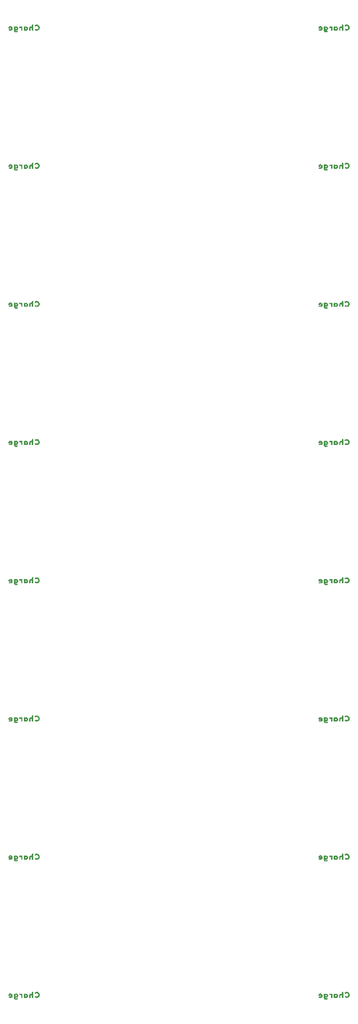
<source format=gbo>
G04 EAGLE Gerber RS-274X export*
G75*
%MOMM*%
%FSLAX34Y34*%
%LPD*%
%INSilkscreen Bottom*%
%IPPOS*%
%AMOC8*
5,1,8,0,0,1.08239X$1,22.5*%
G01*

G36*
X437805Y1737916D02*
X437805Y1737916D01*
X437808Y1737913D01*
X438408Y1738013D01*
X438412Y1738018D01*
X438416Y1738015D01*
X439016Y1738215D01*
X439019Y1738220D01*
X439022Y1738218D01*
X439822Y1738618D01*
X439829Y1738631D01*
X439838Y1738631D01*
X440238Y1739131D01*
X440239Y1739154D01*
X440249Y1739162D01*
X440249Y1739662D01*
X440240Y1739675D01*
X440244Y1739684D01*
X439944Y1740284D01*
X439928Y1740292D01*
X439927Y1740303D01*
X439327Y1740703D01*
X439296Y1740701D01*
X439284Y1740709D01*
X438684Y1740509D01*
X438681Y1740504D01*
X438678Y1740506D01*
X438081Y1740208D01*
X437499Y1740014D01*
X436831Y1740204D01*
X436447Y1740780D01*
X436349Y1741366D01*
X436349Y1741660D01*
X436769Y1741324D01*
X436782Y1741323D01*
X436784Y1741315D01*
X437384Y1741115D01*
X437391Y1741117D01*
X437393Y1741113D01*
X438093Y1741013D01*
X438097Y1741016D01*
X438108Y1741016D01*
X438112Y1741018D01*
X438116Y1741015D01*
X438716Y1741215D01*
X438719Y1741220D01*
X438722Y1741218D01*
X439322Y1741518D01*
X439326Y1741526D01*
X439332Y1741524D01*
X439932Y1742024D01*
X439933Y1742031D01*
X439938Y1742031D01*
X440338Y1742531D01*
X440339Y1742539D01*
X440344Y1742540D01*
X440644Y1743140D01*
X440643Y1743145D01*
X440647Y1743146D01*
X440847Y1743746D01*
X440845Y1743753D01*
X440849Y1743755D01*
X440949Y1744455D01*
X440944Y1744464D01*
X440949Y1744469D01*
X440849Y1745169D01*
X440844Y1745174D01*
X440847Y1745178D01*
X440647Y1745778D01*
X440639Y1745783D01*
X440641Y1745789D01*
X440241Y1746389D01*
X440238Y1746390D01*
X440238Y1746393D01*
X439838Y1746893D01*
X439831Y1746895D01*
X439832Y1746900D01*
X439232Y1747400D01*
X439218Y1747400D01*
X439216Y1747409D01*
X438016Y1747809D01*
X438000Y1747804D01*
X437993Y1747811D01*
X437293Y1747711D01*
X437285Y1747703D01*
X437278Y1747706D01*
X436683Y1747408D01*
X436315Y1747317D01*
X435935Y1747697D01*
X435912Y1747700D01*
X435906Y1747711D01*
X435106Y1747811D01*
X435097Y1747806D01*
X435092Y1747811D01*
X434492Y1747711D01*
X434475Y1747692D01*
X434462Y1747693D01*
X434062Y1747193D01*
X434061Y1747186D01*
X434060Y1747185D01*
X434061Y1747184D01*
X434061Y1747170D01*
X434051Y1747162D01*
X434051Y1741062D01*
X434054Y1741058D01*
X434051Y1741055D01*
X434151Y1740355D01*
X434156Y1740350D01*
X434153Y1740346D01*
X434353Y1739746D01*
X434361Y1739741D01*
X434359Y1739735D01*
X434759Y1739135D01*
X434769Y1739131D01*
X434769Y1739124D01*
X435769Y1738324D01*
X435777Y1738323D01*
X435778Y1738318D01*
X436378Y1738018D01*
X436389Y1738020D01*
X436393Y1738013D01*
X437093Y1737913D01*
X437098Y1737916D01*
X437100Y1737913D01*
X437800Y1737913D01*
X437805Y1737916D01*
G37*
G36*
X437805Y1287752D02*
X437805Y1287752D01*
X437808Y1287749D01*
X438408Y1287849D01*
X438412Y1287853D01*
X438416Y1287851D01*
X439016Y1288051D01*
X439019Y1288055D01*
X439022Y1288054D01*
X439822Y1288454D01*
X439829Y1288467D01*
X439838Y1288467D01*
X440238Y1288967D01*
X440239Y1288990D01*
X440249Y1288998D01*
X440249Y1289498D01*
X440240Y1289511D01*
X440244Y1289520D01*
X439944Y1290120D01*
X439928Y1290128D01*
X439927Y1290139D01*
X439327Y1290539D01*
X439296Y1290537D01*
X439284Y1290545D01*
X438684Y1290345D01*
X438681Y1290340D01*
X438678Y1290342D01*
X438081Y1290043D01*
X437499Y1289849D01*
X436831Y1290040D01*
X436447Y1290616D01*
X436349Y1291202D01*
X436349Y1291495D01*
X436769Y1291159D01*
X436782Y1291159D01*
X436784Y1291151D01*
X437384Y1290951D01*
X437391Y1290953D01*
X437393Y1290949D01*
X438093Y1290849D01*
X438097Y1290851D01*
X438108Y1290851D01*
X438112Y1290854D01*
X438116Y1290851D01*
X438716Y1291051D01*
X438719Y1291055D01*
X438722Y1291054D01*
X439322Y1291354D01*
X439326Y1291361D01*
X439332Y1291360D01*
X439932Y1291860D01*
X439933Y1291867D01*
X439938Y1291867D01*
X440338Y1292367D01*
X440339Y1292375D01*
X440344Y1292376D01*
X440644Y1292976D01*
X440643Y1292981D01*
X440647Y1292982D01*
X440847Y1293582D01*
X440845Y1293589D01*
X440849Y1293591D01*
X440949Y1294291D01*
X440944Y1294300D01*
X440949Y1294305D01*
X440849Y1295005D01*
X440844Y1295009D01*
X440847Y1295013D01*
X440647Y1295613D01*
X440639Y1295619D01*
X440641Y1295625D01*
X440241Y1296225D01*
X440238Y1296226D01*
X440238Y1296229D01*
X439838Y1296729D01*
X439831Y1296730D01*
X439832Y1296736D01*
X439232Y1297236D01*
X439218Y1297236D01*
X439216Y1297245D01*
X438016Y1297645D01*
X438000Y1297639D01*
X437993Y1297647D01*
X437293Y1297547D01*
X437285Y1297538D01*
X437278Y1297542D01*
X436683Y1297244D01*
X436315Y1297152D01*
X435935Y1297533D01*
X435912Y1297536D01*
X435906Y1297547D01*
X435106Y1297647D01*
X435097Y1297642D01*
X435092Y1297646D01*
X434492Y1297546D01*
X434475Y1297528D01*
X434462Y1297529D01*
X434062Y1297029D01*
X434061Y1297022D01*
X434060Y1297021D01*
X434061Y1297020D01*
X434061Y1297006D01*
X434051Y1296998D01*
X434051Y1290898D01*
X434054Y1290894D01*
X434051Y1290891D01*
X434151Y1290191D01*
X434156Y1290186D01*
X434153Y1290182D01*
X434353Y1289582D01*
X434361Y1289577D01*
X434359Y1289571D01*
X434759Y1288971D01*
X434769Y1288967D01*
X434769Y1288959D01*
X435769Y1288159D01*
X435777Y1288159D01*
X435778Y1288154D01*
X436378Y1287854D01*
X436389Y1287856D01*
X436393Y1287849D01*
X437093Y1287749D01*
X437098Y1287752D01*
X437100Y1287749D01*
X437800Y1287749D01*
X437805Y1287752D01*
G37*
G36*
X437805Y612519D02*
X437805Y612519D01*
X437808Y612516D01*
X438408Y612616D01*
X438412Y612620D01*
X438416Y612617D01*
X439016Y612817D01*
X439019Y612822D01*
X439022Y612820D01*
X439822Y613220D01*
X439829Y613234D01*
X439838Y613233D01*
X440238Y613733D01*
X440239Y613756D01*
X440249Y613764D01*
X440249Y614264D01*
X440240Y614277D01*
X440244Y614286D01*
X439944Y614886D01*
X439928Y614894D01*
X439927Y614905D01*
X439327Y615305D01*
X439296Y615303D01*
X439284Y615311D01*
X438684Y615111D01*
X438681Y615107D01*
X438678Y615108D01*
X438081Y614810D01*
X437499Y614616D01*
X436831Y614807D01*
X436447Y615383D01*
X436349Y615968D01*
X436349Y616262D01*
X436769Y615926D01*
X436782Y615925D01*
X436784Y615917D01*
X437384Y615717D01*
X437391Y615720D01*
X437393Y615715D01*
X438093Y615615D01*
X438097Y615618D01*
X438108Y615618D01*
X438112Y615620D01*
X438116Y615617D01*
X438716Y615817D01*
X438719Y615822D01*
X438722Y615820D01*
X439322Y616120D01*
X439326Y616128D01*
X439332Y616126D01*
X439932Y616626D01*
X439933Y616634D01*
X439938Y616633D01*
X440338Y617133D01*
X440339Y617141D01*
X440344Y617142D01*
X440644Y617742D01*
X440643Y617747D01*
X440647Y617749D01*
X440847Y618349D01*
X440845Y618355D01*
X440849Y618357D01*
X440949Y619057D01*
X440944Y619066D01*
X440949Y619071D01*
X440849Y619771D01*
X440844Y619776D01*
X440847Y619780D01*
X440647Y620380D01*
X440639Y620385D01*
X440641Y620392D01*
X440241Y620992D01*
X440238Y620993D01*
X440238Y620995D01*
X439838Y621495D01*
X439831Y621497D01*
X439832Y621502D01*
X439232Y622002D01*
X439218Y622003D01*
X439216Y622011D01*
X438016Y622411D01*
X438000Y622406D01*
X437993Y622413D01*
X437293Y622313D01*
X437285Y622305D01*
X437278Y622308D01*
X436683Y622011D01*
X436315Y621919D01*
X435935Y622299D01*
X435912Y622302D01*
X435906Y622313D01*
X435106Y622413D01*
X435097Y622408D01*
X435092Y622413D01*
X434492Y622313D01*
X434475Y622295D01*
X434462Y622295D01*
X434062Y621795D01*
X434061Y621788D01*
X434060Y621787D01*
X434061Y621786D01*
X434061Y621772D01*
X434051Y621764D01*
X434051Y615664D01*
X434054Y615660D01*
X434051Y615657D01*
X434151Y614957D01*
X434156Y614953D01*
X434153Y614949D01*
X434353Y614349D01*
X434361Y614343D01*
X434359Y614337D01*
X434759Y613737D01*
X434769Y613733D01*
X434769Y613726D01*
X435769Y612926D01*
X435777Y612926D01*
X435778Y612920D01*
X436378Y612620D01*
X436389Y612622D01*
X436393Y612615D01*
X437093Y612515D01*
X437098Y612518D01*
X437100Y612515D01*
X437800Y612515D01*
X437805Y612519D01*
G37*
G36*
X942884Y1737916D02*
X942884Y1737916D01*
X942887Y1737913D01*
X943487Y1738013D01*
X943491Y1738018D01*
X943495Y1738015D01*
X944095Y1738215D01*
X944098Y1738220D01*
X944101Y1738218D01*
X944901Y1738618D01*
X944908Y1738631D01*
X944917Y1738631D01*
X945317Y1739131D01*
X945318Y1739154D01*
X945328Y1739162D01*
X945328Y1739662D01*
X945319Y1739675D01*
X945323Y1739684D01*
X945023Y1740284D01*
X945007Y1740292D01*
X945006Y1740303D01*
X944406Y1740703D01*
X944375Y1740701D01*
X944363Y1740709D01*
X943763Y1740509D01*
X943760Y1740504D01*
X943757Y1740506D01*
X943160Y1740208D01*
X942578Y1740014D01*
X941910Y1740204D01*
X941526Y1740780D01*
X941428Y1741366D01*
X941428Y1741660D01*
X941848Y1741324D01*
X941861Y1741323D01*
X941863Y1741315D01*
X942463Y1741115D01*
X942470Y1741117D01*
X942472Y1741113D01*
X943172Y1741013D01*
X943176Y1741016D01*
X943187Y1741016D01*
X943191Y1741018D01*
X943195Y1741015D01*
X943795Y1741215D01*
X943798Y1741220D01*
X943801Y1741218D01*
X944401Y1741518D01*
X944405Y1741526D01*
X944411Y1741524D01*
X945011Y1742024D01*
X945012Y1742031D01*
X945017Y1742031D01*
X945417Y1742531D01*
X945418Y1742539D01*
X945423Y1742540D01*
X945723Y1743140D01*
X945722Y1743145D01*
X945726Y1743146D01*
X945926Y1743746D01*
X945924Y1743753D01*
X945928Y1743755D01*
X946028Y1744455D01*
X946023Y1744464D01*
X946028Y1744469D01*
X945928Y1745169D01*
X945923Y1745174D01*
X945926Y1745178D01*
X945726Y1745778D01*
X945718Y1745783D01*
X945720Y1745789D01*
X945320Y1746389D01*
X945317Y1746390D01*
X945317Y1746393D01*
X944917Y1746893D01*
X944910Y1746895D01*
X944911Y1746900D01*
X944311Y1747400D01*
X944297Y1747400D01*
X944295Y1747409D01*
X943095Y1747809D01*
X943079Y1747804D01*
X943072Y1747811D01*
X942372Y1747711D01*
X942364Y1747703D01*
X942357Y1747706D01*
X941762Y1747408D01*
X941394Y1747317D01*
X941014Y1747697D01*
X940991Y1747700D01*
X940985Y1747711D01*
X940185Y1747811D01*
X940176Y1747806D01*
X940171Y1747811D01*
X939571Y1747711D01*
X939554Y1747692D01*
X939541Y1747693D01*
X939141Y1747193D01*
X939140Y1747186D01*
X939139Y1747185D01*
X939140Y1747184D01*
X939140Y1747170D01*
X939130Y1747162D01*
X939130Y1741062D01*
X939133Y1741058D01*
X939130Y1741055D01*
X939230Y1740355D01*
X939235Y1740350D01*
X939232Y1740346D01*
X939432Y1739746D01*
X939440Y1739741D01*
X939438Y1739735D01*
X939838Y1739135D01*
X939848Y1739131D01*
X939848Y1739124D01*
X940848Y1738324D01*
X940856Y1738323D01*
X940857Y1738318D01*
X941457Y1738018D01*
X941468Y1738020D01*
X941472Y1738013D01*
X942172Y1737913D01*
X942177Y1737916D01*
X942179Y1737913D01*
X942879Y1737913D01*
X942884Y1737916D01*
G37*
G36*
X942884Y1287752D02*
X942884Y1287752D01*
X942887Y1287749D01*
X943487Y1287849D01*
X943491Y1287853D01*
X943495Y1287851D01*
X944095Y1288051D01*
X944098Y1288055D01*
X944101Y1288054D01*
X944901Y1288454D01*
X944908Y1288467D01*
X944917Y1288467D01*
X945317Y1288967D01*
X945318Y1288990D01*
X945328Y1288998D01*
X945328Y1289498D01*
X945319Y1289511D01*
X945323Y1289520D01*
X945023Y1290120D01*
X945007Y1290128D01*
X945006Y1290139D01*
X944406Y1290539D01*
X944375Y1290537D01*
X944363Y1290545D01*
X943763Y1290345D01*
X943760Y1290340D01*
X943757Y1290342D01*
X943160Y1290043D01*
X942578Y1289849D01*
X941910Y1290040D01*
X941526Y1290616D01*
X941428Y1291202D01*
X941428Y1291495D01*
X941848Y1291159D01*
X941861Y1291159D01*
X941863Y1291151D01*
X942463Y1290951D01*
X942470Y1290953D01*
X942472Y1290949D01*
X943172Y1290849D01*
X943176Y1290851D01*
X943187Y1290851D01*
X943191Y1290854D01*
X943195Y1290851D01*
X943795Y1291051D01*
X943798Y1291055D01*
X943801Y1291054D01*
X944401Y1291354D01*
X944405Y1291361D01*
X944411Y1291360D01*
X945011Y1291860D01*
X945012Y1291867D01*
X945017Y1291867D01*
X945417Y1292367D01*
X945418Y1292375D01*
X945423Y1292376D01*
X945723Y1292976D01*
X945722Y1292981D01*
X945726Y1292982D01*
X945926Y1293582D01*
X945924Y1293589D01*
X945928Y1293591D01*
X946028Y1294291D01*
X946023Y1294300D01*
X946028Y1294305D01*
X945928Y1295005D01*
X945923Y1295009D01*
X945926Y1295013D01*
X945726Y1295613D01*
X945718Y1295619D01*
X945720Y1295625D01*
X945320Y1296225D01*
X945317Y1296226D01*
X945317Y1296229D01*
X944917Y1296729D01*
X944910Y1296730D01*
X944911Y1296736D01*
X944311Y1297236D01*
X944297Y1297236D01*
X944295Y1297245D01*
X943095Y1297645D01*
X943079Y1297639D01*
X943072Y1297647D01*
X942372Y1297547D01*
X942364Y1297538D01*
X942357Y1297542D01*
X941762Y1297244D01*
X941394Y1297152D01*
X941014Y1297533D01*
X940991Y1297536D01*
X940985Y1297547D01*
X940185Y1297647D01*
X940176Y1297642D01*
X940171Y1297646D01*
X939571Y1297546D01*
X939554Y1297528D01*
X939541Y1297529D01*
X939141Y1297029D01*
X939140Y1297022D01*
X939139Y1297021D01*
X939140Y1297020D01*
X939140Y1297006D01*
X939130Y1296998D01*
X939130Y1290898D01*
X939133Y1290894D01*
X939130Y1290891D01*
X939230Y1290191D01*
X939235Y1290186D01*
X939232Y1290182D01*
X939432Y1289582D01*
X939440Y1289577D01*
X939438Y1289571D01*
X939838Y1288971D01*
X939848Y1288967D01*
X939848Y1288959D01*
X940848Y1288159D01*
X940856Y1288159D01*
X940857Y1288154D01*
X941457Y1287854D01*
X941468Y1287856D01*
X941472Y1287849D01*
X942172Y1287749D01*
X942177Y1287752D01*
X942179Y1287749D01*
X942879Y1287749D01*
X942884Y1287752D01*
G37*
G36*
X942884Y162354D02*
X942884Y162354D01*
X942887Y162351D01*
X943487Y162451D01*
X943491Y162456D01*
X943495Y162453D01*
X944095Y162653D01*
X944098Y162658D01*
X944101Y162656D01*
X944901Y163056D01*
X944908Y163069D01*
X944917Y163069D01*
X945317Y163569D01*
X945318Y163592D01*
X945328Y163600D01*
X945328Y164100D01*
X945319Y164113D01*
X945323Y164122D01*
X945023Y164722D01*
X945007Y164730D01*
X945006Y164741D01*
X944406Y165141D01*
X944375Y165139D01*
X944363Y165147D01*
X943763Y164947D01*
X943760Y164942D01*
X943757Y164944D01*
X943160Y164646D01*
X942578Y164452D01*
X941910Y164642D01*
X941526Y165218D01*
X941428Y165804D01*
X941428Y166098D01*
X941848Y165762D01*
X941861Y165761D01*
X941863Y165753D01*
X942463Y165553D01*
X942470Y165555D01*
X942472Y165551D01*
X943172Y165451D01*
X943176Y165454D01*
X943187Y165454D01*
X943191Y165456D01*
X943195Y165453D01*
X943795Y165653D01*
X943798Y165658D01*
X943801Y165656D01*
X944401Y165956D01*
X944405Y165964D01*
X944411Y165962D01*
X945011Y166462D01*
X945012Y166469D01*
X945017Y166469D01*
X945417Y166969D01*
X945418Y166977D01*
X945423Y166978D01*
X945723Y167578D01*
X945722Y167583D01*
X945726Y167584D01*
X945926Y168184D01*
X945924Y168191D01*
X945928Y168193D01*
X946028Y168893D01*
X946023Y168902D01*
X946028Y168907D01*
X945928Y169607D01*
X945923Y169612D01*
X945926Y169616D01*
X945726Y170216D01*
X945718Y170221D01*
X945720Y170227D01*
X945320Y170827D01*
X945317Y170828D01*
X945317Y170831D01*
X944917Y171331D01*
X944910Y171333D01*
X944911Y171338D01*
X944311Y171838D01*
X944297Y171838D01*
X944295Y171847D01*
X943095Y172247D01*
X943079Y172242D01*
X943072Y172249D01*
X942372Y172149D01*
X942364Y172141D01*
X942357Y172144D01*
X941762Y171846D01*
X941394Y171755D01*
X941014Y172135D01*
X940991Y172138D01*
X940985Y172149D01*
X940185Y172249D01*
X940176Y172244D01*
X940171Y172249D01*
X939571Y172149D01*
X939554Y172130D01*
X939541Y172131D01*
X939141Y171631D01*
X939140Y171624D01*
X939139Y171623D01*
X939140Y171622D01*
X939140Y171608D01*
X939130Y171600D01*
X939130Y165500D01*
X939133Y165496D01*
X939130Y165493D01*
X939230Y164793D01*
X939235Y164788D01*
X939232Y164784D01*
X939432Y164184D01*
X939440Y164179D01*
X939438Y164173D01*
X939838Y163573D01*
X939848Y163569D01*
X939848Y163562D01*
X940848Y162762D01*
X940856Y162761D01*
X940857Y162756D01*
X941457Y162456D01*
X941468Y162458D01*
X941472Y162451D01*
X942172Y162351D01*
X942177Y162354D01*
X942179Y162351D01*
X942879Y162351D01*
X942884Y162354D01*
G37*
G36*
X437805Y162354D02*
X437805Y162354D01*
X437808Y162351D01*
X438408Y162451D01*
X438412Y162456D01*
X438416Y162453D01*
X439016Y162653D01*
X439019Y162658D01*
X439022Y162656D01*
X439822Y163056D01*
X439829Y163069D01*
X439838Y163069D01*
X440238Y163569D01*
X440239Y163592D01*
X440249Y163600D01*
X440249Y164100D01*
X440240Y164113D01*
X440244Y164122D01*
X439944Y164722D01*
X439928Y164730D01*
X439927Y164741D01*
X439327Y165141D01*
X439296Y165139D01*
X439284Y165147D01*
X438684Y164947D01*
X438681Y164942D01*
X438678Y164944D01*
X438081Y164646D01*
X437499Y164452D01*
X436831Y164642D01*
X436447Y165218D01*
X436349Y165804D01*
X436349Y166098D01*
X436769Y165762D01*
X436782Y165761D01*
X436784Y165753D01*
X437384Y165553D01*
X437391Y165555D01*
X437393Y165551D01*
X438093Y165451D01*
X438097Y165454D01*
X438108Y165454D01*
X438112Y165456D01*
X438116Y165453D01*
X438716Y165653D01*
X438719Y165658D01*
X438722Y165656D01*
X439322Y165956D01*
X439326Y165964D01*
X439332Y165962D01*
X439932Y166462D01*
X439933Y166469D01*
X439938Y166469D01*
X440338Y166969D01*
X440339Y166977D01*
X440344Y166978D01*
X440644Y167578D01*
X440643Y167583D01*
X440647Y167584D01*
X440847Y168184D01*
X440845Y168191D01*
X440849Y168193D01*
X440949Y168893D01*
X440944Y168902D01*
X440949Y168907D01*
X440849Y169607D01*
X440844Y169612D01*
X440847Y169616D01*
X440647Y170216D01*
X440639Y170221D01*
X440641Y170227D01*
X440241Y170827D01*
X440238Y170828D01*
X440238Y170831D01*
X439838Y171331D01*
X439831Y171333D01*
X439832Y171338D01*
X439232Y171838D01*
X439218Y171838D01*
X439216Y171847D01*
X438016Y172247D01*
X438000Y172242D01*
X437993Y172249D01*
X437293Y172149D01*
X437285Y172141D01*
X437278Y172144D01*
X436683Y171846D01*
X436315Y171755D01*
X435935Y172135D01*
X435912Y172138D01*
X435906Y172149D01*
X435106Y172249D01*
X435097Y172244D01*
X435092Y172249D01*
X434492Y172149D01*
X434475Y172130D01*
X434462Y172131D01*
X434062Y171631D01*
X434061Y171624D01*
X434060Y171623D01*
X434061Y171622D01*
X434061Y171608D01*
X434051Y171600D01*
X434051Y165500D01*
X434054Y165496D01*
X434051Y165493D01*
X434151Y164793D01*
X434156Y164788D01*
X434153Y164784D01*
X434353Y164184D01*
X434361Y164179D01*
X434359Y164173D01*
X434759Y163573D01*
X434769Y163569D01*
X434769Y163562D01*
X435769Y162762D01*
X435777Y162761D01*
X435778Y162756D01*
X436378Y162456D01*
X436389Y162458D01*
X436393Y162451D01*
X437093Y162351D01*
X437098Y162354D01*
X437100Y162351D01*
X437800Y162351D01*
X437805Y162354D01*
G37*
G36*
X942884Y1512847D02*
X942884Y1512847D01*
X942887Y1512844D01*
X943487Y1512944D01*
X943491Y1512948D01*
X943495Y1512946D01*
X944095Y1513146D01*
X944098Y1513150D01*
X944101Y1513149D01*
X944901Y1513549D01*
X944908Y1513562D01*
X944917Y1513562D01*
X945317Y1514062D01*
X945318Y1514085D01*
X945328Y1514093D01*
X945328Y1514593D01*
X945319Y1514605D01*
X945323Y1514615D01*
X945023Y1515215D01*
X945007Y1515223D01*
X945006Y1515234D01*
X944406Y1515634D01*
X944375Y1515632D01*
X944363Y1515639D01*
X943763Y1515439D01*
X943760Y1515435D01*
X943757Y1515437D01*
X943160Y1515138D01*
X942578Y1514944D01*
X941910Y1515135D01*
X941526Y1515711D01*
X941428Y1516297D01*
X941428Y1516590D01*
X941848Y1516254D01*
X941861Y1516254D01*
X941863Y1516246D01*
X942463Y1516046D01*
X942470Y1516048D01*
X942472Y1516044D01*
X943172Y1515944D01*
X943176Y1515946D01*
X943187Y1515946D01*
X943191Y1515949D01*
X943195Y1515946D01*
X943795Y1516146D01*
X943798Y1516150D01*
X943801Y1516149D01*
X944401Y1516449D01*
X944405Y1516456D01*
X944411Y1516455D01*
X945011Y1516955D01*
X945012Y1516962D01*
X945017Y1516962D01*
X945417Y1517462D01*
X945418Y1517470D01*
X945423Y1517471D01*
X945723Y1518071D01*
X945722Y1518076D01*
X945726Y1518077D01*
X945926Y1518677D01*
X945924Y1518683D01*
X945928Y1518686D01*
X946028Y1519386D01*
X946023Y1519395D01*
X946028Y1519400D01*
X945928Y1520100D01*
X945923Y1520104D01*
X945926Y1520108D01*
X945726Y1520708D01*
X945718Y1520714D01*
X945720Y1520720D01*
X945320Y1521320D01*
X945317Y1521321D01*
X945317Y1521323D01*
X944917Y1521823D01*
X944910Y1521825D01*
X944911Y1521830D01*
X944311Y1522330D01*
X944297Y1522331D01*
X944295Y1522339D01*
X943095Y1522739D01*
X943079Y1522734D01*
X943072Y1522741D01*
X942372Y1522641D01*
X942364Y1522633D01*
X942357Y1522637D01*
X941762Y1522339D01*
X941394Y1522247D01*
X941014Y1522627D01*
X940991Y1522631D01*
X940985Y1522641D01*
X940185Y1522741D01*
X940176Y1522736D01*
X940171Y1522741D01*
X939571Y1522641D01*
X939554Y1522623D01*
X939541Y1522623D01*
X939141Y1522123D01*
X939140Y1522116D01*
X939139Y1522116D01*
X939140Y1522114D01*
X939140Y1522100D01*
X939130Y1522093D01*
X939130Y1515993D01*
X939133Y1515988D01*
X939130Y1515986D01*
X939230Y1515286D01*
X939235Y1515281D01*
X939232Y1515277D01*
X939432Y1514677D01*
X939440Y1514672D01*
X939438Y1514665D01*
X939838Y1514065D01*
X939848Y1514062D01*
X939848Y1514054D01*
X940848Y1513254D01*
X940856Y1513254D01*
X940857Y1513249D01*
X941457Y1512949D01*
X941468Y1512951D01*
X941472Y1512944D01*
X942172Y1512844D01*
X942177Y1512846D01*
X942179Y1512843D01*
X942879Y1512843D01*
X942884Y1512847D01*
G37*
G36*
X437805Y837588D02*
X437805Y837588D01*
X437808Y837585D01*
X438408Y837685D01*
X438412Y837689D01*
X438416Y837687D01*
X439016Y837887D01*
X439019Y837891D01*
X439022Y837890D01*
X439822Y838290D01*
X439829Y838303D01*
X439838Y838303D01*
X440238Y838803D01*
X440239Y838826D01*
X440249Y838834D01*
X440249Y839334D01*
X440240Y839346D01*
X440244Y839356D01*
X439944Y839956D01*
X439928Y839964D01*
X439927Y839975D01*
X439327Y840375D01*
X439296Y840373D01*
X439284Y840380D01*
X438684Y840180D01*
X438681Y840176D01*
X438678Y840178D01*
X438081Y839879D01*
X437499Y839685D01*
X436831Y839876D01*
X436447Y840452D01*
X436349Y841038D01*
X436349Y841331D01*
X436769Y840995D01*
X436782Y840995D01*
X436784Y840987D01*
X437384Y840787D01*
X437391Y840789D01*
X437393Y840785D01*
X438093Y840685D01*
X438097Y840687D01*
X438108Y840687D01*
X438112Y840690D01*
X438116Y840687D01*
X438716Y840887D01*
X438719Y840891D01*
X438722Y840890D01*
X439322Y841190D01*
X439326Y841197D01*
X439332Y841196D01*
X439932Y841696D01*
X439933Y841703D01*
X439938Y841703D01*
X440338Y842203D01*
X440339Y842211D01*
X440344Y842212D01*
X440644Y842812D01*
X440643Y842817D01*
X440647Y842818D01*
X440847Y843418D01*
X440845Y843424D01*
X440849Y843427D01*
X440949Y844127D01*
X440944Y844136D01*
X440949Y844141D01*
X440849Y844841D01*
X440844Y844845D01*
X440847Y844849D01*
X440647Y845449D01*
X440639Y845455D01*
X440641Y845461D01*
X440241Y846061D01*
X440238Y846062D01*
X440238Y846064D01*
X439838Y846564D01*
X439831Y846566D01*
X439832Y846571D01*
X439232Y847071D01*
X439218Y847072D01*
X439216Y847080D01*
X438016Y847480D01*
X438000Y847475D01*
X437993Y847482D01*
X437293Y847382D01*
X437285Y847374D01*
X437278Y847378D01*
X436683Y847080D01*
X436315Y846988D01*
X435935Y847368D01*
X435912Y847372D01*
X435906Y847382D01*
X435106Y847482D01*
X435097Y847477D01*
X435092Y847482D01*
X434492Y847382D01*
X434475Y847364D01*
X434462Y847364D01*
X434062Y846864D01*
X434061Y846857D01*
X434060Y846857D01*
X434061Y846855D01*
X434061Y846841D01*
X434051Y846834D01*
X434051Y840734D01*
X434054Y840729D01*
X434051Y840727D01*
X434151Y840027D01*
X434156Y840022D01*
X434153Y840018D01*
X434353Y839418D01*
X434361Y839413D01*
X434359Y839406D01*
X434759Y838806D01*
X434769Y838803D01*
X434769Y838795D01*
X435769Y837995D01*
X435777Y837995D01*
X435778Y837990D01*
X436378Y837690D01*
X436389Y837692D01*
X436393Y837685D01*
X437093Y837585D01*
X437098Y837587D01*
X437100Y837584D01*
X437800Y837584D01*
X437805Y837588D01*
G37*
G36*
X942884Y612519D02*
X942884Y612519D01*
X942887Y612516D01*
X943487Y612616D01*
X943491Y612620D01*
X943495Y612617D01*
X944095Y612817D01*
X944098Y612822D01*
X944101Y612820D01*
X944901Y613220D01*
X944908Y613234D01*
X944917Y613233D01*
X945317Y613733D01*
X945318Y613756D01*
X945328Y613764D01*
X945328Y614264D01*
X945319Y614277D01*
X945323Y614286D01*
X945023Y614886D01*
X945007Y614894D01*
X945006Y614905D01*
X944406Y615305D01*
X944375Y615303D01*
X944363Y615311D01*
X943763Y615111D01*
X943760Y615107D01*
X943757Y615108D01*
X943160Y614810D01*
X942578Y614616D01*
X941910Y614807D01*
X941526Y615383D01*
X941428Y615968D01*
X941428Y616262D01*
X941848Y615926D01*
X941861Y615925D01*
X941863Y615917D01*
X942463Y615717D01*
X942470Y615720D01*
X942472Y615715D01*
X943172Y615615D01*
X943176Y615618D01*
X943187Y615618D01*
X943191Y615620D01*
X943195Y615617D01*
X943795Y615817D01*
X943798Y615822D01*
X943801Y615820D01*
X944401Y616120D01*
X944405Y616128D01*
X944411Y616126D01*
X945011Y616626D01*
X945012Y616634D01*
X945017Y616633D01*
X945417Y617133D01*
X945418Y617141D01*
X945423Y617142D01*
X945723Y617742D01*
X945722Y617747D01*
X945726Y617749D01*
X945926Y618349D01*
X945924Y618355D01*
X945928Y618357D01*
X946028Y619057D01*
X946023Y619066D01*
X946028Y619071D01*
X945928Y619771D01*
X945923Y619776D01*
X945926Y619780D01*
X945726Y620380D01*
X945718Y620385D01*
X945720Y620392D01*
X945320Y620992D01*
X945317Y620993D01*
X945317Y620995D01*
X944917Y621495D01*
X944910Y621497D01*
X944911Y621502D01*
X944311Y622002D01*
X944297Y622003D01*
X944295Y622011D01*
X943095Y622411D01*
X943079Y622406D01*
X943072Y622413D01*
X942372Y622313D01*
X942364Y622305D01*
X942357Y622308D01*
X941762Y622011D01*
X941394Y621919D01*
X941014Y622299D01*
X940991Y622302D01*
X940985Y622313D01*
X940185Y622413D01*
X940176Y622408D01*
X940171Y622413D01*
X939571Y622313D01*
X939554Y622295D01*
X939541Y622295D01*
X939141Y621795D01*
X939140Y621788D01*
X939139Y621787D01*
X939140Y621786D01*
X939140Y621772D01*
X939130Y621764D01*
X939130Y615664D01*
X939133Y615660D01*
X939130Y615657D01*
X939230Y614957D01*
X939235Y614953D01*
X939232Y614949D01*
X939432Y614349D01*
X939440Y614343D01*
X939438Y614337D01*
X939838Y613737D01*
X939848Y613733D01*
X939848Y613726D01*
X940848Y612926D01*
X940856Y612926D01*
X940857Y612920D01*
X941457Y612620D01*
X941468Y612622D01*
X941472Y612615D01*
X942172Y612515D01*
X942177Y612518D01*
X942179Y612515D01*
X942879Y612515D01*
X942884Y612519D01*
G37*
G36*
X437805Y1512847D02*
X437805Y1512847D01*
X437808Y1512844D01*
X438408Y1512944D01*
X438412Y1512948D01*
X438416Y1512946D01*
X439016Y1513146D01*
X439019Y1513150D01*
X439022Y1513149D01*
X439822Y1513549D01*
X439829Y1513562D01*
X439838Y1513562D01*
X440238Y1514062D01*
X440239Y1514085D01*
X440249Y1514093D01*
X440249Y1514593D01*
X440240Y1514605D01*
X440244Y1514615D01*
X439944Y1515215D01*
X439928Y1515223D01*
X439927Y1515234D01*
X439327Y1515634D01*
X439296Y1515632D01*
X439284Y1515639D01*
X438684Y1515439D01*
X438681Y1515435D01*
X438678Y1515437D01*
X438081Y1515138D01*
X437499Y1514944D01*
X436831Y1515135D01*
X436447Y1515711D01*
X436349Y1516297D01*
X436349Y1516590D01*
X436769Y1516254D01*
X436782Y1516254D01*
X436784Y1516246D01*
X437384Y1516046D01*
X437391Y1516048D01*
X437393Y1516044D01*
X438093Y1515944D01*
X438097Y1515946D01*
X438108Y1515946D01*
X438112Y1515949D01*
X438116Y1515946D01*
X438716Y1516146D01*
X438719Y1516150D01*
X438722Y1516149D01*
X439322Y1516449D01*
X439326Y1516456D01*
X439332Y1516455D01*
X439932Y1516955D01*
X439933Y1516962D01*
X439938Y1516962D01*
X440338Y1517462D01*
X440339Y1517470D01*
X440344Y1517471D01*
X440644Y1518071D01*
X440643Y1518076D01*
X440647Y1518077D01*
X440847Y1518677D01*
X440845Y1518683D01*
X440849Y1518686D01*
X440949Y1519386D01*
X440944Y1519395D01*
X440949Y1519400D01*
X440849Y1520100D01*
X440844Y1520104D01*
X440847Y1520108D01*
X440647Y1520708D01*
X440639Y1520714D01*
X440641Y1520720D01*
X440241Y1521320D01*
X440238Y1521321D01*
X440238Y1521323D01*
X439838Y1521823D01*
X439831Y1521825D01*
X439832Y1521830D01*
X439232Y1522330D01*
X439218Y1522331D01*
X439216Y1522339D01*
X438016Y1522739D01*
X438000Y1522734D01*
X437993Y1522741D01*
X437293Y1522641D01*
X437285Y1522633D01*
X437278Y1522637D01*
X436683Y1522339D01*
X436315Y1522247D01*
X435935Y1522627D01*
X435912Y1522631D01*
X435906Y1522641D01*
X435106Y1522741D01*
X435097Y1522736D01*
X435092Y1522741D01*
X434492Y1522641D01*
X434475Y1522623D01*
X434462Y1522623D01*
X434062Y1522123D01*
X434061Y1522116D01*
X434060Y1522116D01*
X434061Y1522114D01*
X434061Y1522100D01*
X434051Y1522093D01*
X434051Y1515993D01*
X434054Y1515988D01*
X434051Y1515986D01*
X434151Y1515286D01*
X434156Y1515281D01*
X434153Y1515277D01*
X434353Y1514677D01*
X434361Y1514672D01*
X434359Y1514665D01*
X434759Y1514065D01*
X434769Y1514062D01*
X434769Y1514054D01*
X435769Y1513254D01*
X435777Y1513254D01*
X435778Y1513249D01*
X436378Y1512949D01*
X436389Y1512951D01*
X436393Y1512944D01*
X437093Y1512844D01*
X437098Y1512846D01*
X437100Y1512843D01*
X437800Y1512843D01*
X437805Y1512847D01*
G37*
G36*
X942884Y1062683D02*
X942884Y1062683D01*
X942887Y1062680D01*
X943487Y1062780D01*
X943491Y1062784D01*
X943495Y1062782D01*
X944095Y1062982D01*
X944098Y1062986D01*
X944101Y1062984D01*
X944901Y1063384D01*
X944908Y1063398D01*
X944917Y1063398D01*
X945317Y1063898D01*
X945318Y1063921D01*
X945328Y1063928D01*
X945328Y1064428D01*
X945319Y1064441D01*
X945323Y1064450D01*
X945023Y1065050D01*
X945007Y1065058D01*
X945006Y1065069D01*
X944406Y1065469D01*
X944375Y1065467D01*
X944363Y1065475D01*
X943763Y1065275D01*
X943760Y1065271D01*
X943757Y1065272D01*
X943160Y1064974D01*
X942578Y1064780D01*
X941910Y1064971D01*
X941526Y1065547D01*
X941428Y1066133D01*
X941428Y1066426D01*
X941848Y1066090D01*
X941861Y1066090D01*
X941863Y1066082D01*
X942463Y1065882D01*
X942470Y1065884D01*
X942472Y1065880D01*
X943172Y1065780D01*
X943176Y1065782D01*
X943187Y1065782D01*
X943191Y1065784D01*
X943195Y1065782D01*
X943795Y1065982D01*
X943798Y1065986D01*
X943801Y1065984D01*
X944401Y1066284D01*
X944405Y1066292D01*
X944411Y1066291D01*
X945011Y1066791D01*
X945012Y1066798D01*
X945017Y1066798D01*
X945417Y1067298D01*
X945418Y1067305D01*
X945423Y1067306D01*
X945723Y1067906D01*
X945722Y1067912D01*
X945726Y1067913D01*
X945926Y1068513D01*
X945924Y1068519D01*
X945928Y1068521D01*
X946028Y1069221D01*
X946023Y1069230D01*
X946028Y1069235D01*
X945928Y1069935D01*
X945923Y1069940D01*
X945926Y1069944D01*
X945726Y1070544D01*
X945718Y1070549D01*
X945720Y1070556D01*
X945320Y1071156D01*
X945317Y1071157D01*
X945317Y1071159D01*
X944917Y1071659D01*
X944910Y1071661D01*
X944911Y1071666D01*
X944311Y1072166D01*
X944297Y1072167D01*
X944295Y1072175D01*
X943095Y1072575D01*
X943079Y1072570D01*
X943072Y1072577D01*
X942372Y1072477D01*
X942364Y1072469D01*
X942357Y1072472D01*
X941762Y1072175D01*
X941394Y1072083D01*
X941014Y1072463D01*
X940991Y1072466D01*
X940985Y1072477D01*
X940185Y1072577D01*
X940176Y1072572D01*
X940171Y1072577D01*
X939571Y1072477D01*
X939554Y1072459D01*
X939541Y1072459D01*
X939141Y1071959D01*
X939140Y1071952D01*
X939139Y1071951D01*
X939140Y1071950D01*
X939140Y1071936D01*
X939130Y1071928D01*
X939130Y1065828D01*
X939133Y1065824D01*
X939130Y1065821D01*
X939230Y1065121D01*
X939235Y1065117D01*
X939232Y1065113D01*
X939432Y1064513D01*
X939440Y1064507D01*
X939438Y1064501D01*
X939838Y1063901D01*
X939848Y1063897D01*
X939848Y1063890D01*
X940848Y1063090D01*
X940856Y1063090D01*
X940857Y1063084D01*
X941457Y1062784D01*
X941468Y1062786D01*
X941472Y1062780D01*
X942172Y1062680D01*
X942177Y1062682D01*
X942179Y1062679D01*
X942879Y1062679D01*
X942884Y1062683D01*
G37*
G36*
X437805Y1062683D02*
X437805Y1062683D01*
X437808Y1062680D01*
X438408Y1062780D01*
X438412Y1062784D01*
X438416Y1062782D01*
X439016Y1062982D01*
X439019Y1062986D01*
X439022Y1062984D01*
X439822Y1063384D01*
X439829Y1063398D01*
X439838Y1063398D01*
X440238Y1063898D01*
X440239Y1063921D01*
X440249Y1063928D01*
X440249Y1064428D01*
X440240Y1064441D01*
X440244Y1064450D01*
X439944Y1065050D01*
X439928Y1065058D01*
X439927Y1065069D01*
X439327Y1065469D01*
X439296Y1065467D01*
X439284Y1065475D01*
X438684Y1065275D01*
X438681Y1065271D01*
X438678Y1065272D01*
X438081Y1064974D01*
X437499Y1064780D01*
X436831Y1064971D01*
X436447Y1065547D01*
X436349Y1066133D01*
X436349Y1066426D01*
X436769Y1066090D01*
X436782Y1066090D01*
X436784Y1066082D01*
X437384Y1065882D01*
X437391Y1065884D01*
X437393Y1065880D01*
X438093Y1065780D01*
X438097Y1065782D01*
X438108Y1065782D01*
X438112Y1065784D01*
X438116Y1065782D01*
X438716Y1065982D01*
X438719Y1065986D01*
X438722Y1065984D01*
X439322Y1066284D01*
X439326Y1066292D01*
X439332Y1066291D01*
X439932Y1066791D01*
X439933Y1066798D01*
X439938Y1066798D01*
X440338Y1067298D01*
X440339Y1067305D01*
X440344Y1067306D01*
X440644Y1067906D01*
X440643Y1067912D01*
X440647Y1067913D01*
X440847Y1068513D01*
X440845Y1068519D01*
X440849Y1068521D01*
X440949Y1069221D01*
X440944Y1069230D01*
X440949Y1069235D01*
X440849Y1069935D01*
X440844Y1069940D01*
X440847Y1069944D01*
X440647Y1070544D01*
X440639Y1070549D01*
X440641Y1070556D01*
X440241Y1071156D01*
X440238Y1071157D01*
X440238Y1071159D01*
X439838Y1071659D01*
X439831Y1071661D01*
X439832Y1071666D01*
X439232Y1072166D01*
X439218Y1072167D01*
X439216Y1072175D01*
X438016Y1072575D01*
X438000Y1072570D01*
X437993Y1072577D01*
X437293Y1072477D01*
X437285Y1072469D01*
X437278Y1072472D01*
X436683Y1072175D01*
X436315Y1072083D01*
X435935Y1072463D01*
X435912Y1072466D01*
X435906Y1072477D01*
X435106Y1072577D01*
X435097Y1072572D01*
X435092Y1072577D01*
X434492Y1072477D01*
X434475Y1072459D01*
X434462Y1072459D01*
X434062Y1071959D01*
X434061Y1071952D01*
X434060Y1071951D01*
X434061Y1071950D01*
X434061Y1071936D01*
X434051Y1071928D01*
X434051Y1065828D01*
X434054Y1065824D01*
X434051Y1065821D01*
X434151Y1065121D01*
X434156Y1065117D01*
X434153Y1065113D01*
X434353Y1064513D01*
X434361Y1064507D01*
X434359Y1064501D01*
X434759Y1063901D01*
X434769Y1063897D01*
X434769Y1063890D01*
X435769Y1063090D01*
X435777Y1063090D01*
X435778Y1063084D01*
X436378Y1062784D01*
X436389Y1062786D01*
X436393Y1062780D01*
X437093Y1062680D01*
X437098Y1062682D01*
X437100Y1062679D01*
X437800Y1062679D01*
X437805Y1062683D01*
G37*
G36*
X942884Y837588D02*
X942884Y837588D01*
X942887Y837585D01*
X943487Y837685D01*
X943491Y837689D01*
X943495Y837687D01*
X944095Y837887D01*
X944098Y837891D01*
X944101Y837890D01*
X944901Y838290D01*
X944908Y838303D01*
X944917Y838303D01*
X945317Y838803D01*
X945318Y838826D01*
X945328Y838834D01*
X945328Y839334D01*
X945319Y839346D01*
X945323Y839356D01*
X945023Y839956D01*
X945007Y839964D01*
X945006Y839975D01*
X944406Y840375D01*
X944375Y840373D01*
X944363Y840380D01*
X943763Y840180D01*
X943760Y840176D01*
X943757Y840178D01*
X943160Y839879D01*
X942578Y839685D01*
X941910Y839876D01*
X941526Y840452D01*
X941428Y841038D01*
X941428Y841331D01*
X941848Y840995D01*
X941861Y840995D01*
X941863Y840987D01*
X942463Y840787D01*
X942470Y840789D01*
X942472Y840785D01*
X943172Y840685D01*
X943176Y840687D01*
X943187Y840687D01*
X943191Y840690D01*
X943195Y840687D01*
X943795Y840887D01*
X943798Y840891D01*
X943801Y840890D01*
X944401Y841190D01*
X944405Y841197D01*
X944411Y841196D01*
X945011Y841696D01*
X945012Y841703D01*
X945017Y841703D01*
X945417Y842203D01*
X945418Y842211D01*
X945423Y842212D01*
X945723Y842812D01*
X945722Y842817D01*
X945726Y842818D01*
X945926Y843418D01*
X945924Y843424D01*
X945928Y843427D01*
X946028Y844127D01*
X946023Y844136D01*
X946028Y844141D01*
X945928Y844841D01*
X945923Y844845D01*
X945926Y844849D01*
X945726Y845449D01*
X945718Y845455D01*
X945720Y845461D01*
X945320Y846061D01*
X945317Y846062D01*
X945317Y846064D01*
X944917Y846564D01*
X944910Y846566D01*
X944911Y846571D01*
X944311Y847071D01*
X944297Y847072D01*
X944295Y847080D01*
X943095Y847480D01*
X943079Y847475D01*
X943072Y847482D01*
X942372Y847382D01*
X942364Y847374D01*
X942357Y847378D01*
X941762Y847080D01*
X941394Y846988D01*
X941014Y847368D01*
X940991Y847372D01*
X940985Y847382D01*
X940185Y847482D01*
X940176Y847477D01*
X940171Y847482D01*
X939571Y847382D01*
X939554Y847364D01*
X939541Y847364D01*
X939141Y846864D01*
X939140Y846857D01*
X939139Y846857D01*
X939140Y846855D01*
X939140Y846841D01*
X939130Y846834D01*
X939130Y840734D01*
X939133Y840729D01*
X939130Y840727D01*
X939230Y840027D01*
X939235Y840022D01*
X939232Y840018D01*
X939432Y839418D01*
X939440Y839413D01*
X939438Y839406D01*
X939838Y838806D01*
X939848Y838803D01*
X939848Y838795D01*
X940848Y837995D01*
X940856Y837995D01*
X940857Y837990D01*
X941457Y837690D01*
X941468Y837692D01*
X941472Y837685D01*
X942172Y837585D01*
X942177Y837587D01*
X942179Y837584D01*
X942879Y837584D01*
X942884Y837588D01*
G37*
G36*
X942884Y387424D02*
X942884Y387424D01*
X942887Y387421D01*
X943487Y387521D01*
X943491Y387525D01*
X943495Y387523D01*
X944095Y387723D01*
X944098Y387727D01*
X944101Y387725D01*
X944901Y388125D01*
X944908Y388139D01*
X944917Y388139D01*
X945317Y388639D01*
X945318Y388662D01*
X945328Y388669D01*
X945328Y389169D01*
X945319Y389182D01*
X945323Y389191D01*
X945023Y389791D01*
X945007Y389799D01*
X945006Y389810D01*
X944406Y390210D01*
X944375Y390208D01*
X944363Y390216D01*
X943763Y390016D01*
X943760Y390012D01*
X943757Y390013D01*
X943160Y389715D01*
X942578Y389521D01*
X941910Y389712D01*
X941526Y390288D01*
X941428Y390874D01*
X941428Y391167D01*
X941848Y390831D01*
X941861Y390831D01*
X941863Y390823D01*
X942463Y390623D01*
X942470Y390625D01*
X942472Y390621D01*
X943172Y390521D01*
X943176Y390523D01*
X943187Y390523D01*
X943191Y390525D01*
X943195Y390523D01*
X943795Y390723D01*
X943798Y390727D01*
X943801Y390725D01*
X944401Y391025D01*
X944405Y391033D01*
X944411Y391032D01*
X945011Y391532D01*
X945012Y391539D01*
X945017Y391539D01*
X945417Y392039D01*
X945418Y392046D01*
X945423Y392047D01*
X945723Y392647D01*
X945722Y392653D01*
X945726Y392654D01*
X945926Y393254D01*
X945924Y393260D01*
X945928Y393262D01*
X946028Y393962D01*
X946023Y393971D01*
X946028Y393976D01*
X945928Y394676D01*
X945923Y394681D01*
X945926Y394685D01*
X945726Y395285D01*
X945718Y395290D01*
X945720Y395297D01*
X945320Y395897D01*
X945317Y395898D01*
X945317Y395900D01*
X944917Y396400D01*
X944910Y396402D01*
X944911Y396407D01*
X944311Y396907D01*
X944297Y396908D01*
X944295Y396916D01*
X943095Y397316D01*
X943079Y397311D01*
X943072Y397318D01*
X942372Y397218D01*
X942364Y397210D01*
X942357Y397213D01*
X941762Y396916D01*
X941394Y396824D01*
X941014Y397204D01*
X940991Y397207D01*
X940985Y397218D01*
X940185Y397318D01*
X940176Y397313D01*
X940171Y397318D01*
X939571Y397218D01*
X939554Y397200D01*
X939541Y397200D01*
X939141Y396700D01*
X939140Y396693D01*
X939139Y396692D01*
X939140Y396691D01*
X939140Y396677D01*
X939130Y396669D01*
X939130Y390569D01*
X939133Y390565D01*
X939130Y390562D01*
X939230Y389862D01*
X939235Y389858D01*
X939232Y389854D01*
X939432Y389254D01*
X939440Y389248D01*
X939438Y389242D01*
X939838Y388642D01*
X939848Y388638D01*
X939848Y388631D01*
X940848Y387831D01*
X940856Y387831D01*
X940857Y387825D01*
X941457Y387525D01*
X941468Y387527D01*
X941472Y387521D01*
X942172Y387421D01*
X942177Y387423D01*
X942179Y387420D01*
X942879Y387420D01*
X942884Y387424D01*
G37*
G36*
X437805Y387424D02*
X437805Y387424D01*
X437808Y387421D01*
X438408Y387521D01*
X438412Y387525D01*
X438416Y387523D01*
X439016Y387723D01*
X439019Y387727D01*
X439022Y387725D01*
X439822Y388125D01*
X439829Y388139D01*
X439838Y388139D01*
X440238Y388639D01*
X440239Y388662D01*
X440249Y388669D01*
X440249Y389169D01*
X440240Y389182D01*
X440244Y389191D01*
X439944Y389791D01*
X439928Y389799D01*
X439927Y389810D01*
X439327Y390210D01*
X439296Y390208D01*
X439284Y390216D01*
X438684Y390016D01*
X438681Y390012D01*
X438678Y390013D01*
X438081Y389715D01*
X437499Y389521D01*
X436831Y389712D01*
X436447Y390288D01*
X436349Y390874D01*
X436349Y391167D01*
X436769Y390831D01*
X436782Y390831D01*
X436784Y390823D01*
X437384Y390623D01*
X437391Y390625D01*
X437393Y390621D01*
X438093Y390521D01*
X438097Y390523D01*
X438108Y390523D01*
X438112Y390525D01*
X438116Y390523D01*
X438716Y390723D01*
X438719Y390727D01*
X438722Y390725D01*
X439322Y391025D01*
X439326Y391033D01*
X439332Y391032D01*
X439932Y391532D01*
X439933Y391539D01*
X439938Y391539D01*
X440338Y392039D01*
X440339Y392046D01*
X440344Y392047D01*
X440644Y392647D01*
X440643Y392653D01*
X440647Y392654D01*
X440847Y393254D01*
X440845Y393260D01*
X440849Y393262D01*
X440949Y393962D01*
X440944Y393971D01*
X440949Y393976D01*
X440849Y394676D01*
X440844Y394681D01*
X440847Y394685D01*
X440647Y395285D01*
X440639Y395290D01*
X440641Y395297D01*
X440241Y395897D01*
X440238Y395898D01*
X440238Y395900D01*
X439838Y396400D01*
X439831Y396402D01*
X439832Y396407D01*
X439232Y396907D01*
X439218Y396908D01*
X439216Y396916D01*
X438016Y397316D01*
X438000Y397311D01*
X437993Y397318D01*
X437293Y397218D01*
X437285Y397210D01*
X437278Y397213D01*
X436683Y396916D01*
X436315Y396824D01*
X435935Y397204D01*
X435912Y397207D01*
X435906Y397218D01*
X435106Y397318D01*
X435097Y397313D01*
X435092Y397318D01*
X434492Y397218D01*
X434475Y397200D01*
X434462Y397200D01*
X434062Y396700D01*
X434061Y396693D01*
X434060Y396692D01*
X434061Y396691D01*
X434061Y396677D01*
X434051Y396669D01*
X434051Y390569D01*
X434054Y390565D01*
X434051Y390562D01*
X434151Y389862D01*
X434156Y389858D01*
X434153Y389854D01*
X434353Y389254D01*
X434361Y389248D01*
X434359Y389242D01*
X434759Y388642D01*
X434769Y388638D01*
X434769Y388631D01*
X435769Y387831D01*
X435777Y387831D01*
X435778Y387825D01*
X436378Y387525D01*
X436389Y387527D01*
X436393Y387521D01*
X437093Y387421D01*
X437098Y387423D01*
X437100Y387420D01*
X437800Y387420D01*
X437805Y387424D01*
G37*
G36*
X471909Y840491D02*
X471909Y840491D01*
X471916Y840487D01*
X473116Y840887D01*
X473117Y840889D01*
X473119Y840888D01*
X473819Y841188D01*
X473824Y841197D01*
X473831Y841195D01*
X474331Y841595D01*
X474332Y841599D01*
X474335Y841599D01*
X474835Y842099D01*
X474835Y842103D01*
X474838Y842103D01*
X475638Y843103D01*
X475639Y843117D01*
X475647Y843120D01*
X475650Y843130D01*
X475650Y843131D01*
X475693Y843278D01*
X475735Y843426D01*
X475749Y843475D01*
X475791Y843623D01*
X475833Y843771D01*
X475847Y843819D01*
X476047Y844418D01*
X476045Y844424D01*
X476049Y844427D01*
X476149Y845127D01*
X476146Y845131D01*
X476149Y845134D01*
X476149Y845834D01*
X476146Y845838D01*
X476149Y845841D01*
X476049Y846541D01*
X476044Y846545D01*
X476047Y846549D01*
X475847Y847149D01*
X475842Y847152D01*
X475844Y847156D01*
X475544Y847756D01*
X475540Y847758D01*
X475541Y847761D01*
X475141Y848361D01*
X475138Y848362D01*
X475138Y848364D01*
X474738Y848864D01*
X474731Y848866D01*
X474731Y848872D01*
X474231Y849272D01*
X474227Y849272D01*
X474227Y849275D01*
X473627Y849675D01*
X473623Y849674D01*
X473622Y849678D01*
X473022Y849978D01*
X473015Y849976D01*
X473014Y849981D01*
X472314Y850181D01*
X472310Y850179D01*
X472308Y850182D01*
X471708Y850282D01*
X471703Y850279D01*
X471700Y850283D01*
X471000Y850283D01*
X470995Y850279D01*
X470992Y850282D01*
X470392Y850182D01*
X469693Y850082D01*
X469686Y850076D01*
X469681Y850079D01*
X468981Y849779D01*
X468978Y849774D01*
X468975Y849776D01*
X468475Y849476D01*
X468471Y849468D01*
X468465Y849468D01*
X467965Y848968D01*
X467962Y848947D01*
X467951Y848942D01*
X467851Y848342D01*
X467863Y848319D01*
X467859Y848306D01*
X468259Y847706D01*
X468269Y847703D01*
X468268Y847696D01*
X468868Y847196D01*
X468892Y847195D01*
X468900Y847184D01*
X469300Y847184D01*
X469316Y847197D01*
X469327Y847193D01*
X469922Y847589D01*
X470511Y847785D01*
X471299Y847884D01*
X471885Y847786D01*
X472478Y847490D01*
X473066Y847195D01*
X473455Y846612D01*
X473652Y846022D01*
X473750Y845334D01*
X473652Y844645D01*
X473457Y844060D01*
X472967Y843571D01*
X472474Y843176D01*
X471790Y842883D01*
X470512Y842883D01*
X469923Y843177D01*
X469224Y843576D01*
X469199Y843573D01*
X469188Y843581D01*
X468788Y843481D01*
X468776Y843467D01*
X468765Y843468D01*
X468265Y842968D01*
X468263Y842955D01*
X468255Y842953D01*
X467955Y842253D01*
X467959Y842234D01*
X467951Y842226D01*
X468051Y841626D01*
X468072Y841606D01*
X468073Y841593D01*
X468671Y841194D01*
X469070Y840894D01*
X469084Y840894D01*
X469088Y840886D01*
X469888Y840686D01*
X470586Y840486D01*
X470596Y840490D01*
X470600Y840484D01*
X471900Y840484D01*
X471909Y840491D01*
G37*
G36*
X976988Y1740820D02*
X976988Y1740820D01*
X976995Y1740815D01*
X978195Y1741215D01*
X978196Y1741218D01*
X978198Y1741217D01*
X978898Y1741517D01*
X978903Y1741525D01*
X978910Y1741524D01*
X979410Y1741924D01*
X979411Y1741928D01*
X979414Y1741927D01*
X979914Y1742427D01*
X979914Y1742431D01*
X979917Y1742431D01*
X980717Y1743431D01*
X980718Y1743445D01*
X980726Y1743448D01*
X980757Y1743557D01*
X980758Y1743557D01*
X980757Y1743557D01*
X980800Y1743705D01*
X980814Y1743754D01*
X980856Y1743902D01*
X980898Y1744050D01*
X980912Y1744099D01*
X980926Y1744147D01*
X981126Y1744746D01*
X981124Y1744753D01*
X981128Y1744755D01*
X981228Y1745455D01*
X981225Y1745460D01*
X981228Y1745462D01*
X981228Y1746162D01*
X981225Y1746166D01*
X981228Y1746169D01*
X981128Y1746869D01*
X981123Y1746874D01*
X981126Y1746878D01*
X980926Y1747478D01*
X980921Y1747481D01*
X980923Y1747484D01*
X980623Y1748084D01*
X980619Y1748086D01*
X980620Y1748089D01*
X980220Y1748689D01*
X980217Y1748690D01*
X980217Y1748693D01*
X979817Y1749193D01*
X979810Y1749195D01*
X979810Y1749200D01*
X979310Y1749600D01*
X979306Y1749601D01*
X979306Y1749603D01*
X978706Y1750003D01*
X978702Y1750003D01*
X978701Y1750006D01*
X978101Y1750306D01*
X978094Y1750305D01*
X978093Y1750309D01*
X977393Y1750509D01*
X977389Y1750508D01*
X977387Y1750511D01*
X976787Y1750611D01*
X976782Y1750608D01*
X976779Y1750611D01*
X976079Y1750611D01*
X976074Y1750608D01*
X976071Y1750611D01*
X975471Y1750511D01*
X974772Y1750411D01*
X974765Y1750404D01*
X974760Y1750407D01*
X974060Y1750107D01*
X974057Y1750103D01*
X974054Y1750104D01*
X973554Y1749804D01*
X973550Y1749796D01*
X973544Y1749797D01*
X973044Y1749297D01*
X973041Y1749276D01*
X973030Y1749270D01*
X972930Y1748670D01*
X972942Y1748647D01*
X972938Y1748635D01*
X973338Y1748035D01*
X973348Y1748031D01*
X973347Y1748024D01*
X973947Y1747524D01*
X973971Y1747523D01*
X973979Y1747513D01*
X974379Y1747513D01*
X974395Y1747525D01*
X974406Y1747521D01*
X975001Y1747917D01*
X975590Y1748114D01*
X976378Y1748212D01*
X976964Y1748115D01*
X977557Y1747818D01*
X978145Y1747524D01*
X978534Y1746940D01*
X978731Y1746351D01*
X978829Y1745662D01*
X978731Y1744973D01*
X978536Y1744389D01*
X978046Y1743899D01*
X977553Y1743505D01*
X976869Y1743211D01*
X975591Y1743211D01*
X975002Y1743506D01*
X974303Y1743905D01*
X974278Y1743901D01*
X974267Y1743910D01*
X973867Y1743810D01*
X973855Y1743795D01*
X973844Y1743797D01*
X973344Y1743297D01*
X973342Y1743284D01*
X973334Y1743281D01*
X973034Y1742581D01*
X973038Y1742562D01*
X973030Y1742554D01*
X973130Y1741954D01*
X973151Y1741935D01*
X973152Y1741921D01*
X973750Y1741522D01*
X974149Y1741223D01*
X974163Y1741223D01*
X974167Y1741214D01*
X974967Y1741014D01*
X975665Y1740815D01*
X975675Y1740818D01*
X975679Y1740813D01*
X976979Y1740813D01*
X976988Y1740820D01*
G37*
G36*
X471909Y1740820D02*
X471909Y1740820D01*
X471916Y1740815D01*
X473116Y1741215D01*
X473117Y1741218D01*
X473119Y1741217D01*
X473819Y1741517D01*
X473824Y1741525D01*
X473831Y1741524D01*
X474331Y1741924D01*
X474332Y1741928D01*
X474335Y1741927D01*
X474835Y1742427D01*
X474835Y1742431D01*
X474838Y1742431D01*
X475638Y1743431D01*
X475639Y1743445D01*
X475647Y1743448D01*
X475678Y1743557D01*
X475679Y1743557D01*
X475678Y1743557D01*
X475721Y1743705D01*
X475735Y1743754D01*
X475777Y1743902D01*
X475819Y1744050D01*
X475833Y1744099D01*
X475847Y1744147D01*
X476047Y1744746D01*
X476045Y1744753D01*
X476049Y1744755D01*
X476149Y1745455D01*
X476146Y1745460D01*
X476149Y1745462D01*
X476149Y1746162D01*
X476146Y1746166D01*
X476149Y1746169D01*
X476049Y1746869D01*
X476044Y1746874D01*
X476047Y1746878D01*
X475847Y1747478D01*
X475842Y1747481D01*
X475844Y1747484D01*
X475544Y1748084D01*
X475540Y1748086D01*
X475541Y1748089D01*
X475141Y1748689D01*
X475138Y1748690D01*
X475138Y1748693D01*
X474738Y1749193D01*
X474731Y1749195D01*
X474731Y1749200D01*
X474231Y1749600D01*
X474227Y1749601D01*
X474227Y1749603D01*
X473627Y1750003D01*
X473623Y1750003D01*
X473622Y1750006D01*
X473022Y1750306D01*
X473015Y1750305D01*
X473014Y1750309D01*
X472314Y1750509D01*
X472310Y1750508D01*
X472308Y1750511D01*
X471708Y1750611D01*
X471703Y1750608D01*
X471700Y1750611D01*
X471000Y1750611D01*
X470995Y1750608D01*
X470992Y1750611D01*
X470392Y1750511D01*
X469693Y1750411D01*
X469686Y1750404D01*
X469681Y1750407D01*
X468981Y1750107D01*
X468978Y1750103D01*
X468975Y1750104D01*
X468475Y1749804D01*
X468471Y1749796D01*
X468465Y1749797D01*
X467965Y1749297D01*
X467962Y1749276D01*
X467951Y1749270D01*
X467851Y1748670D01*
X467863Y1748647D01*
X467859Y1748635D01*
X468259Y1748035D01*
X468269Y1748031D01*
X468268Y1748024D01*
X468868Y1747524D01*
X468892Y1747523D01*
X468900Y1747513D01*
X469300Y1747513D01*
X469316Y1747525D01*
X469327Y1747521D01*
X469922Y1747917D01*
X470511Y1748114D01*
X471299Y1748212D01*
X471885Y1748115D01*
X472478Y1747818D01*
X473066Y1747524D01*
X473455Y1746940D01*
X473652Y1746351D01*
X473750Y1745662D01*
X473652Y1744973D01*
X473457Y1744389D01*
X472967Y1743899D01*
X472474Y1743505D01*
X471790Y1743211D01*
X470512Y1743211D01*
X469923Y1743506D01*
X469224Y1743905D01*
X469199Y1743901D01*
X469188Y1743910D01*
X468788Y1743810D01*
X468776Y1743795D01*
X468765Y1743797D01*
X468265Y1743297D01*
X468263Y1743284D01*
X468255Y1743281D01*
X467955Y1742581D01*
X467959Y1742562D01*
X467951Y1742554D01*
X468051Y1741954D01*
X468072Y1741935D01*
X468073Y1741921D01*
X468671Y1741522D01*
X469070Y1741223D01*
X469084Y1741223D01*
X469088Y1741214D01*
X469888Y1741014D01*
X470586Y1740815D01*
X470596Y1740818D01*
X470600Y1740813D01*
X471900Y1740813D01*
X471909Y1740820D01*
G37*
G36*
X471909Y165258D02*
X471909Y165258D01*
X471916Y165253D01*
X473116Y165653D01*
X473117Y165656D01*
X473119Y165655D01*
X473819Y165955D01*
X473824Y165963D01*
X473831Y165962D01*
X474331Y166362D01*
X474332Y166366D01*
X474335Y166365D01*
X474835Y166865D01*
X474835Y166869D01*
X474838Y166869D01*
X475638Y167869D01*
X475639Y167883D01*
X475647Y167886D01*
X475678Y167995D01*
X475679Y167995D01*
X475678Y167995D01*
X475721Y168143D01*
X475735Y168192D01*
X475777Y168340D01*
X475819Y168488D01*
X475833Y168537D01*
X475847Y168585D01*
X476047Y169184D01*
X476045Y169191D01*
X476049Y169193D01*
X476149Y169893D01*
X476146Y169898D01*
X476149Y169900D01*
X476149Y170600D01*
X476146Y170604D01*
X476149Y170607D01*
X476049Y171307D01*
X476044Y171312D01*
X476047Y171316D01*
X475847Y171916D01*
X475842Y171919D01*
X475844Y171922D01*
X475544Y172522D01*
X475540Y172524D01*
X475541Y172527D01*
X475141Y173127D01*
X475138Y173128D01*
X475138Y173131D01*
X474738Y173631D01*
X474731Y173633D01*
X474731Y173638D01*
X474231Y174038D01*
X474227Y174039D01*
X474227Y174041D01*
X473627Y174441D01*
X473623Y174441D01*
X473622Y174444D01*
X473022Y174744D01*
X473015Y174743D01*
X473014Y174747D01*
X472314Y174947D01*
X472310Y174946D01*
X472308Y174949D01*
X471708Y175049D01*
X471703Y175046D01*
X471700Y175049D01*
X471000Y175049D01*
X470995Y175046D01*
X470992Y175049D01*
X470392Y174949D01*
X469693Y174849D01*
X469686Y174842D01*
X469681Y174845D01*
X468981Y174545D01*
X468978Y174541D01*
X468975Y174542D01*
X468475Y174242D01*
X468471Y174234D01*
X468465Y174235D01*
X467965Y173735D01*
X467962Y173714D01*
X467951Y173708D01*
X467851Y173108D01*
X467863Y173085D01*
X467859Y173073D01*
X468259Y172473D01*
X468269Y172469D01*
X468268Y172462D01*
X468868Y171962D01*
X468892Y171961D01*
X468900Y171951D01*
X469300Y171951D01*
X469316Y171963D01*
X469327Y171959D01*
X469922Y172355D01*
X470511Y172552D01*
X471299Y172650D01*
X471885Y172553D01*
X472478Y172256D01*
X473066Y171962D01*
X473455Y171378D01*
X473652Y170789D01*
X473750Y170100D01*
X473652Y169411D01*
X473457Y168827D01*
X472967Y168337D01*
X472474Y167943D01*
X471790Y167649D01*
X470512Y167649D01*
X469923Y167944D01*
X469224Y168343D01*
X469199Y168339D01*
X469188Y168348D01*
X468788Y168248D01*
X468776Y168233D01*
X468765Y168235D01*
X468265Y167735D01*
X468263Y167722D01*
X468255Y167719D01*
X467955Y167019D01*
X467959Y167000D01*
X467951Y166992D01*
X468051Y166392D01*
X468072Y166373D01*
X468073Y166359D01*
X468671Y165960D01*
X469070Y165661D01*
X469084Y165661D01*
X469088Y165652D01*
X469888Y165452D01*
X470586Y165253D01*
X470596Y165256D01*
X470600Y165251D01*
X471900Y165251D01*
X471909Y165258D01*
G37*
G36*
X976988Y840491D02*
X976988Y840491D01*
X976995Y840487D01*
X978195Y840887D01*
X978196Y840889D01*
X978198Y840888D01*
X978898Y841188D01*
X978903Y841197D01*
X978910Y841195D01*
X979410Y841595D01*
X979411Y841599D01*
X979414Y841599D01*
X979914Y842099D01*
X979914Y842103D01*
X979917Y842103D01*
X980717Y843103D01*
X980718Y843117D01*
X980726Y843120D01*
X980729Y843130D01*
X980729Y843131D01*
X980772Y843278D01*
X980814Y843426D01*
X980828Y843475D01*
X980870Y843623D01*
X980912Y843771D01*
X980926Y843819D01*
X981126Y844418D01*
X981124Y844424D01*
X981128Y844427D01*
X981228Y845127D01*
X981225Y845131D01*
X981228Y845134D01*
X981228Y845834D01*
X981225Y845838D01*
X981228Y845841D01*
X981128Y846541D01*
X981123Y846545D01*
X981126Y846549D01*
X980926Y847149D01*
X980921Y847152D01*
X980923Y847156D01*
X980623Y847756D01*
X980619Y847758D01*
X980620Y847761D01*
X980220Y848361D01*
X980217Y848362D01*
X980217Y848364D01*
X979817Y848864D01*
X979810Y848866D01*
X979810Y848872D01*
X979310Y849272D01*
X979306Y849272D01*
X979306Y849275D01*
X978706Y849675D01*
X978702Y849674D01*
X978701Y849678D01*
X978101Y849978D01*
X978094Y849976D01*
X978093Y849981D01*
X977393Y850181D01*
X977389Y850179D01*
X977387Y850182D01*
X976787Y850282D01*
X976782Y850279D01*
X976779Y850283D01*
X976079Y850283D01*
X976074Y850279D01*
X976071Y850282D01*
X975471Y850182D01*
X974772Y850082D01*
X974765Y850076D01*
X974760Y850079D01*
X974060Y849779D01*
X974057Y849774D01*
X974054Y849776D01*
X973554Y849476D01*
X973550Y849468D01*
X973544Y849468D01*
X973044Y848968D01*
X973041Y848947D01*
X973030Y848942D01*
X972930Y848342D01*
X972942Y848319D01*
X972938Y848306D01*
X973338Y847706D01*
X973348Y847703D01*
X973347Y847696D01*
X973947Y847196D01*
X973971Y847195D01*
X973979Y847184D01*
X974379Y847184D01*
X974395Y847197D01*
X974406Y847193D01*
X975001Y847589D01*
X975590Y847785D01*
X976378Y847884D01*
X976964Y847786D01*
X977557Y847490D01*
X978145Y847195D01*
X978534Y846612D01*
X978731Y846022D01*
X978829Y845334D01*
X978731Y844645D01*
X978536Y844060D01*
X978046Y843571D01*
X977553Y843176D01*
X976869Y842883D01*
X975591Y842883D01*
X975002Y843177D01*
X974303Y843576D01*
X974278Y843573D01*
X974267Y843581D01*
X973867Y843481D01*
X973855Y843467D01*
X973844Y843468D01*
X973344Y842968D01*
X973342Y842955D01*
X973334Y842953D01*
X973034Y842253D01*
X973038Y842234D01*
X973030Y842226D01*
X973130Y841626D01*
X973151Y841606D01*
X973152Y841593D01*
X973750Y841194D01*
X974149Y840894D01*
X974163Y840894D01*
X974167Y840886D01*
X974967Y840686D01*
X975665Y840486D01*
X975675Y840490D01*
X975679Y840484D01*
X976979Y840484D01*
X976988Y840491D01*
G37*
G36*
X976988Y615422D02*
X976988Y615422D01*
X976995Y615417D01*
X978195Y615817D01*
X978196Y615820D01*
X978198Y615819D01*
X978898Y616119D01*
X978903Y616127D01*
X978910Y616126D01*
X979410Y616526D01*
X979411Y616530D01*
X979414Y616529D01*
X979914Y617029D01*
X979914Y617034D01*
X979917Y617033D01*
X980717Y618033D01*
X980718Y618047D01*
X980726Y618051D01*
X980757Y618160D01*
X980758Y618160D01*
X980757Y618160D01*
X980800Y618307D01*
X980814Y618357D01*
X980856Y618504D01*
X980898Y618652D01*
X980912Y618701D01*
X980926Y618750D01*
X981126Y619349D01*
X981124Y619355D01*
X981128Y619357D01*
X981228Y620057D01*
X981225Y620062D01*
X981228Y620064D01*
X981228Y620764D01*
X981225Y620768D01*
X981228Y620771D01*
X981128Y621471D01*
X981123Y621476D01*
X981126Y621480D01*
X980926Y622080D01*
X980921Y622083D01*
X980923Y622086D01*
X980623Y622686D01*
X980619Y622688D01*
X980620Y622692D01*
X980220Y623292D01*
X980217Y623293D01*
X980217Y623295D01*
X979817Y623795D01*
X979810Y623797D01*
X979810Y623803D01*
X979310Y624203D01*
X979306Y624203D01*
X979306Y624205D01*
X978706Y624605D01*
X978702Y624605D01*
X978701Y624608D01*
X978101Y624908D01*
X978094Y624907D01*
X978093Y624912D01*
X977393Y625112D01*
X977389Y625110D01*
X977387Y625113D01*
X976787Y625213D01*
X976782Y625210D01*
X976779Y625213D01*
X976079Y625213D01*
X976074Y625210D01*
X976071Y625213D01*
X975471Y625113D01*
X974772Y625013D01*
X974765Y625006D01*
X974760Y625009D01*
X974060Y624709D01*
X974057Y624705D01*
X974054Y624706D01*
X973554Y624406D01*
X973550Y624398D01*
X973544Y624399D01*
X973044Y623899D01*
X973041Y623878D01*
X973030Y623872D01*
X972930Y623272D01*
X972942Y623249D01*
X972938Y623237D01*
X973338Y622637D01*
X973348Y622633D01*
X973347Y622626D01*
X973947Y622126D01*
X973971Y622125D01*
X973979Y622115D01*
X974379Y622115D01*
X974395Y622127D01*
X974406Y622123D01*
X975001Y622520D01*
X975590Y622716D01*
X976378Y622814D01*
X976964Y622717D01*
X977557Y622420D01*
X978145Y622126D01*
X978534Y621542D01*
X978731Y620953D01*
X978829Y620264D01*
X978731Y619576D01*
X978536Y618991D01*
X978046Y618501D01*
X977553Y618107D01*
X976869Y617813D01*
X975591Y617813D01*
X975002Y618108D01*
X974303Y618507D01*
X974278Y618504D01*
X974267Y618512D01*
X973867Y618412D01*
X973855Y618397D01*
X973844Y618399D01*
X973344Y617899D01*
X973342Y617886D01*
X973334Y617884D01*
X973034Y617184D01*
X973038Y617165D01*
X973030Y617156D01*
X973130Y616556D01*
X973151Y616537D01*
X973152Y616523D01*
X973750Y616124D01*
X974149Y615825D01*
X974163Y615825D01*
X974167Y615816D01*
X974967Y615617D01*
X975665Y615417D01*
X975675Y615420D01*
X975679Y615415D01*
X976979Y615415D01*
X976988Y615422D01*
G37*
G36*
X471909Y615422D02*
X471909Y615422D01*
X471916Y615417D01*
X473116Y615817D01*
X473117Y615820D01*
X473119Y615819D01*
X473819Y616119D01*
X473824Y616127D01*
X473831Y616126D01*
X474331Y616526D01*
X474332Y616530D01*
X474335Y616529D01*
X474835Y617029D01*
X474835Y617034D01*
X474838Y617033D01*
X475638Y618033D01*
X475639Y618047D01*
X475647Y618051D01*
X475678Y618160D01*
X475679Y618160D01*
X475678Y618160D01*
X475721Y618307D01*
X475735Y618357D01*
X475777Y618504D01*
X475819Y618652D01*
X475833Y618701D01*
X475847Y618750D01*
X476047Y619349D01*
X476045Y619355D01*
X476049Y619357D01*
X476149Y620057D01*
X476146Y620062D01*
X476149Y620064D01*
X476149Y620764D01*
X476146Y620768D01*
X476149Y620771D01*
X476049Y621471D01*
X476044Y621476D01*
X476047Y621480D01*
X475847Y622080D01*
X475842Y622083D01*
X475844Y622086D01*
X475544Y622686D01*
X475540Y622688D01*
X475541Y622692D01*
X475141Y623292D01*
X475138Y623293D01*
X475138Y623295D01*
X474738Y623795D01*
X474731Y623797D01*
X474731Y623803D01*
X474231Y624203D01*
X474227Y624203D01*
X474227Y624205D01*
X473627Y624605D01*
X473623Y624605D01*
X473622Y624608D01*
X473022Y624908D01*
X473015Y624907D01*
X473014Y624912D01*
X472314Y625112D01*
X472310Y625110D01*
X472308Y625113D01*
X471708Y625213D01*
X471703Y625210D01*
X471700Y625213D01*
X471000Y625213D01*
X470995Y625210D01*
X470992Y625213D01*
X470392Y625113D01*
X469693Y625013D01*
X469686Y625006D01*
X469681Y625009D01*
X468981Y624709D01*
X468978Y624705D01*
X468975Y624706D01*
X468475Y624406D01*
X468471Y624398D01*
X468465Y624399D01*
X467965Y623899D01*
X467962Y623878D01*
X467951Y623872D01*
X467851Y623272D01*
X467863Y623249D01*
X467859Y623237D01*
X468259Y622637D01*
X468269Y622633D01*
X468268Y622626D01*
X468868Y622126D01*
X468892Y622125D01*
X468900Y622115D01*
X469300Y622115D01*
X469316Y622127D01*
X469327Y622123D01*
X469922Y622520D01*
X470511Y622716D01*
X471299Y622814D01*
X471885Y622717D01*
X472478Y622420D01*
X473066Y622126D01*
X473455Y621542D01*
X473652Y620953D01*
X473750Y620264D01*
X473652Y619576D01*
X473457Y618991D01*
X472967Y618501D01*
X472474Y618107D01*
X471790Y617813D01*
X470512Y617813D01*
X469923Y618108D01*
X469224Y618507D01*
X469199Y618504D01*
X469188Y618512D01*
X468788Y618412D01*
X468776Y618397D01*
X468765Y618399D01*
X468265Y617899D01*
X468263Y617886D01*
X468255Y617884D01*
X467955Y617184D01*
X467959Y617165D01*
X467951Y617156D01*
X468051Y616556D01*
X468072Y616537D01*
X468073Y616523D01*
X468671Y616124D01*
X469070Y615825D01*
X469084Y615825D01*
X469088Y615816D01*
X469888Y615617D01*
X470586Y615417D01*
X470596Y615420D01*
X470600Y615415D01*
X471900Y615415D01*
X471909Y615422D01*
G37*
G36*
X471909Y1515750D02*
X471909Y1515750D01*
X471916Y1515746D01*
X473116Y1516146D01*
X473117Y1516148D01*
X473119Y1516147D01*
X473819Y1516447D01*
X473824Y1516456D01*
X473831Y1516454D01*
X474331Y1516854D01*
X474332Y1516858D01*
X474335Y1516858D01*
X474835Y1517358D01*
X474835Y1517362D01*
X474838Y1517362D01*
X475638Y1518362D01*
X475639Y1518376D01*
X475647Y1518379D01*
X475678Y1518488D01*
X475679Y1518488D01*
X475678Y1518488D01*
X475721Y1518636D01*
X475735Y1518685D01*
X475777Y1518833D01*
X475819Y1518981D01*
X475833Y1519030D01*
X475847Y1519078D01*
X476047Y1519677D01*
X476045Y1519683D01*
X476049Y1519686D01*
X476149Y1520386D01*
X476146Y1520390D01*
X476149Y1520393D01*
X476149Y1521093D01*
X476146Y1521097D01*
X476149Y1521100D01*
X476049Y1521800D01*
X476044Y1521804D01*
X476047Y1521808D01*
X475847Y1522408D01*
X475842Y1522411D01*
X475844Y1522415D01*
X475544Y1523015D01*
X475540Y1523017D01*
X475541Y1523020D01*
X475141Y1523620D01*
X475138Y1523621D01*
X475138Y1523623D01*
X474738Y1524123D01*
X474731Y1524125D01*
X474731Y1524131D01*
X474231Y1524531D01*
X474227Y1524531D01*
X474227Y1524534D01*
X473627Y1524934D01*
X473623Y1524933D01*
X473622Y1524937D01*
X473022Y1525237D01*
X473015Y1525235D01*
X473014Y1525240D01*
X472314Y1525440D01*
X472310Y1525438D01*
X472308Y1525441D01*
X471708Y1525541D01*
X471703Y1525538D01*
X471700Y1525542D01*
X471000Y1525542D01*
X470995Y1525538D01*
X470992Y1525541D01*
X470392Y1525441D01*
X469693Y1525341D01*
X469686Y1525335D01*
X469681Y1525338D01*
X468981Y1525038D01*
X468978Y1525033D01*
X468975Y1525035D01*
X468475Y1524735D01*
X468471Y1524727D01*
X468465Y1524727D01*
X467965Y1524227D01*
X467962Y1524206D01*
X467951Y1524201D01*
X467851Y1523601D01*
X467863Y1523578D01*
X467859Y1523565D01*
X468259Y1522965D01*
X468269Y1522962D01*
X468268Y1522955D01*
X468868Y1522455D01*
X468892Y1522454D01*
X468900Y1522443D01*
X469300Y1522443D01*
X469316Y1522456D01*
X469327Y1522452D01*
X469922Y1522848D01*
X470511Y1523044D01*
X471299Y1523143D01*
X471885Y1523045D01*
X472478Y1522749D01*
X473066Y1522454D01*
X473455Y1521871D01*
X473652Y1521281D01*
X473750Y1520593D01*
X473652Y1519904D01*
X473457Y1519319D01*
X472967Y1518830D01*
X472474Y1518435D01*
X471790Y1518142D01*
X470512Y1518142D01*
X469923Y1518436D01*
X469224Y1518835D01*
X469199Y1518832D01*
X469188Y1518840D01*
X468788Y1518740D01*
X468776Y1518726D01*
X468765Y1518727D01*
X468265Y1518227D01*
X468263Y1518214D01*
X468255Y1518212D01*
X467955Y1517512D01*
X467959Y1517493D01*
X467951Y1517485D01*
X468051Y1516885D01*
X468072Y1516865D01*
X468073Y1516852D01*
X468671Y1516453D01*
X469070Y1516153D01*
X469084Y1516153D01*
X469088Y1516145D01*
X469888Y1515945D01*
X470586Y1515745D01*
X470596Y1515749D01*
X470600Y1515743D01*
X471900Y1515743D01*
X471909Y1515750D01*
G37*
G36*
X976988Y1515750D02*
X976988Y1515750D01*
X976995Y1515746D01*
X978195Y1516146D01*
X978196Y1516148D01*
X978198Y1516147D01*
X978898Y1516447D01*
X978903Y1516456D01*
X978910Y1516454D01*
X979410Y1516854D01*
X979411Y1516858D01*
X979414Y1516858D01*
X979914Y1517358D01*
X979914Y1517362D01*
X979917Y1517362D01*
X980717Y1518362D01*
X980718Y1518376D01*
X980726Y1518379D01*
X980757Y1518488D01*
X980758Y1518488D01*
X980757Y1518488D01*
X980800Y1518636D01*
X980814Y1518685D01*
X980856Y1518833D01*
X980898Y1518981D01*
X980912Y1519030D01*
X980926Y1519078D01*
X981126Y1519677D01*
X981124Y1519683D01*
X981128Y1519686D01*
X981228Y1520386D01*
X981225Y1520390D01*
X981228Y1520393D01*
X981228Y1521093D01*
X981225Y1521097D01*
X981228Y1521100D01*
X981128Y1521800D01*
X981123Y1521804D01*
X981126Y1521808D01*
X980926Y1522408D01*
X980921Y1522411D01*
X980923Y1522415D01*
X980623Y1523015D01*
X980619Y1523017D01*
X980620Y1523020D01*
X980220Y1523620D01*
X980217Y1523621D01*
X980217Y1523623D01*
X979817Y1524123D01*
X979810Y1524125D01*
X979810Y1524131D01*
X979310Y1524531D01*
X979306Y1524531D01*
X979306Y1524534D01*
X978706Y1524934D01*
X978702Y1524933D01*
X978701Y1524937D01*
X978101Y1525237D01*
X978094Y1525235D01*
X978093Y1525240D01*
X977393Y1525440D01*
X977389Y1525438D01*
X977387Y1525441D01*
X976787Y1525541D01*
X976782Y1525538D01*
X976779Y1525542D01*
X976079Y1525542D01*
X976074Y1525538D01*
X976071Y1525541D01*
X975471Y1525441D01*
X974772Y1525341D01*
X974765Y1525335D01*
X974760Y1525338D01*
X974060Y1525038D01*
X974057Y1525033D01*
X974054Y1525035D01*
X973554Y1524735D01*
X973550Y1524727D01*
X973544Y1524727D01*
X973044Y1524227D01*
X973041Y1524206D01*
X973030Y1524201D01*
X972930Y1523601D01*
X972942Y1523578D01*
X972938Y1523565D01*
X973338Y1522965D01*
X973348Y1522962D01*
X973347Y1522955D01*
X973947Y1522455D01*
X973971Y1522454D01*
X973979Y1522443D01*
X974379Y1522443D01*
X974395Y1522456D01*
X974406Y1522452D01*
X975001Y1522848D01*
X975590Y1523044D01*
X976378Y1523143D01*
X976964Y1523045D01*
X977557Y1522749D01*
X978145Y1522454D01*
X978534Y1521871D01*
X978731Y1521281D01*
X978829Y1520593D01*
X978731Y1519904D01*
X978536Y1519319D01*
X978046Y1518830D01*
X977553Y1518435D01*
X976869Y1518142D01*
X975591Y1518142D01*
X975002Y1518436D01*
X974303Y1518835D01*
X974278Y1518832D01*
X974267Y1518840D01*
X973867Y1518740D01*
X973855Y1518726D01*
X973844Y1518727D01*
X973344Y1518227D01*
X973342Y1518214D01*
X973334Y1518212D01*
X973034Y1517512D01*
X973038Y1517493D01*
X973030Y1517485D01*
X973130Y1516885D01*
X973151Y1516865D01*
X973152Y1516852D01*
X973750Y1516453D01*
X974149Y1516153D01*
X974163Y1516153D01*
X974167Y1516145D01*
X974967Y1515945D01*
X975665Y1515745D01*
X975675Y1515749D01*
X975679Y1515743D01*
X976979Y1515743D01*
X976988Y1515750D01*
G37*
G36*
X976988Y390327D02*
X976988Y390327D01*
X976995Y390323D01*
X978195Y390723D01*
X978196Y390725D01*
X978198Y390724D01*
X978898Y391024D01*
X978903Y391033D01*
X978910Y391031D01*
X979410Y391431D01*
X979411Y391435D01*
X979414Y391435D01*
X979914Y391935D01*
X979914Y391939D01*
X979917Y391939D01*
X980717Y392939D01*
X980718Y392953D01*
X980726Y392956D01*
X980757Y393065D01*
X980758Y393065D01*
X980757Y393065D01*
X980800Y393213D01*
X980814Y393262D01*
X980856Y393410D01*
X980898Y393557D01*
X980912Y393607D01*
X980926Y393655D01*
X981126Y394254D01*
X981124Y394260D01*
X981128Y394262D01*
X981228Y394962D01*
X981225Y394967D01*
X981228Y394969D01*
X981228Y395669D01*
X981225Y395674D01*
X981228Y395676D01*
X981128Y396376D01*
X981123Y396381D01*
X981126Y396385D01*
X980926Y396985D01*
X980921Y396988D01*
X980923Y396991D01*
X980623Y397591D01*
X980619Y397594D01*
X980620Y397597D01*
X980220Y398197D01*
X980217Y398198D01*
X980217Y398200D01*
X979817Y398700D01*
X979810Y398702D01*
X979810Y398708D01*
X979310Y399108D01*
X979306Y399108D01*
X979306Y399110D01*
X978706Y399510D01*
X978702Y399510D01*
X978701Y399513D01*
X978101Y399813D01*
X978094Y399812D01*
X978093Y399817D01*
X977393Y400017D01*
X977389Y400015D01*
X977387Y400018D01*
X976787Y400118D01*
X976782Y400115D01*
X976779Y400119D01*
X976079Y400119D01*
X976074Y400115D01*
X976071Y400118D01*
X975471Y400018D01*
X974772Y399918D01*
X974765Y399911D01*
X974760Y399915D01*
X974060Y399615D01*
X974057Y399610D01*
X974054Y399612D01*
X973554Y399312D01*
X973550Y399303D01*
X973544Y399304D01*
X973044Y398804D01*
X973041Y398783D01*
X973030Y398778D01*
X972930Y398178D01*
X972942Y398155D01*
X972938Y398142D01*
X973338Y397542D01*
X973348Y397539D01*
X973347Y397532D01*
X973947Y397032D01*
X973971Y397030D01*
X973979Y397020D01*
X974379Y397020D01*
X974395Y397032D01*
X974406Y397028D01*
X975001Y397425D01*
X975590Y397621D01*
X976378Y397720D01*
X976964Y397622D01*
X977557Y397325D01*
X978145Y397031D01*
X978534Y396448D01*
X978731Y395858D01*
X978829Y395169D01*
X978731Y394481D01*
X978536Y393896D01*
X978046Y393406D01*
X977553Y393012D01*
X976869Y392719D01*
X975591Y392719D01*
X975002Y393013D01*
X974303Y393412D01*
X974278Y393409D01*
X974267Y393417D01*
X973867Y393317D01*
X973855Y393303D01*
X973844Y393304D01*
X973344Y392804D01*
X973342Y392791D01*
X973334Y392789D01*
X973034Y392089D01*
X973038Y392070D01*
X973030Y392061D01*
X973130Y391461D01*
X973151Y391442D01*
X973152Y391428D01*
X973750Y391029D01*
X974149Y390730D01*
X974163Y390730D01*
X974167Y390722D01*
X974967Y390522D01*
X975665Y390322D01*
X975675Y390326D01*
X975679Y390320D01*
X976979Y390320D01*
X976988Y390327D01*
G37*
G36*
X976988Y165258D02*
X976988Y165258D01*
X976995Y165253D01*
X978195Y165653D01*
X978196Y165656D01*
X978198Y165655D01*
X978898Y165955D01*
X978903Y165963D01*
X978910Y165962D01*
X979410Y166362D01*
X979411Y166366D01*
X979414Y166365D01*
X979914Y166865D01*
X979914Y166869D01*
X979917Y166869D01*
X980717Y167869D01*
X980718Y167883D01*
X980726Y167886D01*
X980757Y167995D01*
X980758Y167995D01*
X980757Y167995D01*
X980800Y168143D01*
X980814Y168192D01*
X980856Y168340D01*
X980898Y168488D01*
X980912Y168537D01*
X980926Y168585D01*
X981126Y169184D01*
X981124Y169191D01*
X981128Y169193D01*
X981228Y169893D01*
X981225Y169898D01*
X981228Y169900D01*
X981228Y170600D01*
X981225Y170604D01*
X981228Y170607D01*
X981128Y171307D01*
X981123Y171312D01*
X981126Y171316D01*
X980926Y171916D01*
X980921Y171919D01*
X980923Y171922D01*
X980623Y172522D01*
X980619Y172524D01*
X980620Y172527D01*
X980220Y173127D01*
X980217Y173128D01*
X980217Y173131D01*
X979817Y173631D01*
X979810Y173633D01*
X979810Y173638D01*
X979310Y174038D01*
X979306Y174039D01*
X979306Y174041D01*
X978706Y174441D01*
X978702Y174441D01*
X978701Y174444D01*
X978101Y174744D01*
X978094Y174743D01*
X978093Y174747D01*
X977393Y174947D01*
X977389Y174946D01*
X977387Y174949D01*
X976787Y175049D01*
X976782Y175046D01*
X976779Y175049D01*
X976079Y175049D01*
X976074Y175046D01*
X976071Y175049D01*
X975471Y174949D01*
X974772Y174849D01*
X974765Y174842D01*
X974760Y174845D01*
X974060Y174545D01*
X974057Y174541D01*
X974054Y174542D01*
X973554Y174242D01*
X973550Y174234D01*
X973544Y174235D01*
X973044Y173735D01*
X973041Y173714D01*
X973030Y173708D01*
X972930Y173108D01*
X972942Y173085D01*
X972938Y173073D01*
X973338Y172473D01*
X973348Y172469D01*
X973347Y172462D01*
X973947Y171962D01*
X973971Y171961D01*
X973979Y171951D01*
X974379Y171951D01*
X974395Y171963D01*
X974406Y171959D01*
X975001Y172355D01*
X975590Y172552D01*
X976378Y172650D01*
X976964Y172553D01*
X977557Y172256D01*
X978145Y171962D01*
X978534Y171378D01*
X978731Y170789D01*
X978829Y170100D01*
X978731Y169411D01*
X978536Y168827D01*
X978046Y168337D01*
X977553Y167943D01*
X976869Y167649D01*
X975591Y167649D01*
X975002Y167944D01*
X974303Y168343D01*
X974278Y168339D01*
X974267Y168348D01*
X973867Y168248D01*
X973855Y168233D01*
X973844Y168235D01*
X973344Y167735D01*
X973342Y167722D01*
X973334Y167719D01*
X973034Y167019D01*
X973038Y167000D01*
X973030Y166992D01*
X973130Y166392D01*
X973151Y166373D01*
X973152Y166359D01*
X973750Y165960D01*
X974149Y165661D01*
X974163Y165661D01*
X974167Y165652D01*
X974967Y165452D01*
X975665Y165253D01*
X975675Y165256D01*
X975679Y165251D01*
X976979Y165251D01*
X976988Y165258D01*
G37*
G36*
X471909Y1290656D02*
X471909Y1290656D01*
X471916Y1290651D01*
X473116Y1291051D01*
X473117Y1291054D01*
X473119Y1291053D01*
X473819Y1291353D01*
X473824Y1291361D01*
X473831Y1291359D01*
X474331Y1291759D01*
X474332Y1291763D01*
X474335Y1291763D01*
X474835Y1292263D01*
X474835Y1292267D01*
X474838Y1292267D01*
X475638Y1293267D01*
X475639Y1293281D01*
X475647Y1293284D01*
X475678Y1293393D01*
X475679Y1293393D01*
X475678Y1293393D01*
X475721Y1293541D01*
X475735Y1293590D01*
X475777Y1293738D01*
X475819Y1293886D01*
X475833Y1293935D01*
X475847Y1293983D01*
X476047Y1294582D01*
X476045Y1294589D01*
X476049Y1294591D01*
X476149Y1295291D01*
X476146Y1295295D01*
X476149Y1295298D01*
X476149Y1295998D01*
X476146Y1296002D01*
X476149Y1296005D01*
X476049Y1296705D01*
X476044Y1296709D01*
X476047Y1296713D01*
X475847Y1297313D01*
X475842Y1297316D01*
X475844Y1297320D01*
X475544Y1297920D01*
X475540Y1297922D01*
X475541Y1297925D01*
X475141Y1298525D01*
X475138Y1298526D01*
X475138Y1298529D01*
X474738Y1299029D01*
X474731Y1299031D01*
X474731Y1299036D01*
X474231Y1299436D01*
X474227Y1299436D01*
X474227Y1299439D01*
X473627Y1299839D01*
X473623Y1299839D01*
X473622Y1299842D01*
X473022Y1300142D01*
X473015Y1300141D01*
X473014Y1300145D01*
X472314Y1300345D01*
X472310Y1300344D01*
X472308Y1300346D01*
X471708Y1300446D01*
X471703Y1300444D01*
X471700Y1300447D01*
X471000Y1300447D01*
X470995Y1300443D01*
X470992Y1300446D01*
X470392Y1300346D01*
X469693Y1300247D01*
X469686Y1300240D01*
X469681Y1300243D01*
X468981Y1299943D01*
X468978Y1299939D01*
X468975Y1299940D01*
X468475Y1299640D01*
X468471Y1299632D01*
X468465Y1299633D01*
X467965Y1299133D01*
X467962Y1299112D01*
X467951Y1299106D01*
X467851Y1298506D01*
X467863Y1298483D01*
X467859Y1298471D01*
X468259Y1297871D01*
X468269Y1297867D01*
X468268Y1297860D01*
X468868Y1297360D01*
X468892Y1297359D01*
X468900Y1297349D01*
X469300Y1297349D01*
X469316Y1297361D01*
X469327Y1297357D01*
X469922Y1297753D01*
X470511Y1297950D01*
X471299Y1298048D01*
X471885Y1297950D01*
X472478Y1297654D01*
X473066Y1297360D01*
X473455Y1296776D01*
X473652Y1296186D01*
X473750Y1295498D01*
X473652Y1294809D01*
X473457Y1294224D01*
X472967Y1293735D01*
X472474Y1293340D01*
X471790Y1293047D01*
X470512Y1293047D01*
X469923Y1293341D01*
X469224Y1293741D01*
X469199Y1293737D01*
X469188Y1293746D01*
X468788Y1293646D01*
X468776Y1293631D01*
X468765Y1293633D01*
X468265Y1293133D01*
X468263Y1293119D01*
X468255Y1293117D01*
X467955Y1292417D01*
X467959Y1292398D01*
X467951Y1292390D01*
X468051Y1291790D01*
X468072Y1291770D01*
X468073Y1291757D01*
X468671Y1291358D01*
X469070Y1291058D01*
X469084Y1291058D01*
X469088Y1291050D01*
X469888Y1290850D01*
X470586Y1290650D01*
X470596Y1290654D01*
X470600Y1290649D01*
X471900Y1290649D01*
X471909Y1290656D01*
G37*
G36*
X976988Y1290656D02*
X976988Y1290656D01*
X976995Y1290651D01*
X978195Y1291051D01*
X978196Y1291054D01*
X978198Y1291053D01*
X978898Y1291353D01*
X978903Y1291361D01*
X978910Y1291359D01*
X979410Y1291759D01*
X979411Y1291763D01*
X979414Y1291763D01*
X979914Y1292263D01*
X979914Y1292267D01*
X979917Y1292267D01*
X980717Y1293267D01*
X980718Y1293281D01*
X980726Y1293284D01*
X980757Y1293393D01*
X980758Y1293393D01*
X980757Y1293393D01*
X980800Y1293541D01*
X980814Y1293590D01*
X980856Y1293738D01*
X980898Y1293886D01*
X980912Y1293935D01*
X980926Y1293983D01*
X981126Y1294582D01*
X981124Y1294589D01*
X981128Y1294591D01*
X981228Y1295291D01*
X981225Y1295295D01*
X981228Y1295298D01*
X981228Y1295998D01*
X981225Y1296002D01*
X981228Y1296005D01*
X981128Y1296705D01*
X981123Y1296709D01*
X981126Y1296713D01*
X980926Y1297313D01*
X980921Y1297316D01*
X980923Y1297320D01*
X980623Y1297920D01*
X980619Y1297922D01*
X980620Y1297925D01*
X980220Y1298525D01*
X980217Y1298526D01*
X980217Y1298529D01*
X979817Y1299029D01*
X979810Y1299031D01*
X979810Y1299036D01*
X979310Y1299436D01*
X979306Y1299436D01*
X979306Y1299439D01*
X978706Y1299839D01*
X978702Y1299839D01*
X978701Y1299842D01*
X978101Y1300142D01*
X978094Y1300141D01*
X978093Y1300145D01*
X977393Y1300345D01*
X977389Y1300344D01*
X977387Y1300346D01*
X976787Y1300446D01*
X976782Y1300444D01*
X976779Y1300447D01*
X976079Y1300447D01*
X976074Y1300443D01*
X976071Y1300446D01*
X975471Y1300346D01*
X974772Y1300247D01*
X974765Y1300240D01*
X974760Y1300243D01*
X974060Y1299943D01*
X974057Y1299939D01*
X974054Y1299940D01*
X973554Y1299640D01*
X973550Y1299632D01*
X973544Y1299633D01*
X973044Y1299133D01*
X973041Y1299112D01*
X973030Y1299106D01*
X972930Y1298506D01*
X972942Y1298483D01*
X972938Y1298471D01*
X973338Y1297871D01*
X973348Y1297867D01*
X973347Y1297860D01*
X973947Y1297360D01*
X973971Y1297359D01*
X973979Y1297349D01*
X974379Y1297349D01*
X974395Y1297361D01*
X974406Y1297357D01*
X975001Y1297753D01*
X975590Y1297950D01*
X976378Y1298048D01*
X976964Y1297950D01*
X977557Y1297654D01*
X978145Y1297360D01*
X978534Y1296776D01*
X978731Y1296186D01*
X978829Y1295498D01*
X978731Y1294809D01*
X978536Y1294224D01*
X978046Y1293735D01*
X977553Y1293340D01*
X976869Y1293047D01*
X975591Y1293047D01*
X975002Y1293341D01*
X974303Y1293741D01*
X974278Y1293737D01*
X974267Y1293746D01*
X973867Y1293646D01*
X973855Y1293631D01*
X973844Y1293633D01*
X973344Y1293133D01*
X973342Y1293119D01*
X973334Y1293117D01*
X973034Y1292417D01*
X973038Y1292398D01*
X973030Y1292390D01*
X973130Y1291790D01*
X973151Y1291770D01*
X973152Y1291757D01*
X973750Y1291358D01*
X974149Y1291058D01*
X974163Y1291058D01*
X974167Y1291050D01*
X974967Y1290850D01*
X975665Y1290650D01*
X975675Y1290654D01*
X975679Y1290649D01*
X976979Y1290649D01*
X976988Y1290656D01*
G37*
G36*
X976988Y1065586D02*
X976988Y1065586D01*
X976995Y1065582D01*
X978195Y1065982D01*
X978196Y1065984D01*
X978198Y1065983D01*
X978898Y1066283D01*
X978903Y1066292D01*
X978910Y1066290D01*
X979410Y1066690D01*
X979411Y1066694D01*
X979414Y1066694D01*
X979914Y1067194D01*
X979914Y1067198D01*
X979917Y1067198D01*
X980717Y1068198D01*
X980718Y1068212D01*
X980726Y1068215D01*
X980757Y1068324D01*
X980758Y1068324D01*
X980757Y1068324D01*
X980800Y1068472D01*
X980814Y1068521D01*
X980856Y1068669D01*
X980898Y1068816D01*
X980912Y1068866D01*
X980926Y1068914D01*
X981126Y1069513D01*
X981124Y1069519D01*
X981128Y1069521D01*
X981228Y1070221D01*
X981225Y1070226D01*
X981228Y1070228D01*
X981228Y1070928D01*
X981225Y1070933D01*
X981228Y1070935D01*
X981128Y1071635D01*
X981123Y1071640D01*
X981126Y1071644D01*
X980926Y1072244D01*
X980921Y1072247D01*
X980923Y1072250D01*
X980623Y1072850D01*
X980619Y1072853D01*
X980620Y1072856D01*
X980220Y1073456D01*
X980217Y1073457D01*
X980217Y1073459D01*
X979817Y1073959D01*
X979810Y1073961D01*
X979810Y1073967D01*
X979310Y1074367D01*
X979306Y1074367D01*
X979306Y1074369D01*
X978706Y1074769D01*
X978702Y1074769D01*
X978701Y1074772D01*
X978101Y1075072D01*
X978094Y1075071D01*
X978093Y1075076D01*
X977393Y1075276D01*
X977389Y1075274D01*
X977387Y1075277D01*
X976787Y1075377D01*
X976782Y1075374D01*
X976779Y1075378D01*
X976079Y1075378D01*
X976074Y1075374D01*
X976071Y1075377D01*
X975471Y1075277D01*
X974772Y1075177D01*
X974765Y1075170D01*
X974760Y1075174D01*
X974060Y1074874D01*
X974057Y1074869D01*
X974054Y1074871D01*
X973554Y1074571D01*
X973550Y1074562D01*
X973544Y1074563D01*
X973044Y1074063D01*
X973041Y1074042D01*
X973030Y1074037D01*
X972930Y1073437D01*
X972942Y1073414D01*
X972938Y1073401D01*
X973338Y1072801D01*
X973348Y1072798D01*
X973347Y1072791D01*
X973947Y1072291D01*
X973971Y1072289D01*
X973979Y1072279D01*
X974379Y1072279D01*
X974395Y1072291D01*
X974406Y1072287D01*
X975001Y1072684D01*
X975590Y1072880D01*
X976378Y1072979D01*
X976964Y1072881D01*
X977557Y1072584D01*
X978145Y1072290D01*
X978534Y1071707D01*
X978731Y1071117D01*
X978829Y1070428D01*
X978731Y1069740D01*
X978536Y1069155D01*
X978046Y1068665D01*
X977553Y1068271D01*
X976869Y1067978D01*
X975591Y1067978D01*
X975002Y1068272D01*
X974303Y1068671D01*
X974278Y1068668D01*
X974267Y1068676D01*
X973867Y1068576D01*
X973855Y1068562D01*
X973844Y1068563D01*
X973344Y1068063D01*
X973342Y1068050D01*
X973334Y1068048D01*
X973034Y1067348D01*
X973038Y1067329D01*
X973030Y1067320D01*
X973130Y1066720D01*
X973151Y1066701D01*
X973152Y1066687D01*
X973750Y1066288D01*
X974149Y1065989D01*
X974163Y1065989D01*
X974167Y1065981D01*
X974967Y1065781D01*
X975665Y1065581D01*
X975675Y1065585D01*
X975679Y1065579D01*
X976979Y1065579D01*
X976988Y1065586D01*
G37*
G36*
X471909Y1065586D02*
X471909Y1065586D01*
X471916Y1065582D01*
X473116Y1065982D01*
X473117Y1065984D01*
X473119Y1065983D01*
X473819Y1066283D01*
X473824Y1066292D01*
X473831Y1066290D01*
X474331Y1066690D01*
X474332Y1066694D01*
X474335Y1066694D01*
X474835Y1067194D01*
X474835Y1067198D01*
X474838Y1067198D01*
X475638Y1068198D01*
X475639Y1068212D01*
X475647Y1068215D01*
X475678Y1068324D01*
X475679Y1068324D01*
X475678Y1068324D01*
X475721Y1068472D01*
X475735Y1068521D01*
X475777Y1068669D01*
X475819Y1068816D01*
X475833Y1068866D01*
X475847Y1068914D01*
X476047Y1069513D01*
X476045Y1069519D01*
X476049Y1069521D01*
X476149Y1070221D01*
X476146Y1070226D01*
X476149Y1070228D01*
X476149Y1070928D01*
X476146Y1070933D01*
X476149Y1070935D01*
X476049Y1071635D01*
X476044Y1071640D01*
X476047Y1071644D01*
X475847Y1072244D01*
X475842Y1072247D01*
X475844Y1072250D01*
X475544Y1072850D01*
X475540Y1072853D01*
X475541Y1072856D01*
X475141Y1073456D01*
X475138Y1073457D01*
X475138Y1073459D01*
X474738Y1073959D01*
X474731Y1073961D01*
X474731Y1073967D01*
X474231Y1074367D01*
X474227Y1074367D01*
X474227Y1074369D01*
X473627Y1074769D01*
X473623Y1074769D01*
X473622Y1074772D01*
X473022Y1075072D01*
X473015Y1075071D01*
X473014Y1075076D01*
X472314Y1075276D01*
X472310Y1075274D01*
X472308Y1075277D01*
X471708Y1075377D01*
X471703Y1075374D01*
X471700Y1075378D01*
X471000Y1075378D01*
X470995Y1075374D01*
X470992Y1075377D01*
X470392Y1075277D01*
X469693Y1075177D01*
X469686Y1075170D01*
X469681Y1075174D01*
X468981Y1074874D01*
X468978Y1074869D01*
X468975Y1074871D01*
X468475Y1074571D01*
X468471Y1074562D01*
X468465Y1074563D01*
X467965Y1074063D01*
X467962Y1074042D01*
X467951Y1074037D01*
X467851Y1073437D01*
X467863Y1073414D01*
X467859Y1073401D01*
X468259Y1072801D01*
X468269Y1072798D01*
X468268Y1072791D01*
X468868Y1072291D01*
X468892Y1072289D01*
X468900Y1072279D01*
X469300Y1072279D01*
X469316Y1072291D01*
X469327Y1072287D01*
X469922Y1072684D01*
X470511Y1072880D01*
X471299Y1072979D01*
X471885Y1072881D01*
X472478Y1072584D01*
X473066Y1072290D01*
X473455Y1071707D01*
X473652Y1071117D01*
X473750Y1070428D01*
X473652Y1069740D01*
X473457Y1069155D01*
X472967Y1068665D01*
X472474Y1068271D01*
X471790Y1067978D01*
X470512Y1067978D01*
X469923Y1068272D01*
X469224Y1068671D01*
X469199Y1068668D01*
X469188Y1068676D01*
X468788Y1068576D01*
X468776Y1068562D01*
X468765Y1068563D01*
X468265Y1068063D01*
X468263Y1068050D01*
X468255Y1068048D01*
X467955Y1067348D01*
X467959Y1067329D01*
X467951Y1067320D01*
X468051Y1066720D01*
X468072Y1066701D01*
X468073Y1066687D01*
X468671Y1066288D01*
X469070Y1065989D01*
X469084Y1065989D01*
X469088Y1065981D01*
X469888Y1065781D01*
X470586Y1065581D01*
X470596Y1065585D01*
X470600Y1065579D01*
X471900Y1065579D01*
X471909Y1065586D01*
G37*
G36*
X471909Y390327D02*
X471909Y390327D01*
X471916Y390323D01*
X473116Y390723D01*
X473117Y390725D01*
X473119Y390724D01*
X473819Y391024D01*
X473824Y391033D01*
X473831Y391031D01*
X474331Y391431D01*
X474332Y391435D01*
X474335Y391435D01*
X474835Y391935D01*
X474835Y391939D01*
X474838Y391939D01*
X475638Y392939D01*
X475639Y392953D01*
X475647Y392956D01*
X475678Y393065D01*
X475679Y393065D01*
X475678Y393065D01*
X475721Y393213D01*
X475735Y393262D01*
X475777Y393410D01*
X475819Y393557D01*
X475833Y393607D01*
X475847Y393655D01*
X476047Y394254D01*
X476045Y394260D01*
X476049Y394262D01*
X476149Y394962D01*
X476146Y394967D01*
X476149Y394969D01*
X476149Y395669D01*
X476146Y395674D01*
X476149Y395676D01*
X476049Y396376D01*
X476044Y396381D01*
X476047Y396385D01*
X475847Y396985D01*
X475842Y396988D01*
X475844Y396991D01*
X475544Y397591D01*
X475540Y397594D01*
X475541Y397597D01*
X475141Y398197D01*
X475138Y398198D01*
X475138Y398200D01*
X474738Y398700D01*
X474731Y398702D01*
X474731Y398708D01*
X474231Y399108D01*
X474227Y399108D01*
X474227Y399110D01*
X473627Y399510D01*
X473623Y399510D01*
X473622Y399513D01*
X473022Y399813D01*
X473015Y399812D01*
X473014Y399817D01*
X472314Y400017D01*
X472310Y400015D01*
X472308Y400018D01*
X471708Y400118D01*
X471703Y400115D01*
X471700Y400119D01*
X471000Y400119D01*
X470995Y400115D01*
X470992Y400118D01*
X470392Y400018D01*
X469693Y399918D01*
X469686Y399911D01*
X469681Y399915D01*
X468981Y399615D01*
X468978Y399610D01*
X468975Y399612D01*
X468475Y399312D01*
X468471Y399303D01*
X468465Y399304D01*
X467965Y398804D01*
X467962Y398783D01*
X467951Y398778D01*
X467851Y398178D01*
X467863Y398155D01*
X467859Y398142D01*
X468259Y397542D01*
X468269Y397539D01*
X468268Y397532D01*
X468868Y397032D01*
X468892Y397030D01*
X468900Y397020D01*
X469300Y397020D01*
X469316Y397032D01*
X469327Y397028D01*
X469922Y397425D01*
X470511Y397621D01*
X471299Y397720D01*
X471885Y397622D01*
X472478Y397325D01*
X473066Y397031D01*
X473455Y396448D01*
X473652Y395858D01*
X473750Y395169D01*
X473652Y394481D01*
X473457Y393896D01*
X472967Y393406D01*
X472474Y393012D01*
X471790Y392719D01*
X470512Y392719D01*
X469923Y393013D01*
X469224Y393412D01*
X469199Y393409D01*
X469188Y393417D01*
X468788Y393317D01*
X468776Y393303D01*
X468765Y393304D01*
X468265Y392804D01*
X468263Y392791D01*
X468255Y392789D01*
X467955Y392089D01*
X467959Y392070D01*
X467951Y392061D01*
X468051Y391461D01*
X468072Y391442D01*
X468073Y391428D01*
X468671Y391029D01*
X469070Y390730D01*
X469084Y390730D01*
X469088Y390722D01*
X469888Y390522D01*
X470586Y390322D01*
X470596Y390326D01*
X470600Y390320D01*
X471900Y390320D01*
X471909Y390327D01*
G37*
G36*
X451611Y165259D02*
X451611Y165259D01*
X451618Y165254D01*
X452118Y165454D01*
X452130Y165473D01*
X452142Y165475D01*
X452410Y165921D01*
X452865Y165465D01*
X452881Y165463D01*
X452884Y165453D01*
X453484Y165253D01*
X453495Y165257D01*
X453500Y165251D01*
X454200Y165251D01*
X454205Y165254D01*
X454208Y165251D01*
X454808Y165351D01*
X454815Y165359D01*
X454822Y165356D01*
X455422Y165656D01*
X455426Y165664D01*
X455432Y165662D01*
X456032Y166162D01*
X456033Y166169D01*
X456038Y166169D01*
X456438Y166669D01*
X456439Y166673D01*
X456441Y166673D01*
X456841Y167273D01*
X456840Y167282D01*
X456847Y167284D01*
X457047Y167884D01*
X457044Y167894D01*
X457047Y167897D01*
X457047Y167898D01*
X457049Y167900D01*
X457049Y169300D01*
X457042Y169309D01*
X457047Y169316D01*
X456847Y169916D01*
X456842Y169919D01*
X456844Y169922D01*
X456544Y170522D01*
X456540Y170524D01*
X456541Y170527D01*
X456141Y171127D01*
X456134Y171130D01*
X456135Y171135D01*
X455635Y171635D01*
X455623Y171636D01*
X455622Y171644D01*
X455022Y171944D01*
X455017Y171943D01*
X455016Y171947D01*
X454416Y172147D01*
X454411Y172145D01*
X454411Y172146D01*
X454403Y172146D01*
X454400Y172149D01*
X453700Y172149D01*
X453695Y172146D01*
X453689Y172146D01*
X453686Y172147D01*
X452986Y171947D01*
X452978Y171936D01*
X452969Y171938D01*
X452469Y171538D01*
X452468Y171534D01*
X452465Y171535D01*
X452418Y171488D01*
X452246Y171918D01*
X452218Y171935D01*
X452214Y171947D01*
X451514Y172147D01*
X451509Y172146D01*
X451503Y172146D01*
X451500Y172149D01*
X450800Y172149D01*
X450782Y172135D01*
X450769Y172138D01*
X450269Y171738D01*
X450265Y171723D01*
X450257Y171717D01*
X450253Y171716D01*
X450053Y171116D01*
X450057Y171105D01*
X450051Y171100D01*
X450051Y166300D01*
X450057Y166292D01*
X450053Y166286D01*
X450253Y165586D01*
X450270Y165573D01*
X450270Y165561D01*
X450670Y165261D01*
X450692Y165261D01*
X450700Y165251D01*
X451600Y165251D01*
X451611Y165259D01*
G37*
G36*
X956690Y1740821D02*
X956690Y1740821D01*
X956697Y1740816D01*
X957197Y1741016D01*
X957209Y1741035D01*
X957221Y1741037D01*
X957489Y1741483D01*
X957944Y1741027D01*
X957960Y1741025D01*
X957963Y1741015D01*
X958563Y1740815D01*
X958574Y1740819D01*
X958579Y1740813D01*
X959279Y1740813D01*
X959284Y1740816D01*
X959287Y1740813D01*
X959887Y1740913D01*
X959894Y1740921D01*
X959901Y1740918D01*
X960501Y1741218D01*
X960505Y1741226D01*
X960511Y1741224D01*
X961111Y1741724D01*
X961112Y1741731D01*
X961117Y1741731D01*
X961517Y1742231D01*
X961518Y1742235D01*
X961520Y1742235D01*
X961920Y1742835D01*
X961919Y1742844D01*
X961926Y1742846D01*
X962126Y1743446D01*
X962123Y1743456D01*
X962126Y1743459D01*
X962126Y1743460D01*
X962128Y1743462D01*
X962128Y1744862D01*
X962121Y1744871D01*
X962126Y1744878D01*
X961926Y1745478D01*
X961921Y1745481D01*
X961923Y1745484D01*
X961623Y1746084D01*
X961619Y1746086D01*
X961620Y1746089D01*
X961220Y1746689D01*
X961213Y1746692D01*
X961214Y1746697D01*
X960714Y1747197D01*
X960702Y1747198D01*
X960701Y1747206D01*
X960101Y1747506D01*
X960096Y1747505D01*
X960095Y1747509D01*
X959495Y1747709D01*
X959490Y1747707D01*
X959490Y1747708D01*
X959482Y1747708D01*
X959479Y1747711D01*
X958779Y1747711D01*
X958774Y1747708D01*
X958768Y1747708D01*
X958765Y1747709D01*
X958065Y1747509D01*
X958057Y1747498D01*
X958048Y1747500D01*
X957548Y1747100D01*
X957547Y1747096D01*
X957544Y1747097D01*
X957497Y1747050D01*
X957325Y1747480D01*
X957297Y1747497D01*
X957293Y1747509D01*
X956593Y1747709D01*
X956588Y1747708D01*
X956582Y1747708D01*
X956579Y1747711D01*
X955879Y1747711D01*
X955861Y1747697D01*
X955848Y1747700D01*
X955348Y1747300D01*
X955344Y1747285D01*
X955336Y1747279D01*
X955332Y1747278D01*
X955132Y1746678D01*
X955136Y1746667D01*
X955130Y1746662D01*
X955130Y1741862D01*
X955136Y1741854D01*
X955132Y1741848D01*
X955332Y1741148D01*
X955349Y1741135D01*
X955349Y1741123D01*
X955749Y1740823D01*
X955771Y1740823D01*
X955779Y1740813D01*
X956679Y1740813D01*
X956690Y1740821D01*
G37*
G36*
X451611Y1740821D02*
X451611Y1740821D01*
X451618Y1740816D01*
X452118Y1741016D01*
X452130Y1741035D01*
X452142Y1741037D01*
X452410Y1741483D01*
X452865Y1741027D01*
X452881Y1741025D01*
X452884Y1741015D01*
X453484Y1740815D01*
X453495Y1740819D01*
X453500Y1740813D01*
X454200Y1740813D01*
X454205Y1740816D01*
X454208Y1740813D01*
X454808Y1740913D01*
X454815Y1740921D01*
X454822Y1740918D01*
X455422Y1741218D01*
X455426Y1741226D01*
X455432Y1741224D01*
X456032Y1741724D01*
X456033Y1741731D01*
X456038Y1741731D01*
X456438Y1742231D01*
X456439Y1742235D01*
X456441Y1742235D01*
X456841Y1742835D01*
X456840Y1742844D01*
X456847Y1742846D01*
X457047Y1743446D01*
X457044Y1743456D01*
X457047Y1743459D01*
X457047Y1743460D01*
X457049Y1743462D01*
X457049Y1744862D01*
X457042Y1744871D01*
X457047Y1744878D01*
X456847Y1745478D01*
X456842Y1745481D01*
X456844Y1745484D01*
X456544Y1746084D01*
X456540Y1746086D01*
X456541Y1746089D01*
X456141Y1746689D01*
X456134Y1746692D01*
X456135Y1746697D01*
X455635Y1747197D01*
X455623Y1747198D01*
X455622Y1747206D01*
X455022Y1747506D01*
X455017Y1747505D01*
X455016Y1747509D01*
X454416Y1747709D01*
X454411Y1747707D01*
X454411Y1747708D01*
X454403Y1747708D01*
X454400Y1747711D01*
X453700Y1747711D01*
X453695Y1747708D01*
X453689Y1747708D01*
X453686Y1747709D01*
X452986Y1747509D01*
X452978Y1747498D01*
X452969Y1747500D01*
X452469Y1747100D01*
X452468Y1747096D01*
X452465Y1747097D01*
X452418Y1747050D01*
X452246Y1747480D01*
X452218Y1747497D01*
X452214Y1747509D01*
X451514Y1747709D01*
X451509Y1747708D01*
X451503Y1747708D01*
X451500Y1747711D01*
X450800Y1747711D01*
X450782Y1747697D01*
X450769Y1747700D01*
X450269Y1747300D01*
X450265Y1747285D01*
X450257Y1747279D01*
X450253Y1747278D01*
X450053Y1746678D01*
X450057Y1746667D01*
X450051Y1746662D01*
X450051Y1741862D01*
X450057Y1741854D01*
X450053Y1741848D01*
X450253Y1741148D01*
X450270Y1741135D01*
X450270Y1741123D01*
X450670Y1740823D01*
X450692Y1740823D01*
X450700Y1740813D01*
X451600Y1740813D01*
X451611Y1740821D01*
G37*
G36*
X956690Y1065587D02*
X956690Y1065587D01*
X956697Y1065583D01*
X957197Y1065783D01*
X957209Y1065802D01*
X957221Y1065803D01*
X957489Y1066249D01*
X957944Y1065794D01*
X957960Y1065791D01*
X957963Y1065782D01*
X958563Y1065582D01*
X958574Y1065585D01*
X958579Y1065579D01*
X959279Y1065579D01*
X959284Y1065583D01*
X959287Y1065580D01*
X959887Y1065680D01*
X959894Y1065688D01*
X959901Y1065684D01*
X960501Y1065984D01*
X960505Y1065992D01*
X960511Y1065991D01*
X961111Y1066491D01*
X961112Y1066498D01*
X961117Y1066498D01*
X961517Y1066998D01*
X961518Y1067001D01*
X961520Y1067001D01*
X961920Y1067601D01*
X961919Y1067611D01*
X961926Y1067613D01*
X962126Y1068213D01*
X962123Y1068222D01*
X962126Y1068225D01*
X962126Y1068226D01*
X962128Y1068228D01*
X962128Y1069628D01*
X962121Y1069638D01*
X962126Y1069644D01*
X961926Y1070244D01*
X961921Y1070247D01*
X961923Y1070250D01*
X961623Y1070850D01*
X961619Y1070853D01*
X961620Y1070856D01*
X961220Y1071456D01*
X961213Y1071458D01*
X961214Y1071463D01*
X960714Y1071963D01*
X960702Y1071965D01*
X960701Y1071972D01*
X960101Y1072272D01*
X960096Y1072272D01*
X960095Y1072275D01*
X959495Y1072475D01*
X959490Y1072474D01*
X959482Y1072474D01*
X959479Y1072478D01*
X958779Y1072478D01*
X958774Y1072474D01*
X958768Y1072474D01*
X958765Y1072476D01*
X958065Y1072276D01*
X958057Y1072265D01*
X958048Y1072267D01*
X957548Y1071867D01*
X957547Y1071863D01*
X957544Y1071863D01*
X957497Y1071816D01*
X957325Y1072247D01*
X957297Y1072263D01*
X957293Y1072276D01*
X956593Y1072476D01*
X956588Y1072474D01*
X956582Y1072474D01*
X956579Y1072478D01*
X955879Y1072478D01*
X955861Y1072464D01*
X955848Y1072467D01*
X955348Y1072067D01*
X955344Y1072052D01*
X955336Y1072045D01*
X955332Y1072044D01*
X955132Y1071444D01*
X955136Y1071433D01*
X955130Y1071428D01*
X955130Y1066628D01*
X955136Y1066620D01*
X955132Y1066615D01*
X955332Y1065915D01*
X955349Y1065902D01*
X955349Y1065889D01*
X955749Y1065589D01*
X955771Y1065589D01*
X955779Y1065579D01*
X956679Y1065579D01*
X956690Y1065587D01*
G37*
G36*
X451611Y1515751D02*
X451611Y1515751D01*
X451618Y1515747D01*
X452118Y1515947D01*
X452130Y1515966D01*
X452142Y1515967D01*
X452410Y1516413D01*
X452865Y1515958D01*
X452881Y1515956D01*
X452884Y1515946D01*
X453484Y1515746D01*
X453495Y1515750D01*
X453500Y1515743D01*
X454200Y1515743D01*
X454205Y1515747D01*
X454208Y1515744D01*
X454808Y1515844D01*
X454815Y1515852D01*
X454822Y1515849D01*
X455422Y1516149D01*
X455426Y1516156D01*
X455432Y1516155D01*
X456032Y1516655D01*
X456033Y1516662D01*
X456038Y1516662D01*
X456438Y1517162D01*
X456439Y1517165D01*
X456441Y1517165D01*
X456841Y1517765D01*
X456840Y1517775D01*
X456847Y1517777D01*
X457047Y1518377D01*
X457044Y1518387D01*
X457047Y1518390D01*
X457047Y1518391D01*
X457049Y1518393D01*
X457049Y1519793D01*
X457042Y1519802D01*
X457047Y1519808D01*
X456847Y1520408D01*
X456842Y1520411D01*
X456844Y1520415D01*
X456544Y1521015D01*
X456540Y1521017D01*
X456541Y1521020D01*
X456141Y1521620D01*
X456134Y1521622D01*
X456135Y1521627D01*
X455635Y1522127D01*
X455623Y1522129D01*
X455622Y1522137D01*
X455022Y1522437D01*
X455017Y1522436D01*
X455016Y1522439D01*
X454416Y1522639D01*
X454411Y1522638D01*
X454403Y1522638D01*
X454400Y1522642D01*
X453700Y1522642D01*
X453695Y1522638D01*
X453689Y1522638D01*
X453686Y1522640D01*
X452986Y1522440D01*
X452978Y1522429D01*
X452969Y1522431D01*
X452469Y1522031D01*
X452468Y1522027D01*
X452465Y1522027D01*
X452418Y1521980D01*
X452246Y1522411D01*
X452218Y1522427D01*
X452214Y1522440D01*
X451514Y1522640D01*
X451509Y1522638D01*
X451503Y1522638D01*
X451500Y1522642D01*
X450800Y1522642D01*
X450782Y1522628D01*
X450769Y1522631D01*
X450269Y1522231D01*
X450265Y1522216D01*
X450257Y1522209D01*
X450253Y1522208D01*
X450053Y1521608D01*
X450057Y1521597D01*
X450051Y1521593D01*
X450051Y1516793D01*
X450057Y1516785D01*
X450053Y1516779D01*
X450253Y1516079D01*
X450270Y1516066D01*
X450270Y1516053D01*
X450670Y1515753D01*
X450692Y1515753D01*
X450700Y1515743D01*
X451600Y1515743D01*
X451611Y1515751D01*
G37*
G36*
X451611Y615423D02*
X451611Y615423D01*
X451618Y615418D01*
X452118Y615618D01*
X452130Y615638D01*
X452142Y615639D01*
X452410Y616085D01*
X452865Y615629D01*
X452881Y615627D01*
X452884Y615617D01*
X453484Y615417D01*
X453495Y615421D01*
X453500Y615415D01*
X454200Y615415D01*
X454205Y615419D01*
X454208Y615416D01*
X454808Y615516D01*
X454815Y615523D01*
X454822Y615520D01*
X455422Y615820D01*
X455426Y615828D01*
X455432Y615826D01*
X456032Y616326D01*
X456033Y616334D01*
X456038Y616333D01*
X456438Y616833D01*
X456439Y616837D01*
X456441Y616837D01*
X456841Y617437D01*
X456840Y617446D01*
X456847Y617449D01*
X457047Y618049D01*
X457044Y618058D01*
X457047Y618061D01*
X457047Y618062D01*
X457049Y618064D01*
X457049Y619464D01*
X457042Y619473D01*
X457047Y619480D01*
X456847Y620080D01*
X456842Y620083D01*
X456844Y620086D01*
X456544Y620686D01*
X456540Y620688D01*
X456541Y620692D01*
X456141Y621292D01*
X456134Y621294D01*
X456135Y621299D01*
X455635Y621799D01*
X455623Y621801D01*
X455622Y621808D01*
X455022Y622108D01*
X455017Y622107D01*
X455016Y622111D01*
X454416Y622311D01*
X454411Y622309D01*
X454411Y622310D01*
X454403Y622310D01*
X454400Y622313D01*
X453700Y622313D01*
X453695Y622310D01*
X453689Y622310D01*
X453686Y622312D01*
X452986Y622112D01*
X452978Y622100D01*
X452969Y622103D01*
X452469Y621703D01*
X452468Y621699D01*
X452465Y621699D01*
X452418Y621652D01*
X452246Y622082D01*
X452218Y622099D01*
X452214Y622112D01*
X451514Y622312D01*
X451509Y622310D01*
X451503Y622310D01*
X451500Y622313D01*
X450800Y622313D01*
X450782Y622300D01*
X450769Y622303D01*
X450269Y621903D01*
X450265Y621887D01*
X450257Y621881D01*
X450253Y621880D01*
X450053Y621280D01*
X450057Y621269D01*
X450051Y621264D01*
X450051Y616464D01*
X450057Y616456D01*
X450053Y616451D01*
X450253Y615751D01*
X450270Y615737D01*
X450270Y615725D01*
X450670Y615425D01*
X450692Y615425D01*
X450700Y615415D01*
X451600Y615415D01*
X451611Y615423D01*
G37*
G36*
X451611Y390328D02*
X451611Y390328D01*
X451618Y390324D01*
X452118Y390524D01*
X452130Y390543D01*
X452142Y390544D01*
X452410Y390990D01*
X452865Y390535D01*
X452881Y390532D01*
X452884Y390523D01*
X453484Y390323D01*
X453495Y390326D01*
X453500Y390320D01*
X454200Y390320D01*
X454205Y390324D01*
X454208Y390321D01*
X454808Y390421D01*
X454815Y390429D01*
X454822Y390425D01*
X455422Y390725D01*
X455426Y390733D01*
X455432Y390732D01*
X456032Y391232D01*
X456033Y391239D01*
X456038Y391239D01*
X456438Y391739D01*
X456439Y391742D01*
X456441Y391742D01*
X456841Y392342D01*
X456840Y392352D01*
X456847Y392354D01*
X457047Y392954D01*
X457044Y392963D01*
X457047Y392966D01*
X457047Y392967D01*
X457049Y392969D01*
X457049Y394369D01*
X457042Y394379D01*
X457047Y394385D01*
X456847Y394985D01*
X456842Y394988D01*
X456844Y394991D01*
X456544Y395591D01*
X456540Y395594D01*
X456541Y395597D01*
X456141Y396197D01*
X456134Y396199D01*
X456135Y396204D01*
X455635Y396704D01*
X455623Y396706D01*
X455622Y396713D01*
X455022Y397013D01*
X455017Y397013D01*
X455016Y397016D01*
X454416Y397216D01*
X454411Y397215D01*
X454403Y397215D01*
X454400Y397219D01*
X453700Y397219D01*
X453695Y397215D01*
X453689Y397215D01*
X453686Y397217D01*
X452986Y397017D01*
X452978Y397006D01*
X452969Y397008D01*
X452469Y396608D01*
X452468Y396604D01*
X452465Y396604D01*
X452418Y396557D01*
X452246Y396988D01*
X452218Y397004D01*
X452214Y397017D01*
X451514Y397217D01*
X451509Y397215D01*
X451503Y397215D01*
X451500Y397219D01*
X450800Y397219D01*
X450782Y397205D01*
X450769Y397208D01*
X450269Y396808D01*
X450265Y396793D01*
X450257Y396786D01*
X450253Y396785D01*
X450053Y396185D01*
X450057Y396174D01*
X450051Y396169D01*
X450051Y391369D01*
X450057Y391361D01*
X450053Y391356D01*
X450253Y390656D01*
X450270Y390643D01*
X450270Y390630D01*
X450670Y390330D01*
X450692Y390330D01*
X450700Y390320D01*
X451600Y390320D01*
X451611Y390328D01*
G37*
G36*
X956690Y615423D02*
X956690Y615423D01*
X956697Y615418D01*
X957197Y615618D01*
X957209Y615638D01*
X957221Y615639D01*
X957489Y616085D01*
X957944Y615629D01*
X957960Y615627D01*
X957963Y615617D01*
X958563Y615417D01*
X958574Y615421D01*
X958579Y615415D01*
X959279Y615415D01*
X959284Y615419D01*
X959287Y615416D01*
X959887Y615516D01*
X959894Y615523D01*
X959901Y615520D01*
X960501Y615820D01*
X960505Y615828D01*
X960511Y615826D01*
X961111Y616326D01*
X961112Y616334D01*
X961117Y616333D01*
X961517Y616833D01*
X961518Y616837D01*
X961520Y616837D01*
X961920Y617437D01*
X961919Y617446D01*
X961926Y617449D01*
X962126Y618049D01*
X962123Y618058D01*
X962126Y618061D01*
X962126Y618062D01*
X962128Y618064D01*
X962128Y619464D01*
X962121Y619473D01*
X962126Y619480D01*
X961926Y620080D01*
X961921Y620083D01*
X961923Y620086D01*
X961623Y620686D01*
X961619Y620688D01*
X961620Y620692D01*
X961220Y621292D01*
X961213Y621294D01*
X961214Y621299D01*
X960714Y621799D01*
X960702Y621801D01*
X960701Y621808D01*
X960101Y622108D01*
X960096Y622107D01*
X960095Y622111D01*
X959495Y622311D01*
X959490Y622309D01*
X959490Y622310D01*
X959482Y622310D01*
X959479Y622313D01*
X958779Y622313D01*
X958774Y622310D01*
X958768Y622310D01*
X958765Y622312D01*
X958065Y622112D01*
X958057Y622100D01*
X958048Y622103D01*
X957548Y621703D01*
X957547Y621699D01*
X957544Y621699D01*
X957497Y621652D01*
X957325Y622082D01*
X957297Y622099D01*
X957293Y622112D01*
X956593Y622312D01*
X956588Y622310D01*
X956582Y622310D01*
X956579Y622313D01*
X955879Y622313D01*
X955861Y622300D01*
X955848Y622303D01*
X955348Y621903D01*
X955344Y621887D01*
X955336Y621881D01*
X955332Y621880D01*
X955132Y621280D01*
X955136Y621269D01*
X955130Y621264D01*
X955130Y616464D01*
X955136Y616456D01*
X955132Y616451D01*
X955332Y615751D01*
X955349Y615737D01*
X955349Y615725D01*
X955749Y615425D01*
X955771Y615425D01*
X955779Y615415D01*
X956679Y615415D01*
X956690Y615423D01*
G37*
G36*
X956690Y165259D02*
X956690Y165259D01*
X956697Y165254D01*
X957197Y165454D01*
X957209Y165473D01*
X957221Y165475D01*
X957489Y165921D01*
X957944Y165465D01*
X957960Y165463D01*
X957963Y165453D01*
X958563Y165253D01*
X958574Y165257D01*
X958579Y165251D01*
X959279Y165251D01*
X959284Y165254D01*
X959287Y165251D01*
X959887Y165351D01*
X959894Y165359D01*
X959901Y165356D01*
X960501Y165656D01*
X960505Y165664D01*
X960511Y165662D01*
X961111Y166162D01*
X961112Y166169D01*
X961117Y166169D01*
X961517Y166669D01*
X961518Y166673D01*
X961520Y166673D01*
X961920Y167273D01*
X961919Y167282D01*
X961926Y167284D01*
X962126Y167884D01*
X962123Y167894D01*
X962126Y167897D01*
X962126Y167898D01*
X962128Y167900D01*
X962128Y169300D01*
X962121Y169309D01*
X962126Y169316D01*
X961926Y169916D01*
X961921Y169919D01*
X961923Y169922D01*
X961623Y170522D01*
X961619Y170524D01*
X961620Y170527D01*
X961220Y171127D01*
X961213Y171130D01*
X961214Y171135D01*
X960714Y171635D01*
X960702Y171636D01*
X960701Y171644D01*
X960101Y171944D01*
X960096Y171943D01*
X960095Y171947D01*
X959495Y172147D01*
X959490Y172145D01*
X959490Y172146D01*
X959482Y172146D01*
X959479Y172149D01*
X958779Y172149D01*
X958774Y172146D01*
X958768Y172146D01*
X958765Y172147D01*
X958065Y171947D01*
X958057Y171936D01*
X958048Y171938D01*
X957548Y171538D01*
X957547Y171534D01*
X957544Y171535D01*
X957497Y171488D01*
X957325Y171918D01*
X957297Y171935D01*
X957293Y171947D01*
X956593Y172147D01*
X956588Y172146D01*
X956582Y172146D01*
X956579Y172149D01*
X955879Y172149D01*
X955861Y172135D01*
X955848Y172138D01*
X955348Y171738D01*
X955344Y171723D01*
X955336Y171717D01*
X955332Y171716D01*
X955132Y171116D01*
X955136Y171105D01*
X955130Y171100D01*
X955130Y166300D01*
X955136Y166292D01*
X955132Y166286D01*
X955332Y165586D01*
X955349Y165573D01*
X955349Y165561D01*
X955749Y165261D01*
X955771Y165261D01*
X955779Y165251D01*
X956679Y165251D01*
X956690Y165259D01*
G37*
G36*
X956690Y390328D02*
X956690Y390328D01*
X956697Y390324D01*
X957197Y390524D01*
X957209Y390543D01*
X957221Y390544D01*
X957489Y390990D01*
X957944Y390535D01*
X957960Y390532D01*
X957963Y390523D01*
X958563Y390323D01*
X958574Y390326D01*
X958579Y390320D01*
X959279Y390320D01*
X959284Y390324D01*
X959287Y390321D01*
X959887Y390421D01*
X959894Y390429D01*
X959901Y390425D01*
X960501Y390725D01*
X960505Y390733D01*
X960511Y390732D01*
X961111Y391232D01*
X961112Y391239D01*
X961117Y391239D01*
X961517Y391739D01*
X961518Y391742D01*
X961520Y391742D01*
X961920Y392342D01*
X961919Y392352D01*
X961926Y392354D01*
X962126Y392954D01*
X962123Y392963D01*
X962126Y392966D01*
X962126Y392967D01*
X962128Y392969D01*
X962128Y394369D01*
X962121Y394379D01*
X962126Y394385D01*
X961926Y394985D01*
X961921Y394988D01*
X961923Y394991D01*
X961623Y395591D01*
X961619Y395594D01*
X961620Y395597D01*
X961220Y396197D01*
X961213Y396199D01*
X961214Y396204D01*
X960714Y396704D01*
X960702Y396706D01*
X960701Y396713D01*
X960101Y397013D01*
X960096Y397013D01*
X960095Y397016D01*
X959495Y397216D01*
X959490Y397215D01*
X959482Y397215D01*
X959479Y397219D01*
X958779Y397219D01*
X958774Y397215D01*
X958768Y397215D01*
X958765Y397217D01*
X958065Y397017D01*
X958057Y397006D01*
X958048Y397008D01*
X957548Y396608D01*
X957547Y396604D01*
X957544Y396604D01*
X957497Y396557D01*
X957325Y396988D01*
X957297Y397004D01*
X957293Y397017D01*
X956593Y397217D01*
X956588Y397215D01*
X956582Y397215D01*
X956579Y397219D01*
X955879Y397219D01*
X955861Y397205D01*
X955848Y397208D01*
X955348Y396808D01*
X955344Y396793D01*
X955336Y396786D01*
X955332Y396785D01*
X955132Y396185D01*
X955136Y396174D01*
X955130Y396169D01*
X955130Y391369D01*
X955136Y391361D01*
X955132Y391356D01*
X955332Y390656D01*
X955349Y390643D01*
X955349Y390630D01*
X955749Y390330D01*
X955771Y390330D01*
X955779Y390320D01*
X956679Y390320D01*
X956690Y390328D01*
G37*
G36*
X956690Y1515751D02*
X956690Y1515751D01*
X956697Y1515747D01*
X957197Y1515947D01*
X957209Y1515966D01*
X957221Y1515967D01*
X957489Y1516413D01*
X957944Y1515958D01*
X957960Y1515956D01*
X957963Y1515946D01*
X958563Y1515746D01*
X958574Y1515750D01*
X958579Y1515743D01*
X959279Y1515743D01*
X959284Y1515747D01*
X959287Y1515744D01*
X959887Y1515844D01*
X959894Y1515852D01*
X959901Y1515849D01*
X960501Y1516149D01*
X960505Y1516156D01*
X960511Y1516155D01*
X961111Y1516655D01*
X961112Y1516662D01*
X961117Y1516662D01*
X961517Y1517162D01*
X961518Y1517165D01*
X961520Y1517165D01*
X961920Y1517765D01*
X961919Y1517775D01*
X961926Y1517777D01*
X962126Y1518377D01*
X962123Y1518387D01*
X962126Y1518390D01*
X962126Y1518391D01*
X962128Y1518393D01*
X962128Y1519793D01*
X962121Y1519802D01*
X962126Y1519808D01*
X961926Y1520408D01*
X961921Y1520411D01*
X961923Y1520415D01*
X961623Y1521015D01*
X961619Y1521017D01*
X961620Y1521020D01*
X961220Y1521620D01*
X961213Y1521622D01*
X961214Y1521627D01*
X960714Y1522127D01*
X960702Y1522129D01*
X960701Y1522137D01*
X960101Y1522437D01*
X960096Y1522436D01*
X960095Y1522439D01*
X959495Y1522639D01*
X959490Y1522638D01*
X959482Y1522638D01*
X959479Y1522642D01*
X958779Y1522642D01*
X958774Y1522638D01*
X958768Y1522638D01*
X958765Y1522640D01*
X958065Y1522440D01*
X958057Y1522429D01*
X958048Y1522431D01*
X957548Y1522031D01*
X957547Y1522027D01*
X957544Y1522027D01*
X957497Y1521980D01*
X957325Y1522411D01*
X957297Y1522427D01*
X957293Y1522440D01*
X956593Y1522640D01*
X956588Y1522638D01*
X956582Y1522638D01*
X956579Y1522642D01*
X955879Y1522642D01*
X955861Y1522628D01*
X955848Y1522631D01*
X955348Y1522231D01*
X955344Y1522216D01*
X955336Y1522209D01*
X955332Y1522208D01*
X955132Y1521608D01*
X955136Y1521597D01*
X955130Y1521593D01*
X955130Y1516793D01*
X955136Y1516785D01*
X955132Y1516779D01*
X955332Y1516079D01*
X955349Y1516066D01*
X955349Y1516053D01*
X955749Y1515753D01*
X955771Y1515753D01*
X955779Y1515743D01*
X956679Y1515743D01*
X956690Y1515751D01*
G37*
G36*
X956690Y1290657D02*
X956690Y1290657D01*
X956697Y1290652D01*
X957197Y1290852D01*
X957209Y1290871D01*
X957221Y1290872D01*
X957489Y1291318D01*
X957944Y1290863D01*
X957960Y1290861D01*
X957963Y1290851D01*
X958563Y1290651D01*
X958574Y1290655D01*
X958579Y1290649D01*
X959279Y1290649D01*
X959284Y1290652D01*
X959287Y1290649D01*
X959887Y1290749D01*
X959894Y1290757D01*
X959901Y1290754D01*
X960501Y1291054D01*
X960505Y1291061D01*
X960511Y1291060D01*
X961111Y1291560D01*
X961112Y1291567D01*
X961117Y1291567D01*
X961517Y1292067D01*
X961518Y1292070D01*
X961520Y1292071D01*
X961920Y1292671D01*
X961919Y1292680D01*
X961926Y1292682D01*
X962126Y1293282D01*
X962123Y1293292D01*
X962126Y1293295D01*
X962126Y1293296D01*
X962128Y1293298D01*
X962128Y1294698D01*
X962121Y1294707D01*
X962126Y1294713D01*
X961926Y1295313D01*
X961921Y1295316D01*
X961923Y1295320D01*
X961623Y1295920D01*
X961619Y1295922D01*
X961620Y1295925D01*
X961220Y1296525D01*
X961213Y1296528D01*
X961214Y1296533D01*
X960714Y1297033D01*
X960702Y1297034D01*
X960701Y1297042D01*
X960101Y1297342D01*
X960096Y1297341D01*
X960095Y1297345D01*
X959495Y1297545D01*
X959490Y1297543D01*
X959490Y1297544D01*
X959482Y1297544D01*
X959479Y1297547D01*
X958779Y1297547D01*
X958774Y1297544D01*
X958768Y1297544D01*
X958765Y1297545D01*
X958065Y1297345D01*
X958057Y1297334D01*
X958048Y1297336D01*
X957548Y1296936D01*
X957547Y1296932D01*
X957544Y1296933D01*
X957497Y1296885D01*
X957325Y1297316D01*
X957297Y1297333D01*
X957293Y1297345D01*
X956593Y1297545D01*
X956588Y1297544D01*
X956582Y1297544D01*
X956579Y1297547D01*
X955879Y1297547D01*
X955861Y1297533D01*
X955848Y1297536D01*
X955348Y1297136D01*
X955344Y1297121D01*
X955336Y1297115D01*
X955332Y1297113D01*
X955132Y1296513D01*
X955136Y1296503D01*
X955130Y1296498D01*
X955130Y1291698D01*
X955136Y1291690D01*
X955132Y1291684D01*
X955332Y1290984D01*
X955349Y1290971D01*
X955349Y1290958D01*
X955749Y1290658D01*
X955771Y1290659D01*
X955779Y1290649D01*
X956679Y1290649D01*
X956690Y1290657D01*
G37*
G36*
X451611Y1290657D02*
X451611Y1290657D01*
X451618Y1290652D01*
X452118Y1290852D01*
X452130Y1290871D01*
X452142Y1290872D01*
X452410Y1291318D01*
X452865Y1290863D01*
X452881Y1290861D01*
X452884Y1290851D01*
X453484Y1290651D01*
X453495Y1290655D01*
X453500Y1290649D01*
X454200Y1290649D01*
X454205Y1290652D01*
X454208Y1290649D01*
X454808Y1290749D01*
X454815Y1290757D01*
X454822Y1290754D01*
X455422Y1291054D01*
X455426Y1291061D01*
X455432Y1291060D01*
X456032Y1291560D01*
X456033Y1291567D01*
X456038Y1291567D01*
X456438Y1292067D01*
X456439Y1292070D01*
X456441Y1292071D01*
X456841Y1292671D01*
X456840Y1292680D01*
X456847Y1292682D01*
X457047Y1293282D01*
X457044Y1293292D01*
X457047Y1293295D01*
X457047Y1293296D01*
X457049Y1293298D01*
X457049Y1294698D01*
X457042Y1294707D01*
X457047Y1294713D01*
X456847Y1295313D01*
X456842Y1295316D01*
X456844Y1295320D01*
X456544Y1295920D01*
X456540Y1295922D01*
X456541Y1295925D01*
X456141Y1296525D01*
X456134Y1296528D01*
X456135Y1296533D01*
X455635Y1297033D01*
X455623Y1297034D01*
X455622Y1297042D01*
X455022Y1297342D01*
X455017Y1297341D01*
X455016Y1297345D01*
X454416Y1297545D01*
X454411Y1297543D01*
X454411Y1297544D01*
X454403Y1297544D01*
X454400Y1297547D01*
X453700Y1297547D01*
X453695Y1297544D01*
X453689Y1297544D01*
X453686Y1297545D01*
X452986Y1297345D01*
X452978Y1297334D01*
X452969Y1297336D01*
X452469Y1296936D01*
X452468Y1296932D01*
X452465Y1296933D01*
X452418Y1296885D01*
X452246Y1297316D01*
X452218Y1297333D01*
X452214Y1297345D01*
X451514Y1297545D01*
X451509Y1297544D01*
X451503Y1297544D01*
X451500Y1297547D01*
X450800Y1297547D01*
X450782Y1297533D01*
X450769Y1297536D01*
X450269Y1297136D01*
X450265Y1297121D01*
X450257Y1297115D01*
X450253Y1297113D01*
X450053Y1296513D01*
X450057Y1296503D01*
X450051Y1296498D01*
X450051Y1291698D01*
X450057Y1291690D01*
X450053Y1291684D01*
X450253Y1290984D01*
X450270Y1290971D01*
X450270Y1290958D01*
X450670Y1290658D01*
X450692Y1290659D01*
X450700Y1290649D01*
X451600Y1290649D01*
X451611Y1290657D01*
G37*
G36*
X451611Y1065587D02*
X451611Y1065587D01*
X451618Y1065583D01*
X452118Y1065783D01*
X452130Y1065802D01*
X452142Y1065803D01*
X452410Y1066249D01*
X452865Y1065794D01*
X452881Y1065791D01*
X452884Y1065782D01*
X453484Y1065582D01*
X453495Y1065585D01*
X453500Y1065579D01*
X454200Y1065579D01*
X454205Y1065583D01*
X454208Y1065580D01*
X454808Y1065680D01*
X454815Y1065688D01*
X454822Y1065684D01*
X455422Y1065984D01*
X455426Y1065992D01*
X455432Y1065991D01*
X456032Y1066491D01*
X456033Y1066498D01*
X456038Y1066498D01*
X456438Y1066998D01*
X456439Y1067001D01*
X456441Y1067001D01*
X456841Y1067601D01*
X456840Y1067611D01*
X456847Y1067613D01*
X457047Y1068213D01*
X457044Y1068222D01*
X457047Y1068225D01*
X457047Y1068226D01*
X457049Y1068228D01*
X457049Y1069628D01*
X457042Y1069638D01*
X457047Y1069644D01*
X456847Y1070244D01*
X456842Y1070247D01*
X456844Y1070250D01*
X456544Y1070850D01*
X456540Y1070853D01*
X456541Y1070856D01*
X456141Y1071456D01*
X456134Y1071458D01*
X456135Y1071463D01*
X455635Y1071963D01*
X455623Y1071965D01*
X455622Y1071972D01*
X455022Y1072272D01*
X455017Y1072272D01*
X455016Y1072275D01*
X454416Y1072475D01*
X454411Y1072474D01*
X454403Y1072474D01*
X454400Y1072478D01*
X453700Y1072478D01*
X453695Y1072474D01*
X453689Y1072474D01*
X453686Y1072476D01*
X452986Y1072276D01*
X452978Y1072265D01*
X452969Y1072267D01*
X452469Y1071867D01*
X452468Y1071863D01*
X452465Y1071863D01*
X452418Y1071816D01*
X452246Y1072247D01*
X452218Y1072263D01*
X452214Y1072276D01*
X451514Y1072476D01*
X451509Y1072474D01*
X451503Y1072474D01*
X451500Y1072478D01*
X450800Y1072478D01*
X450782Y1072464D01*
X450769Y1072467D01*
X450269Y1072067D01*
X450265Y1072052D01*
X450257Y1072045D01*
X450253Y1072044D01*
X450053Y1071444D01*
X450057Y1071433D01*
X450051Y1071428D01*
X450051Y1066628D01*
X450057Y1066620D01*
X450053Y1066615D01*
X450253Y1065915D01*
X450270Y1065902D01*
X450270Y1065889D01*
X450670Y1065589D01*
X450692Y1065589D01*
X450700Y1065579D01*
X451600Y1065579D01*
X451611Y1065587D01*
G37*
G36*
X956690Y840492D02*
X956690Y840492D01*
X956697Y840488D01*
X957197Y840688D01*
X957209Y840707D01*
X957221Y840708D01*
X957489Y841154D01*
X957944Y840699D01*
X957960Y840697D01*
X957963Y840687D01*
X958563Y840487D01*
X958574Y840491D01*
X958579Y840484D01*
X959279Y840484D01*
X959284Y840488D01*
X959287Y840485D01*
X959887Y840585D01*
X959894Y840593D01*
X959901Y840590D01*
X960501Y840890D01*
X960505Y840897D01*
X960511Y840896D01*
X961111Y841396D01*
X961112Y841403D01*
X961117Y841403D01*
X961517Y841903D01*
X961518Y841906D01*
X961520Y841906D01*
X961920Y842506D01*
X961919Y842516D01*
X961926Y842518D01*
X962126Y843118D01*
X962123Y843128D01*
X962126Y843131D01*
X962126Y843132D01*
X962128Y843134D01*
X962128Y844534D01*
X962121Y844543D01*
X962126Y844549D01*
X961926Y845149D01*
X961921Y845152D01*
X961923Y845156D01*
X961623Y845756D01*
X961619Y845758D01*
X961620Y845761D01*
X961220Y846361D01*
X961213Y846363D01*
X961214Y846368D01*
X960714Y846868D01*
X960702Y846870D01*
X960701Y846878D01*
X960101Y847178D01*
X960096Y847177D01*
X960095Y847180D01*
X959495Y847380D01*
X959490Y847379D01*
X959482Y847379D01*
X959479Y847383D01*
X958779Y847383D01*
X958774Y847379D01*
X958768Y847379D01*
X958765Y847381D01*
X958065Y847181D01*
X958057Y847170D01*
X958048Y847172D01*
X957548Y846772D01*
X957547Y846768D01*
X957544Y846768D01*
X957497Y846721D01*
X957325Y847152D01*
X957297Y847168D01*
X957293Y847181D01*
X956593Y847381D01*
X956588Y847379D01*
X956582Y847379D01*
X956579Y847383D01*
X955879Y847383D01*
X955861Y847369D01*
X955848Y847372D01*
X955348Y846972D01*
X955344Y846957D01*
X955336Y846950D01*
X955332Y846949D01*
X955132Y846349D01*
X955136Y846338D01*
X955130Y846334D01*
X955130Y841534D01*
X955136Y841526D01*
X955132Y841520D01*
X955332Y840820D01*
X955349Y840807D01*
X955349Y840794D01*
X955749Y840494D01*
X955771Y840494D01*
X955779Y840484D01*
X956679Y840484D01*
X956690Y840492D01*
G37*
G36*
X451611Y840492D02*
X451611Y840492D01*
X451618Y840488D01*
X452118Y840688D01*
X452130Y840707D01*
X452142Y840708D01*
X452410Y841154D01*
X452865Y840699D01*
X452881Y840697D01*
X452884Y840687D01*
X453484Y840487D01*
X453495Y840491D01*
X453500Y840484D01*
X454200Y840484D01*
X454205Y840488D01*
X454208Y840485D01*
X454808Y840585D01*
X454815Y840593D01*
X454822Y840590D01*
X455422Y840890D01*
X455426Y840897D01*
X455432Y840896D01*
X456032Y841396D01*
X456033Y841403D01*
X456038Y841403D01*
X456438Y841903D01*
X456439Y841906D01*
X456441Y841906D01*
X456841Y842506D01*
X456840Y842516D01*
X456847Y842518D01*
X457047Y843118D01*
X457044Y843128D01*
X457047Y843131D01*
X457047Y843132D01*
X457049Y843134D01*
X457049Y844534D01*
X457042Y844543D01*
X457047Y844549D01*
X456847Y845149D01*
X456842Y845152D01*
X456844Y845156D01*
X456544Y845756D01*
X456540Y845758D01*
X456541Y845761D01*
X456141Y846361D01*
X456134Y846363D01*
X456135Y846368D01*
X455635Y846868D01*
X455623Y846870D01*
X455622Y846878D01*
X455022Y847178D01*
X455017Y847177D01*
X455016Y847180D01*
X454416Y847380D01*
X454411Y847379D01*
X454403Y847379D01*
X454400Y847383D01*
X453700Y847383D01*
X453695Y847379D01*
X453689Y847379D01*
X453686Y847381D01*
X452986Y847181D01*
X452978Y847170D01*
X452969Y847172D01*
X452469Y846772D01*
X452468Y846768D01*
X452465Y846768D01*
X452418Y846721D01*
X452246Y847152D01*
X452218Y847168D01*
X452214Y847181D01*
X451514Y847381D01*
X451509Y847379D01*
X451503Y847379D01*
X451500Y847383D01*
X450800Y847383D01*
X450782Y847369D01*
X450769Y847372D01*
X450269Y846972D01*
X450265Y846957D01*
X450257Y846950D01*
X450253Y846949D01*
X450053Y846349D01*
X450057Y846338D01*
X450051Y846334D01*
X450051Y841534D01*
X450057Y841526D01*
X450053Y841520D01*
X450253Y840820D01*
X450270Y840807D01*
X450270Y840794D01*
X450670Y840494D01*
X450692Y840494D01*
X450700Y840484D01*
X451600Y840484D01*
X451611Y840492D01*
G37*
G36*
X965388Y840491D02*
X965388Y840491D01*
X965395Y840487D01*
X965995Y840687D01*
X966013Y840714D01*
X966026Y840718D01*
X966226Y841318D01*
X966222Y841329D01*
X966228Y841334D01*
X966228Y844122D01*
X966517Y844699D01*
X966989Y844982D01*
X967664Y844886D01*
X968238Y844599D01*
X968430Y843927D01*
X968430Y841234D01*
X968438Y841223D01*
X968433Y841215D01*
X968633Y840715D01*
X968659Y840700D01*
X968663Y840687D01*
X969263Y840487D01*
X969274Y840491D01*
X969279Y840484D01*
X970179Y840484D01*
X970197Y840498D01*
X970210Y840495D01*
X970710Y840895D01*
X970714Y840910D01*
X970719Y840914D01*
X970716Y840918D01*
X970717Y840925D01*
X970728Y840934D01*
X970728Y849734D01*
X970721Y849743D01*
X970726Y849749D01*
X970526Y850349D01*
X970499Y850368D01*
X970495Y850380D01*
X969895Y850580D01*
X969888Y850578D01*
X969886Y850581D01*
X969875Y850581D01*
X969874Y850583D01*
X968974Y850483D01*
X968960Y850470D01*
X968949Y850473D01*
X968549Y850173D01*
X968545Y850157D01*
X968537Y850151D01*
X968540Y850146D01*
X968530Y850141D01*
X968430Y849441D01*
X968433Y849436D01*
X968430Y849434D01*
X968430Y846802D01*
X968201Y846878D01*
X967606Y847275D01*
X967592Y847274D01*
X967587Y847282D01*
X966987Y847382D01*
X966982Y847379D01*
X966975Y847379D01*
X966972Y847382D01*
X966272Y847282D01*
X966268Y847279D01*
X966265Y847281D01*
X965565Y847081D01*
X965557Y847070D01*
X965548Y847072D01*
X965048Y846672D01*
X965047Y846668D01*
X965044Y846668D01*
X964544Y846168D01*
X964543Y846157D01*
X964535Y846156D01*
X964235Y845556D01*
X964236Y845550D01*
X964232Y845549D01*
X964032Y844949D01*
X964034Y844943D01*
X964030Y844941D01*
X963930Y844241D01*
X963933Y844236D01*
X963930Y844234D01*
X963930Y841434D01*
X963933Y841429D01*
X963930Y841426D01*
X964030Y840826D01*
X964052Y840805D01*
X964054Y840791D01*
X964554Y840491D01*
X964572Y840493D01*
X964579Y840484D01*
X965379Y840484D01*
X965388Y840491D01*
G37*
G36*
X460309Y840491D02*
X460309Y840491D01*
X460316Y840487D01*
X460916Y840687D01*
X460934Y840714D01*
X460947Y840718D01*
X461147Y841318D01*
X461143Y841329D01*
X461149Y841334D01*
X461149Y844122D01*
X461438Y844699D01*
X461910Y844982D01*
X462585Y844886D01*
X463159Y844599D01*
X463351Y843927D01*
X463351Y841234D01*
X463359Y841223D01*
X463354Y841215D01*
X463554Y840715D01*
X463580Y840700D01*
X463584Y840687D01*
X464184Y840487D01*
X464195Y840491D01*
X464200Y840484D01*
X465100Y840484D01*
X465118Y840498D01*
X465131Y840495D01*
X465631Y840895D01*
X465635Y840910D01*
X465640Y840914D01*
X465637Y840918D01*
X465638Y840925D01*
X465649Y840934D01*
X465649Y849734D01*
X465642Y849743D01*
X465647Y849749D01*
X465447Y850349D01*
X465420Y850368D01*
X465416Y850380D01*
X464816Y850580D01*
X464809Y850578D01*
X464807Y850581D01*
X464796Y850581D01*
X464795Y850583D01*
X463895Y850483D01*
X463881Y850470D01*
X463870Y850473D01*
X463470Y850173D01*
X463466Y850157D01*
X463458Y850151D01*
X463461Y850146D01*
X463451Y850141D01*
X463351Y849441D01*
X463354Y849436D01*
X463351Y849434D01*
X463351Y846802D01*
X463122Y846878D01*
X462527Y847275D01*
X462513Y847274D01*
X462508Y847282D01*
X461908Y847382D01*
X461903Y847379D01*
X461896Y847379D01*
X461893Y847382D01*
X461193Y847282D01*
X461189Y847279D01*
X461186Y847281D01*
X460486Y847081D01*
X460478Y847070D01*
X460469Y847072D01*
X459969Y846672D01*
X459968Y846668D01*
X459965Y846668D01*
X459465Y846168D01*
X459464Y846157D01*
X459456Y846156D01*
X459156Y845556D01*
X459157Y845550D01*
X459153Y845549D01*
X458953Y844949D01*
X458955Y844943D01*
X458951Y844941D01*
X458851Y844241D01*
X458854Y844236D01*
X458851Y844234D01*
X458851Y841434D01*
X458854Y841429D01*
X458851Y841426D01*
X458951Y840826D01*
X458973Y840805D01*
X458975Y840791D01*
X459475Y840491D01*
X459493Y840493D01*
X459500Y840484D01*
X460300Y840484D01*
X460309Y840491D01*
G37*
G36*
X965388Y1740820D02*
X965388Y1740820D01*
X965395Y1740815D01*
X965995Y1741015D01*
X966013Y1741042D01*
X966026Y1741046D01*
X966226Y1741646D01*
X966222Y1741657D01*
X966228Y1741662D01*
X966228Y1744450D01*
X966517Y1745027D01*
X966989Y1745311D01*
X967664Y1745214D01*
X968238Y1744928D01*
X968430Y1744255D01*
X968430Y1741562D01*
X968438Y1741551D01*
X968433Y1741544D01*
X968633Y1741044D01*
X968659Y1741028D01*
X968663Y1741015D01*
X969263Y1740815D01*
X969274Y1740819D01*
X969279Y1740813D01*
X970179Y1740813D01*
X970197Y1740827D01*
X970210Y1740824D01*
X970710Y1741224D01*
X970714Y1741239D01*
X970719Y1741243D01*
X970716Y1741247D01*
X970717Y1741254D01*
X970728Y1741262D01*
X970728Y1750062D01*
X970721Y1750071D01*
X970726Y1750078D01*
X970526Y1750678D01*
X970499Y1750696D01*
X970495Y1750709D01*
X969895Y1750909D01*
X969888Y1750906D01*
X969886Y1750909D01*
X969875Y1750909D01*
X969874Y1750911D01*
X968974Y1750811D01*
X968960Y1750798D01*
X968949Y1750801D01*
X968549Y1750501D01*
X968545Y1750485D01*
X968537Y1750479D01*
X968540Y1750474D01*
X968530Y1750469D01*
X968430Y1749769D01*
X968433Y1749764D01*
X968430Y1749762D01*
X968430Y1747130D01*
X968201Y1747207D01*
X967606Y1747603D01*
X967592Y1747602D01*
X967587Y1747611D01*
X966987Y1747711D01*
X966982Y1747708D01*
X966975Y1747708D01*
X966972Y1747711D01*
X966272Y1747611D01*
X966268Y1747607D01*
X966265Y1747609D01*
X965565Y1747409D01*
X965557Y1747398D01*
X965548Y1747400D01*
X965048Y1747000D01*
X965047Y1746996D01*
X965044Y1746997D01*
X964544Y1746497D01*
X964543Y1746485D01*
X964535Y1746484D01*
X964235Y1745884D01*
X964236Y1745879D01*
X964232Y1745878D01*
X964032Y1745278D01*
X964034Y1745271D01*
X964030Y1745269D01*
X963930Y1744569D01*
X963933Y1744564D01*
X963930Y1744562D01*
X963930Y1741762D01*
X963933Y1741757D01*
X963930Y1741754D01*
X964030Y1741154D01*
X964052Y1741133D01*
X964054Y1741120D01*
X964554Y1740820D01*
X964572Y1740822D01*
X964579Y1740813D01*
X965379Y1740813D01*
X965388Y1740820D01*
G37*
G36*
X460309Y1740820D02*
X460309Y1740820D01*
X460316Y1740815D01*
X460916Y1741015D01*
X460934Y1741042D01*
X460947Y1741046D01*
X461147Y1741646D01*
X461143Y1741657D01*
X461149Y1741662D01*
X461149Y1744450D01*
X461438Y1745027D01*
X461910Y1745311D01*
X462585Y1745214D01*
X463159Y1744928D01*
X463351Y1744255D01*
X463351Y1741562D01*
X463359Y1741551D01*
X463354Y1741544D01*
X463554Y1741044D01*
X463580Y1741028D01*
X463584Y1741015D01*
X464184Y1740815D01*
X464195Y1740819D01*
X464200Y1740813D01*
X465100Y1740813D01*
X465118Y1740827D01*
X465131Y1740824D01*
X465631Y1741224D01*
X465635Y1741239D01*
X465640Y1741243D01*
X465637Y1741247D01*
X465638Y1741254D01*
X465649Y1741262D01*
X465649Y1750062D01*
X465642Y1750071D01*
X465647Y1750078D01*
X465447Y1750678D01*
X465420Y1750696D01*
X465416Y1750709D01*
X464816Y1750909D01*
X464809Y1750906D01*
X464807Y1750909D01*
X464796Y1750909D01*
X464795Y1750911D01*
X463895Y1750811D01*
X463881Y1750798D01*
X463870Y1750801D01*
X463470Y1750501D01*
X463466Y1750485D01*
X463458Y1750479D01*
X463461Y1750474D01*
X463451Y1750469D01*
X463351Y1749769D01*
X463354Y1749764D01*
X463351Y1749762D01*
X463351Y1747130D01*
X463122Y1747207D01*
X462527Y1747603D01*
X462513Y1747602D01*
X462508Y1747611D01*
X461908Y1747711D01*
X461903Y1747708D01*
X461896Y1747708D01*
X461893Y1747711D01*
X461193Y1747611D01*
X461189Y1747607D01*
X461186Y1747609D01*
X460486Y1747409D01*
X460478Y1747398D01*
X460469Y1747400D01*
X459969Y1747000D01*
X459968Y1746996D01*
X459965Y1746997D01*
X459465Y1746497D01*
X459464Y1746485D01*
X459456Y1746484D01*
X459156Y1745884D01*
X459157Y1745879D01*
X459153Y1745878D01*
X458953Y1745278D01*
X458955Y1745271D01*
X458951Y1745269D01*
X458851Y1744569D01*
X458854Y1744564D01*
X458851Y1744562D01*
X458851Y1741762D01*
X458854Y1741757D01*
X458851Y1741754D01*
X458951Y1741154D01*
X458973Y1741133D01*
X458975Y1741120D01*
X459475Y1740820D01*
X459493Y1740822D01*
X459500Y1740813D01*
X460300Y1740813D01*
X460309Y1740820D01*
G37*
G36*
X965388Y615422D02*
X965388Y615422D01*
X965395Y615417D01*
X965995Y615617D01*
X966013Y615644D01*
X966026Y615649D01*
X966226Y616249D01*
X966222Y616259D01*
X966228Y616264D01*
X966228Y619053D01*
X966517Y619629D01*
X966989Y619913D01*
X967664Y619817D01*
X968238Y619530D01*
X968430Y618857D01*
X968430Y616164D01*
X968438Y616154D01*
X968433Y616146D01*
X968633Y615646D01*
X968659Y615630D01*
X968663Y615617D01*
X969263Y615417D01*
X969274Y615421D01*
X969279Y615415D01*
X970179Y615415D01*
X970197Y615429D01*
X970210Y615426D01*
X970710Y615826D01*
X970714Y615841D01*
X970719Y615845D01*
X970716Y615849D01*
X970717Y615856D01*
X970728Y615864D01*
X970728Y624664D01*
X970721Y624673D01*
X970726Y624680D01*
X970526Y625280D01*
X970499Y625298D01*
X970495Y625311D01*
X969895Y625511D01*
X969888Y625509D01*
X969886Y625511D01*
X969875Y625511D01*
X969874Y625513D01*
X968974Y625413D01*
X968960Y625401D01*
X968949Y625404D01*
X968549Y625104D01*
X968545Y625088D01*
X968537Y625081D01*
X968540Y625077D01*
X968530Y625071D01*
X968430Y624371D01*
X968433Y624367D01*
X968430Y624364D01*
X968430Y621733D01*
X968201Y621809D01*
X967606Y622205D01*
X967592Y622204D01*
X967587Y622213D01*
X966987Y622313D01*
X966982Y622310D01*
X966975Y622310D01*
X966972Y622313D01*
X966272Y622213D01*
X966268Y622209D01*
X966265Y622212D01*
X965565Y622012D01*
X965557Y622000D01*
X965548Y622003D01*
X965048Y621603D01*
X965047Y621599D01*
X965044Y621599D01*
X964544Y621099D01*
X964543Y621088D01*
X964535Y621086D01*
X964235Y620486D01*
X964236Y620481D01*
X964232Y620480D01*
X964032Y619880D01*
X964034Y619873D01*
X964030Y619871D01*
X963930Y619171D01*
X963933Y619167D01*
X963930Y619164D01*
X963930Y616364D01*
X963933Y616359D01*
X963930Y616356D01*
X964030Y615756D01*
X964052Y615736D01*
X964054Y615722D01*
X964554Y615422D01*
X964572Y615424D01*
X964579Y615415D01*
X965379Y615415D01*
X965388Y615422D01*
G37*
G36*
X460309Y390327D02*
X460309Y390327D01*
X460316Y390323D01*
X460916Y390523D01*
X460934Y390550D01*
X460947Y390554D01*
X461147Y391154D01*
X461143Y391165D01*
X461149Y391169D01*
X461149Y393958D01*
X461438Y394535D01*
X461910Y394818D01*
X462585Y394722D01*
X463159Y394435D01*
X463351Y393763D01*
X463351Y391069D01*
X463359Y391059D01*
X463354Y391051D01*
X463554Y390551D01*
X463580Y390536D01*
X463584Y390523D01*
X464184Y390323D01*
X464195Y390326D01*
X464200Y390320D01*
X465100Y390320D01*
X465118Y390334D01*
X465131Y390331D01*
X465631Y390731D01*
X465635Y390746D01*
X465640Y390750D01*
X465637Y390754D01*
X465638Y390761D01*
X465649Y390769D01*
X465649Y399569D01*
X465642Y399579D01*
X465647Y399585D01*
X465447Y400185D01*
X465420Y400203D01*
X465416Y400216D01*
X464816Y400416D01*
X464809Y400414D01*
X464807Y400416D01*
X464796Y400416D01*
X464795Y400418D01*
X463895Y400318D01*
X463881Y400306D01*
X463870Y400309D01*
X463470Y400009D01*
X463466Y399993D01*
X463458Y399986D01*
X463461Y399982D01*
X463451Y399976D01*
X463351Y399276D01*
X463354Y399272D01*
X463351Y399269D01*
X463351Y396638D01*
X463122Y396714D01*
X462527Y397110D01*
X462513Y397109D01*
X462508Y397118D01*
X461908Y397218D01*
X461903Y397215D01*
X461896Y397215D01*
X461893Y397218D01*
X461193Y397118D01*
X461189Y397115D01*
X461186Y397117D01*
X460486Y396917D01*
X460478Y396906D01*
X460469Y396908D01*
X459969Y396508D01*
X459968Y396504D01*
X459965Y396504D01*
X459465Y396004D01*
X459464Y395993D01*
X459456Y395991D01*
X459156Y395391D01*
X459157Y395386D01*
X459153Y395385D01*
X458953Y394785D01*
X458955Y394779D01*
X458951Y394776D01*
X458851Y394076D01*
X458854Y394072D01*
X458851Y394069D01*
X458851Y391269D01*
X458854Y391265D01*
X458851Y391261D01*
X458951Y390661D01*
X458973Y390641D01*
X458975Y390627D01*
X459475Y390327D01*
X459493Y390329D01*
X459500Y390320D01*
X460300Y390320D01*
X460309Y390327D01*
G37*
G36*
X965388Y390327D02*
X965388Y390327D01*
X965395Y390323D01*
X965995Y390523D01*
X966013Y390550D01*
X966026Y390554D01*
X966226Y391154D01*
X966222Y391165D01*
X966228Y391169D01*
X966228Y393958D01*
X966517Y394535D01*
X966989Y394818D01*
X967664Y394722D01*
X968238Y394435D01*
X968430Y393763D01*
X968430Y391069D01*
X968438Y391059D01*
X968433Y391051D01*
X968633Y390551D01*
X968659Y390536D01*
X968663Y390523D01*
X969263Y390323D01*
X969274Y390326D01*
X969279Y390320D01*
X970179Y390320D01*
X970197Y390334D01*
X970210Y390331D01*
X970710Y390731D01*
X970714Y390746D01*
X970719Y390750D01*
X970716Y390754D01*
X970717Y390761D01*
X970728Y390769D01*
X970728Y399569D01*
X970721Y399579D01*
X970726Y399585D01*
X970526Y400185D01*
X970499Y400203D01*
X970495Y400216D01*
X969895Y400416D01*
X969888Y400414D01*
X969886Y400416D01*
X969875Y400416D01*
X969874Y400418D01*
X968974Y400318D01*
X968960Y400306D01*
X968949Y400309D01*
X968549Y400009D01*
X968545Y399993D01*
X968537Y399986D01*
X968540Y399982D01*
X968530Y399976D01*
X968430Y399276D01*
X968433Y399272D01*
X968430Y399269D01*
X968430Y396638D01*
X968201Y396714D01*
X967606Y397110D01*
X967592Y397109D01*
X967587Y397118D01*
X966987Y397218D01*
X966982Y397215D01*
X966975Y397215D01*
X966972Y397218D01*
X966272Y397118D01*
X966268Y397115D01*
X966265Y397117D01*
X965565Y396917D01*
X965557Y396906D01*
X965548Y396908D01*
X965048Y396508D01*
X965047Y396504D01*
X965044Y396504D01*
X964544Y396004D01*
X964543Y395993D01*
X964535Y395991D01*
X964235Y395391D01*
X964236Y395386D01*
X964232Y395385D01*
X964032Y394785D01*
X964034Y394779D01*
X964030Y394776D01*
X963930Y394076D01*
X963933Y394072D01*
X963930Y394069D01*
X963930Y391269D01*
X963933Y391265D01*
X963930Y391261D01*
X964030Y390661D01*
X964052Y390641D01*
X964054Y390627D01*
X964554Y390327D01*
X964572Y390329D01*
X964579Y390320D01*
X965379Y390320D01*
X965388Y390327D01*
G37*
G36*
X965388Y165258D02*
X965388Y165258D01*
X965395Y165253D01*
X965995Y165453D01*
X966013Y165480D01*
X966026Y165484D01*
X966226Y166084D01*
X966222Y166095D01*
X966228Y166100D01*
X966228Y168888D01*
X966517Y169465D01*
X966989Y169749D01*
X967664Y169652D01*
X968238Y169366D01*
X968430Y168693D01*
X968430Y166000D01*
X968438Y165989D01*
X968433Y165982D01*
X968633Y165482D01*
X968659Y165466D01*
X968663Y165453D01*
X969263Y165253D01*
X969274Y165257D01*
X969279Y165251D01*
X970179Y165251D01*
X970197Y165265D01*
X970210Y165262D01*
X970710Y165662D01*
X970714Y165677D01*
X970719Y165681D01*
X970716Y165685D01*
X970717Y165692D01*
X970728Y165700D01*
X970728Y174500D01*
X970721Y174509D01*
X970726Y174516D01*
X970526Y175116D01*
X970499Y175134D01*
X970495Y175147D01*
X969895Y175347D01*
X969888Y175344D01*
X969886Y175347D01*
X969875Y175347D01*
X969874Y175349D01*
X968974Y175249D01*
X968960Y175236D01*
X968949Y175239D01*
X968549Y174939D01*
X968545Y174923D01*
X968537Y174917D01*
X968540Y174912D01*
X968530Y174907D01*
X968430Y174207D01*
X968433Y174202D01*
X968430Y174200D01*
X968430Y171568D01*
X968201Y171645D01*
X967606Y172041D01*
X967592Y172040D01*
X967587Y172049D01*
X966987Y172149D01*
X966982Y172146D01*
X966975Y172146D01*
X966972Y172149D01*
X966272Y172049D01*
X966268Y172045D01*
X966265Y172047D01*
X965565Y171847D01*
X965557Y171836D01*
X965548Y171838D01*
X965048Y171438D01*
X965047Y171434D01*
X965044Y171435D01*
X964544Y170935D01*
X964543Y170923D01*
X964535Y170922D01*
X964235Y170322D01*
X964236Y170317D01*
X964232Y170316D01*
X964032Y169716D01*
X964034Y169709D01*
X964030Y169707D01*
X963930Y169007D01*
X963933Y169002D01*
X963930Y169000D01*
X963930Y166200D01*
X963933Y166195D01*
X963930Y166192D01*
X964030Y165592D01*
X964052Y165571D01*
X964054Y165558D01*
X964554Y165258D01*
X964572Y165260D01*
X964579Y165251D01*
X965379Y165251D01*
X965388Y165258D01*
G37*
G36*
X460309Y165258D02*
X460309Y165258D01*
X460316Y165253D01*
X460916Y165453D01*
X460934Y165480D01*
X460947Y165484D01*
X461147Y166084D01*
X461143Y166095D01*
X461149Y166100D01*
X461149Y168888D01*
X461438Y169465D01*
X461910Y169749D01*
X462585Y169652D01*
X463159Y169366D01*
X463351Y168693D01*
X463351Y166000D01*
X463359Y165989D01*
X463354Y165982D01*
X463554Y165482D01*
X463580Y165466D01*
X463584Y165453D01*
X464184Y165253D01*
X464195Y165257D01*
X464200Y165251D01*
X465100Y165251D01*
X465118Y165265D01*
X465131Y165262D01*
X465631Y165662D01*
X465635Y165677D01*
X465640Y165681D01*
X465637Y165685D01*
X465638Y165692D01*
X465649Y165700D01*
X465649Y174500D01*
X465642Y174509D01*
X465647Y174516D01*
X465447Y175116D01*
X465420Y175134D01*
X465416Y175147D01*
X464816Y175347D01*
X464809Y175344D01*
X464807Y175347D01*
X464796Y175347D01*
X464795Y175349D01*
X463895Y175249D01*
X463881Y175236D01*
X463870Y175239D01*
X463470Y174939D01*
X463466Y174923D01*
X463458Y174917D01*
X463461Y174912D01*
X463451Y174907D01*
X463351Y174207D01*
X463354Y174202D01*
X463351Y174200D01*
X463351Y171568D01*
X463122Y171645D01*
X462527Y172041D01*
X462513Y172040D01*
X462508Y172049D01*
X461908Y172149D01*
X461903Y172146D01*
X461896Y172146D01*
X461893Y172149D01*
X461193Y172049D01*
X461189Y172045D01*
X461186Y172047D01*
X460486Y171847D01*
X460478Y171836D01*
X460469Y171838D01*
X459969Y171438D01*
X459968Y171434D01*
X459965Y171435D01*
X459465Y170935D01*
X459464Y170923D01*
X459456Y170922D01*
X459156Y170322D01*
X459157Y170317D01*
X459153Y170316D01*
X458953Y169716D01*
X458955Y169709D01*
X458951Y169707D01*
X458851Y169007D01*
X458854Y169002D01*
X458851Y169000D01*
X458851Y166200D01*
X458854Y166195D01*
X458851Y166192D01*
X458951Y165592D01*
X458973Y165571D01*
X458975Y165558D01*
X459475Y165258D01*
X459493Y165260D01*
X459500Y165251D01*
X460300Y165251D01*
X460309Y165258D01*
G37*
G36*
X965388Y1290656D02*
X965388Y1290656D01*
X965395Y1290651D01*
X965995Y1290851D01*
X966013Y1290878D01*
X966026Y1290882D01*
X966226Y1291482D01*
X966222Y1291493D01*
X966228Y1291498D01*
X966228Y1294286D01*
X966517Y1294863D01*
X966989Y1295147D01*
X967664Y1295050D01*
X968238Y1294763D01*
X968430Y1294091D01*
X968430Y1291398D01*
X968438Y1291387D01*
X968433Y1291380D01*
X968633Y1290880D01*
X968659Y1290864D01*
X968663Y1290851D01*
X969263Y1290651D01*
X969274Y1290655D01*
X969279Y1290649D01*
X970179Y1290649D01*
X970197Y1290662D01*
X970210Y1290659D01*
X970710Y1291059D01*
X970714Y1291074D01*
X970719Y1291079D01*
X970716Y1291083D01*
X970717Y1291090D01*
X970728Y1291098D01*
X970728Y1299898D01*
X970721Y1299907D01*
X970726Y1299913D01*
X970526Y1300513D01*
X970499Y1300532D01*
X970495Y1300545D01*
X969895Y1300745D01*
X969888Y1300742D01*
X969886Y1300745D01*
X969875Y1300745D01*
X969874Y1300747D01*
X968974Y1300647D01*
X968960Y1300634D01*
X968949Y1300637D01*
X968549Y1300337D01*
X968545Y1300321D01*
X968537Y1300315D01*
X968540Y1300310D01*
X968530Y1300305D01*
X968430Y1299605D01*
X968433Y1299600D01*
X968430Y1299598D01*
X968430Y1296966D01*
X968201Y1297042D01*
X967606Y1297439D01*
X967592Y1297438D01*
X967587Y1297446D01*
X966987Y1297546D01*
X966982Y1297544D01*
X966975Y1297544D01*
X966972Y1297547D01*
X966272Y1297447D01*
X966268Y1297443D01*
X966265Y1297445D01*
X965565Y1297245D01*
X965557Y1297234D01*
X965548Y1297236D01*
X965048Y1296836D01*
X965047Y1296832D01*
X965044Y1296833D01*
X964544Y1296333D01*
X964543Y1296321D01*
X964535Y1296320D01*
X964235Y1295720D01*
X964236Y1295715D01*
X964232Y1295713D01*
X964032Y1295113D01*
X964034Y1295107D01*
X964030Y1295105D01*
X963930Y1294405D01*
X963933Y1294400D01*
X963930Y1294398D01*
X963930Y1291598D01*
X963933Y1291593D01*
X963930Y1291590D01*
X964030Y1290990D01*
X964052Y1290969D01*
X964054Y1290956D01*
X964554Y1290656D01*
X964572Y1290658D01*
X964579Y1290649D01*
X965379Y1290649D01*
X965388Y1290656D01*
G37*
G36*
X460309Y1290656D02*
X460309Y1290656D01*
X460316Y1290651D01*
X460916Y1290851D01*
X460934Y1290878D01*
X460947Y1290882D01*
X461147Y1291482D01*
X461143Y1291493D01*
X461149Y1291498D01*
X461149Y1294286D01*
X461438Y1294863D01*
X461910Y1295147D01*
X462585Y1295050D01*
X463159Y1294763D01*
X463351Y1294091D01*
X463351Y1291398D01*
X463359Y1291387D01*
X463354Y1291380D01*
X463554Y1290880D01*
X463580Y1290864D01*
X463584Y1290851D01*
X464184Y1290651D01*
X464195Y1290655D01*
X464200Y1290649D01*
X465100Y1290649D01*
X465118Y1290662D01*
X465131Y1290659D01*
X465631Y1291059D01*
X465635Y1291074D01*
X465640Y1291079D01*
X465637Y1291083D01*
X465638Y1291090D01*
X465649Y1291098D01*
X465649Y1299898D01*
X465642Y1299907D01*
X465647Y1299913D01*
X465447Y1300513D01*
X465420Y1300532D01*
X465416Y1300545D01*
X464816Y1300745D01*
X464809Y1300742D01*
X464807Y1300745D01*
X464796Y1300745D01*
X464795Y1300747D01*
X463895Y1300647D01*
X463881Y1300634D01*
X463870Y1300637D01*
X463470Y1300337D01*
X463466Y1300321D01*
X463458Y1300315D01*
X463461Y1300310D01*
X463451Y1300305D01*
X463351Y1299605D01*
X463354Y1299600D01*
X463351Y1299598D01*
X463351Y1296966D01*
X463122Y1297042D01*
X462527Y1297439D01*
X462513Y1297438D01*
X462508Y1297446D01*
X461908Y1297546D01*
X461903Y1297544D01*
X461896Y1297544D01*
X461893Y1297547D01*
X461193Y1297447D01*
X461189Y1297443D01*
X461186Y1297445D01*
X460486Y1297245D01*
X460478Y1297234D01*
X460469Y1297236D01*
X459969Y1296836D01*
X459968Y1296832D01*
X459965Y1296833D01*
X459465Y1296333D01*
X459464Y1296321D01*
X459456Y1296320D01*
X459156Y1295720D01*
X459157Y1295715D01*
X459153Y1295713D01*
X458953Y1295113D01*
X458955Y1295107D01*
X458951Y1295105D01*
X458851Y1294405D01*
X458854Y1294400D01*
X458851Y1294398D01*
X458851Y1291598D01*
X458854Y1291593D01*
X458851Y1291590D01*
X458951Y1290990D01*
X458973Y1290969D01*
X458975Y1290956D01*
X459475Y1290656D01*
X459493Y1290658D01*
X459500Y1290649D01*
X460300Y1290649D01*
X460309Y1290656D01*
G37*
G36*
X460309Y1065586D02*
X460309Y1065586D01*
X460316Y1065582D01*
X460916Y1065782D01*
X460934Y1065809D01*
X460947Y1065813D01*
X461147Y1066413D01*
X461143Y1066424D01*
X461149Y1066428D01*
X461149Y1069217D01*
X461438Y1069794D01*
X461910Y1070077D01*
X462585Y1069981D01*
X463159Y1069694D01*
X463351Y1069022D01*
X463351Y1066328D01*
X463359Y1066318D01*
X463354Y1066310D01*
X463554Y1065810D01*
X463580Y1065795D01*
X463584Y1065782D01*
X464184Y1065582D01*
X464195Y1065585D01*
X464200Y1065579D01*
X465100Y1065579D01*
X465118Y1065593D01*
X465131Y1065590D01*
X465631Y1065990D01*
X465635Y1066005D01*
X465640Y1066009D01*
X465637Y1066013D01*
X465638Y1066020D01*
X465649Y1066028D01*
X465649Y1074828D01*
X465642Y1074838D01*
X465647Y1074844D01*
X465447Y1075444D01*
X465420Y1075462D01*
X465416Y1075475D01*
X464816Y1075675D01*
X464809Y1075673D01*
X464807Y1075675D01*
X464796Y1075675D01*
X464795Y1075677D01*
X463895Y1075577D01*
X463881Y1075565D01*
X463870Y1075568D01*
X463470Y1075268D01*
X463466Y1075252D01*
X463458Y1075245D01*
X463461Y1075241D01*
X463451Y1075235D01*
X463351Y1074535D01*
X463354Y1074531D01*
X463351Y1074528D01*
X463351Y1071897D01*
X463122Y1071973D01*
X462527Y1072369D01*
X462513Y1072368D01*
X462508Y1072377D01*
X461908Y1072477D01*
X461903Y1072474D01*
X461896Y1072474D01*
X461893Y1072477D01*
X461193Y1072377D01*
X461189Y1072374D01*
X461186Y1072376D01*
X460486Y1072176D01*
X460478Y1072165D01*
X460469Y1072167D01*
X459969Y1071767D01*
X459968Y1071763D01*
X459965Y1071763D01*
X459465Y1071263D01*
X459464Y1071252D01*
X459456Y1071250D01*
X459156Y1070650D01*
X459157Y1070645D01*
X459153Y1070644D01*
X458953Y1070044D01*
X458955Y1070038D01*
X458951Y1070035D01*
X458851Y1069335D01*
X458854Y1069331D01*
X458851Y1069328D01*
X458851Y1066528D01*
X458854Y1066524D01*
X458851Y1066520D01*
X458951Y1065920D01*
X458973Y1065900D01*
X458975Y1065886D01*
X459475Y1065586D01*
X459493Y1065588D01*
X459500Y1065579D01*
X460300Y1065579D01*
X460309Y1065586D01*
G37*
G36*
X965388Y1065586D02*
X965388Y1065586D01*
X965395Y1065582D01*
X965995Y1065782D01*
X966013Y1065809D01*
X966026Y1065813D01*
X966226Y1066413D01*
X966222Y1066424D01*
X966228Y1066428D01*
X966228Y1069217D01*
X966517Y1069794D01*
X966989Y1070077D01*
X967664Y1069981D01*
X968238Y1069694D01*
X968430Y1069022D01*
X968430Y1066328D01*
X968438Y1066318D01*
X968433Y1066310D01*
X968633Y1065810D01*
X968659Y1065795D01*
X968663Y1065782D01*
X969263Y1065582D01*
X969274Y1065585D01*
X969279Y1065579D01*
X970179Y1065579D01*
X970197Y1065593D01*
X970210Y1065590D01*
X970710Y1065990D01*
X970714Y1066005D01*
X970719Y1066009D01*
X970716Y1066013D01*
X970717Y1066020D01*
X970728Y1066028D01*
X970728Y1074828D01*
X970721Y1074838D01*
X970726Y1074844D01*
X970526Y1075444D01*
X970499Y1075462D01*
X970495Y1075475D01*
X969895Y1075675D01*
X969888Y1075673D01*
X969886Y1075675D01*
X969875Y1075675D01*
X969874Y1075677D01*
X968974Y1075577D01*
X968960Y1075565D01*
X968949Y1075568D01*
X968549Y1075268D01*
X968545Y1075252D01*
X968537Y1075245D01*
X968540Y1075241D01*
X968530Y1075235D01*
X968430Y1074535D01*
X968433Y1074531D01*
X968430Y1074528D01*
X968430Y1071897D01*
X968201Y1071973D01*
X967606Y1072369D01*
X967592Y1072368D01*
X967587Y1072377D01*
X966987Y1072477D01*
X966982Y1072474D01*
X966975Y1072474D01*
X966972Y1072477D01*
X966272Y1072377D01*
X966268Y1072374D01*
X966265Y1072376D01*
X965565Y1072176D01*
X965557Y1072165D01*
X965548Y1072167D01*
X965048Y1071767D01*
X965047Y1071763D01*
X965044Y1071763D01*
X964544Y1071263D01*
X964543Y1071252D01*
X964535Y1071250D01*
X964235Y1070650D01*
X964236Y1070645D01*
X964232Y1070644D01*
X964032Y1070044D01*
X964034Y1070038D01*
X964030Y1070035D01*
X963930Y1069335D01*
X963933Y1069331D01*
X963930Y1069328D01*
X963930Y1066528D01*
X963933Y1066524D01*
X963930Y1066520D01*
X964030Y1065920D01*
X964052Y1065900D01*
X964054Y1065886D01*
X964554Y1065586D01*
X964572Y1065588D01*
X964579Y1065579D01*
X965379Y1065579D01*
X965388Y1065586D01*
G37*
G36*
X460309Y615422D02*
X460309Y615422D01*
X460316Y615417D01*
X460916Y615617D01*
X460934Y615644D01*
X460947Y615649D01*
X461147Y616249D01*
X461143Y616259D01*
X461149Y616264D01*
X461149Y619053D01*
X461438Y619629D01*
X461910Y619913D01*
X462585Y619817D01*
X463159Y619530D01*
X463351Y618857D01*
X463351Y616164D01*
X463359Y616154D01*
X463354Y616146D01*
X463554Y615646D01*
X463580Y615630D01*
X463584Y615617D01*
X464184Y615417D01*
X464195Y615421D01*
X464200Y615415D01*
X465100Y615415D01*
X465118Y615429D01*
X465131Y615426D01*
X465631Y615826D01*
X465635Y615841D01*
X465640Y615845D01*
X465637Y615849D01*
X465638Y615856D01*
X465649Y615864D01*
X465649Y624664D01*
X465642Y624673D01*
X465647Y624680D01*
X465447Y625280D01*
X465420Y625298D01*
X465416Y625311D01*
X464816Y625511D01*
X464809Y625509D01*
X464807Y625511D01*
X464796Y625511D01*
X464795Y625513D01*
X463895Y625413D01*
X463881Y625401D01*
X463870Y625404D01*
X463470Y625104D01*
X463466Y625088D01*
X463458Y625081D01*
X463461Y625077D01*
X463451Y625071D01*
X463351Y624371D01*
X463354Y624367D01*
X463351Y624364D01*
X463351Y621733D01*
X463122Y621809D01*
X462527Y622205D01*
X462513Y622204D01*
X462508Y622213D01*
X461908Y622313D01*
X461903Y622310D01*
X461896Y622310D01*
X461893Y622313D01*
X461193Y622213D01*
X461189Y622209D01*
X461186Y622212D01*
X460486Y622012D01*
X460478Y622000D01*
X460469Y622003D01*
X459969Y621603D01*
X459968Y621599D01*
X459965Y621599D01*
X459465Y621099D01*
X459464Y621088D01*
X459456Y621086D01*
X459156Y620486D01*
X459157Y620481D01*
X459153Y620480D01*
X458953Y619880D01*
X458955Y619873D01*
X458951Y619871D01*
X458851Y619171D01*
X458854Y619167D01*
X458851Y619164D01*
X458851Y616364D01*
X458854Y616359D01*
X458851Y616356D01*
X458951Y615756D01*
X458973Y615736D01*
X458975Y615722D01*
X459475Y615422D01*
X459493Y615424D01*
X459500Y615415D01*
X460300Y615415D01*
X460309Y615422D01*
G37*
G36*
X460309Y1515750D02*
X460309Y1515750D01*
X460316Y1515746D01*
X460916Y1515946D01*
X460934Y1515973D01*
X460947Y1515977D01*
X461147Y1516577D01*
X461143Y1516588D01*
X461149Y1516593D01*
X461149Y1519381D01*
X461438Y1519958D01*
X461910Y1520241D01*
X462585Y1520145D01*
X463159Y1519858D01*
X463351Y1519186D01*
X463351Y1516493D01*
X463359Y1516482D01*
X463354Y1516474D01*
X463554Y1515974D01*
X463580Y1515959D01*
X463584Y1515946D01*
X464184Y1515746D01*
X464195Y1515750D01*
X464200Y1515743D01*
X465100Y1515743D01*
X465118Y1515757D01*
X465131Y1515754D01*
X465631Y1516154D01*
X465635Y1516169D01*
X465640Y1516173D01*
X465637Y1516178D01*
X465638Y1516184D01*
X465649Y1516193D01*
X465649Y1524993D01*
X465642Y1525002D01*
X465647Y1525008D01*
X465447Y1525608D01*
X465420Y1525627D01*
X465416Y1525639D01*
X464816Y1525839D01*
X464809Y1525837D01*
X464807Y1525840D01*
X464796Y1525840D01*
X464795Y1525842D01*
X463895Y1525742D01*
X463881Y1525729D01*
X463870Y1525732D01*
X463470Y1525432D01*
X463466Y1525416D01*
X463458Y1525410D01*
X463461Y1525405D01*
X463451Y1525400D01*
X463351Y1524700D01*
X463354Y1524695D01*
X463351Y1524693D01*
X463351Y1522061D01*
X463122Y1522137D01*
X462527Y1522534D01*
X462513Y1522533D01*
X462508Y1522541D01*
X461908Y1522641D01*
X461903Y1522638D01*
X461896Y1522638D01*
X461893Y1522641D01*
X461193Y1522541D01*
X461189Y1522538D01*
X461186Y1522540D01*
X460486Y1522340D01*
X460478Y1522329D01*
X460469Y1522331D01*
X459969Y1521931D01*
X459968Y1521927D01*
X459965Y1521927D01*
X459465Y1521427D01*
X459464Y1521416D01*
X459456Y1521415D01*
X459156Y1520815D01*
X459157Y1520809D01*
X459153Y1520808D01*
X458953Y1520208D01*
X458955Y1520202D01*
X458951Y1520200D01*
X458851Y1519500D01*
X458854Y1519495D01*
X458851Y1519493D01*
X458851Y1516693D01*
X458854Y1516688D01*
X458851Y1516685D01*
X458951Y1516085D01*
X458973Y1516064D01*
X458975Y1516050D01*
X459475Y1515750D01*
X459493Y1515752D01*
X459500Y1515743D01*
X460300Y1515743D01*
X460309Y1515750D01*
G37*
G36*
X965388Y1515750D02*
X965388Y1515750D01*
X965395Y1515746D01*
X965995Y1515946D01*
X966013Y1515973D01*
X966026Y1515977D01*
X966226Y1516577D01*
X966222Y1516588D01*
X966228Y1516593D01*
X966228Y1519381D01*
X966517Y1519958D01*
X966989Y1520241D01*
X967664Y1520145D01*
X968238Y1519858D01*
X968430Y1519186D01*
X968430Y1516493D01*
X968438Y1516482D01*
X968433Y1516474D01*
X968633Y1515974D01*
X968659Y1515959D01*
X968663Y1515946D01*
X969263Y1515746D01*
X969274Y1515750D01*
X969279Y1515743D01*
X970179Y1515743D01*
X970197Y1515757D01*
X970210Y1515754D01*
X970710Y1516154D01*
X970714Y1516169D01*
X970719Y1516173D01*
X970716Y1516178D01*
X970717Y1516184D01*
X970728Y1516193D01*
X970728Y1524993D01*
X970721Y1525002D01*
X970726Y1525008D01*
X970526Y1525608D01*
X970499Y1525627D01*
X970495Y1525639D01*
X969895Y1525839D01*
X969888Y1525837D01*
X969886Y1525840D01*
X969875Y1525840D01*
X969874Y1525842D01*
X968974Y1525742D01*
X968960Y1525729D01*
X968949Y1525732D01*
X968549Y1525432D01*
X968545Y1525416D01*
X968537Y1525410D01*
X968540Y1525405D01*
X968530Y1525400D01*
X968430Y1524700D01*
X968433Y1524695D01*
X968430Y1524693D01*
X968430Y1522061D01*
X968201Y1522137D01*
X967606Y1522534D01*
X967592Y1522533D01*
X967587Y1522541D01*
X966987Y1522641D01*
X966982Y1522638D01*
X966975Y1522638D01*
X966972Y1522641D01*
X966272Y1522541D01*
X966268Y1522538D01*
X966265Y1522540D01*
X965565Y1522340D01*
X965557Y1522329D01*
X965548Y1522331D01*
X965048Y1521931D01*
X965047Y1521927D01*
X965044Y1521927D01*
X964544Y1521427D01*
X964543Y1521416D01*
X964535Y1521415D01*
X964235Y1520815D01*
X964236Y1520809D01*
X964232Y1520808D01*
X964032Y1520208D01*
X964034Y1520202D01*
X964030Y1520200D01*
X963930Y1519500D01*
X963933Y1519495D01*
X963930Y1519493D01*
X963930Y1516693D01*
X963933Y1516688D01*
X963930Y1516685D01*
X964030Y1516085D01*
X964052Y1516064D01*
X964054Y1516050D01*
X964554Y1515750D01*
X964572Y1515752D01*
X964579Y1515743D01*
X965379Y1515743D01*
X965388Y1515750D01*
G37*
G36*
X934084Y840488D02*
X934084Y840488D01*
X934087Y840485D01*
X934687Y840585D01*
X934690Y840588D01*
X934693Y840586D01*
X935393Y840786D01*
X935399Y840795D01*
X935406Y840793D01*
X936006Y841193D01*
X936010Y841203D01*
X936017Y841203D01*
X936417Y841703D01*
X936418Y841706D01*
X936420Y841706D01*
X936820Y842306D01*
X936819Y842316D01*
X936826Y842318D01*
X937026Y842918D01*
X937024Y842924D01*
X937028Y842927D01*
X937128Y843627D01*
X937125Y843631D01*
X937128Y843634D01*
X937128Y844334D01*
X937125Y844338D01*
X937128Y844341D01*
X937028Y845041D01*
X937023Y845045D01*
X937026Y845049D01*
X936826Y845649D01*
X936821Y845652D01*
X936823Y845656D01*
X936523Y846256D01*
X936510Y846262D01*
X936510Y846272D01*
X935510Y847072D01*
X935502Y847072D01*
X935501Y847078D01*
X934901Y847378D01*
X934896Y847377D01*
X934895Y847380D01*
X934295Y847580D01*
X934288Y847578D01*
X934286Y847582D01*
X933586Y847682D01*
X933578Y847678D01*
X933573Y847682D01*
X932773Y847582D01*
X932772Y847582D01*
X932072Y847482D01*
X932062Y847472D01*
X932054Y847476D01*
X931554Y847176D01*
X931550Y847168D01*
X931544Y847168D01*
X931044Y846668D01*
X931044Y846664D01*
X931041Y846664D01*
X930641Y846164D01*
X930640Y846157D01*
X930635Y846156D01*
X930335Y845556D01*
X930338Y845540D01*
X930330Y845534D01*
X930330Y844034D01*
X930349Y844009D01*
X930348Y843995D01*
X930848Y843595D01*
X930856Y843595D01*
X930857Y843590D01*
X931457Y843290D01*
X931468Y843292D01*
X931474Y843292D01*
X931479Y843284D01*
X934170Y843284D01*
X934591Y843116D01*
X934152Y842677D01*
X933571Y842483D01*
X932887Y842483D01*
X932295Y842680D01*
X932293Y842680D01*
X932293Y842681D01*
X931593Y842881D01*
X931566Y842871D01*
X931554Y842876D01*
X931054Y842576D01*
X931047Y842559D01*
X931036Y842558D01*
X930636Y841858D01*
X930639Y841834D01*
X930631Y841824D01*
X930731Y841324D01*
X930741Y841315D01*
X930738Y841306D01*
X930938Y841006D01*
X930955Y841000D01*
X930957Y840990D01*
X931557Y840690D01*
X931564Y840691D01*
X931565Y840686D01*
X932265Y840486D01*
X932275Y840490D01*
X932279Y840484D01*
X934079Y840484D01*
X934084Y840488D01*
G37*
G36*
X429005Y840488D02*
X429005Y840488D01*
X429008Y840485D01*
X429608Y840585D01*
X429611Y840588D01*
X429614Y840586D01*
X430314Y840786D01*
X430320Y840795D01*
X430327Y840793D01*
X430927Y841193D01*
X430931Y841203D01*
X430938Y841203D01*
X431338Y841703D01*
X431339Y841706D01*
X431341Y841706D01*
X431741Y842306D01*
X431740Y842316D01*
X431747Y842318D01*
X431947Y842918D01*
X431945Y842924D01*
X431949Y842927D01*
X432049Y843627D01*
X432046Y843631D01*
X432049Y843634D01*
X432049Y844334D01*
X432046Y844338D01*
X432049Y844341D01*
X431949Y845041D01*
X431944Y845045D01*
X431947Y845049D01*
X431747Y845649D01*
X431742Y845652D01*
X431744Y845656D01*
X431444Y846256D01*
X431431Y846262D01*
X431431Y846272D01*
X430431Y847072D01*
X430423Y847072D01*
X430422Y847078D01*
X429822Y847378D01*
X429817Y847377D01*
X429816Y847380D01*
X429216Y847580D01*
X429209Y847578D01*
X429207Y847582D01*
X428507Y847682D01*
X428499Y847678D01*
X428494Y847682D01*
X427694Y847582D01*
X427693Y847582D01*
X426993Y847482D01*
X426983Y847472D01*
X426975Y847476D01*
X426475Y847176D01*
X426471Y847168D01*
X426465Y847168D01*
X425965Y846668D01*
X425965Y846664D01*
X425962Y846664D01*
X425562Y846164D01*
X425561Y846157D01*
X425556Y846156D01*
X425256Y845556D01*
X425259Y845540D01*
X425251Y845534D01*
X425251Y844034D01*
X425270Y844009D01*
X425269Y843995D01*
X425769Y843595D01*
X425777Y843595D01*
X425778Y843590D01*
X426378Y843290D01*
X426389Y843292D01*
X426395Y843292D01*
X426400Y843284D01*
X429091Y843284D01*
X429512Y843116D01*
X429073Y842677D01*
X428492Y842483D01*
X427808Y842483D01*
X427216Y842680D01*
X427214Y842680D01*
X427214Y842681D01*
X426514Y842881D01*
X426487Y842871D01*
X426475Y842876D01*
X425975Y842576D01*
X425968Y842559D01*
X425957Y842558D01*
X425557Y841858D01*
X425560Y841834D01*
X425552Y841824D01*
X425652Y841324D01*
X425662Y841315D01*
X425659Y841306D01*
X425859Y841006D01*
X425876Y841000D01*
X425878Y840990D01*
X426478Y840690D01*
X426485Y840691D01*
X426486Y840686D01*
X427186Y840486D01*
X427196Y840490D01*
X427200Y840484D01*
X429000Y840484D01*
X429005Y840488D01*
G37*
G36*
X429005Y1740816D02*
X429005Y1740816D01*
X429008Y1740813D01*
X429608Y1740913D01*
X429611Y1740917D01*
X429614Y1740915D01*
X430314Y1741115D01*
X430320Y1741124D01*
X430327Y1741121D01*
X430927Y1741521D01*
X430931Y1741531D01*
X430938Y1741531D01*
X431338Y1742031D01*
X431339Y1742035D01*
X431341Y1742035D01*
X431741Y1742635D01*
X431740Y1742644D01*
X431747Y1742646D01*
X431947Y1743246D01*
X431945Y1743253D01*
X431949Y1743255D01*
X432049Y1743955D01*
X432046Y1743960D01*
X432049Y1743962D01*
X432049Y1744662D01*
X432046Y1744666D01*
X432049Y1744669D01*
X431949Y1745369D01*
X431944Y1745374D01*
X431947Y1745378D01*
X431747Y1745978D01*
X431742Y1745981D01*
X431744Y1745984D01*
X431444Y1746584D01*
X431431Y1746591D01*
X431431Y1746600D01*
X430431Y1747400D01*
X430423Y1747401D01*
X430422Y1747406D01*
X429822Y1747706D01*
X429817Y1747705D01*
X429816Y1747709D01*
X429216Y1747909D01*
X429209Y1747907D01*
X429207Y1747911D01*
X428507Y1748011D01*
X428499Y1748006D01*
X428494Y1748011D01*
X427694Y1747911D01*
X427693Y1747910D01*
X427693Y1747911D01*
X426993Y1747811D01*
X426983Y1747801D01*
X426975Y1747804D01*
X426475Y1747504D01*
X426471Y1747496D01*
X426465Y1747497D01*
X425965Y1746997D01*
X425965Y1746993D01*
X425962Y1746993D01*
X425562Y1746493D01*
X425561Y1746485D01*
X425556Y1746484D01*
X425256Y1745884D01*
X425259Y1745868D01*
X425251Y1745862D01*
X425251Y1744362D01*
X425270Y1744337D01*
X425269Y1744324D01*
X425769Y1743924D01*
X425777Y1743923D01*
X425778Y1743918D01*
X426378Y1743618D01*
X426389Y1743620D01*
X426395Y1743620D01*
X426400Y1743613D01*
X429091Y1743613D01*
X429512Y1743444D01*
X429073Y1743005D01*
X428492Y1742811D01*
X427808Y1742811D01*
X427216Y1743009D01*
X427214Y1743008D01*
X427214Y1743009D01*
X426514Y1743209D01*
X426487Y1743199D01*
X426475Y1743204D01*
X425975Y1742904D01*
X425968Y1742888D01*
X425957Y1742886D01*
X425557Y1742186D01*
X425560Y1742162D01*
X425552Y1742152D01*
X425652Y1741652D01*
X425662Y1741643D01*
X425659Y1741635D01*
X425859Y1741335D01*
X425876Y1741329D01*
X425878Y1741318D01*
X426478Y1741018D01*
X426485Y1741019D01*
X426486Y1741015D01*
X427186Y1740815D01*
X427196Y1740818D01*
X427200Y1740813D01*
X429000Y1740813D01*
X429005Y1740816D01*
G37*
G36*
X934084Y1740816D02*
X934084Y1740816D01*
X934087Y1740813D01*
X934687Y1740913D01*
X934690Y1740917D01*
X934693Y1740915D01*
X935393Y1741115D01*
X935399Y1741124D01*
X935406Y1741121D01*
X936006Y1741521D01*
X936010Y1741531D01*
X936017Y1741531D01*
X936417Y1742031D01*
X936418Y1742035D01*
X936420Y1742035D01*
X936820Y1742635D01*
X936819Y1742644D01*
X936826Y1742646D01*
X937026Y1743246D01*
X937024Y1743253D01*
X937028Y1743255D01*
X937128Y1743955D01*
X937125Y1743960D01*
X937128Y1743962D01*
X937128Y1744662D01*
X937125Y1744666D01*
X937128Y1744669D01*
X937028Y1745369D01*
X937023Y1745374D01*
X937026Y1745378D01*
X936826Y1745978D01*
X936821Y1745981D01*
X936823Y1745984D01*
X936523Y1746584D01*
X936510Y1746591D01*
X936510Y1746600D01*
X935510Y1747400D01*
X935502Y1747401D01*
X935501Y1747406D01*
X934901Y1747706D01*
X934896Y1747705D01*
X934895Y1747709D01*
X934295Y1747909D01*
X934288Y1747907D01*
X934286Y1747911D01*
X933586Y1748011D01*
X933578Y1748006D01*
X933573Y1748011D01*
X932773Y1747911D01*
X932772Y1747910D01*
X932772Y1747911D01*
X932072Y1747811D01*
X932062Y1747801D01*
X932054Y1747804D01*
X931554Y1747504D01*
X931550Y1747496D01*
X931544Y1747497D01*
X931044Y1746997D01*
X931044Y1746993D01*
X931041Y1746993D01*
X930641Y1746493D01*
X930640Y1746485D01*
X930635Y1746484D01*
X930335Y1745884D01*
X930338Y1745868D01*
X930330Y1745862D01*
X930330Y1744362D01*
X930349Y1744337D01*
X930348Y1744324D01*
X930848Y1743924D01*
X930856Y1743923D01*
X930857Y1743918D01*
X931457Y1743618D01*
X931468Y1743620D01*
X931474Y1743620D01*
X931479Y1743613D01*
X934170Y1743613D01*
X934591Y1743444D01*
X934152Y1743005D01*
X933571Y1742811D01*
X932887Y1742811D01*
X932295Y1743009D01*
X932293Y1743008D01*
X932293Y1743009D01*
X931593Y1743209D01*
X931566Y1743199D01*
X931554Y1743204D01*
X931054Y1742904D01*
X931047Y1742888D01*
X931036Y1742886D01*
X930636Y1742186D01*
X930639Y1742162D01*
X930631Y1742152D01*
X930731Y1741652D01*
X930741Y1741643D01*
X930738Y1741635D01*
X930938Y1741335D01*
X930955Y1741329D01*
X930957Y1741318D01*
X931557Y1741018D01*
X931564Y1741019D01*
X931565Y1741015D01*
X932265Y1740815D01*
X932275Y1740818D01*
X932279Y1740813D01*
X934079Y1740813D01*
X934084Y1740816D01*
G37*
G36*
X429005Y1290652D02*
X429005Y1290652D01*
X429008Y1290649D01*
X429608Y1290749D01*
X429611Y1290752D01*
X429614Y1290750D01*
X430314Y1290950D01*
X430320Y1290959D01*
X430327Y1290957D01*
X430927Y1291357D01*
X430931Y1291367D01*
X430938Y1291367D01*
X431338Y1291867D01*
X431339Y1291870D01*
X431341Y1291871D01*
X431741Y1292471D01*
X431740Y1292480D01*
X431747Y1292482D01*
X431947Y1293082D01*
X431945Y1293089D01*
X431949Y1293091D01*
X432049Y1293791D01*
X432046Y1293795D01*
X432049Y1293798D01*
X432049Y1294498D01*
X432046Y1294502D01*
X432049Y1294505D01*
X431949Y1295205D01*
X431944Y1295209D01*
X431947Y1295213D01*
X431747Y1295813D01*
X431742Y1295816D01*
X431744Y1295820D01*
X431444Y1296420D01*
X431431Y1296427D01*
X431431Y1296436D01*
X430431Y1297236D01*
X430423Y1297236D01*
X430422Y1297242D01*
X429822Y1297542D01*
X429817Y1297541D01*
X429816Y1297545D01*
X429216Y1297745D01*
X429209Y1297742D01*
X429207Y1297747D01*
X428507Y1297847D01*
X428499Y1297842D01*
X428494Y1297847D01*
X427694Y1297747D01*
X427693Y1297746D01*
X427693Y1297747D01*
X426993Y1297647D01*
X426983Y1297637D01*
X426975Y1297640D01*
X426475Y1297340D01*
X426471Y1297332D01*
X426465Y1297333D01*
X425965Y1296833D01*
X425965Y1296829D01*
X425962Y1296829D01*
X425562Y1296329D01*
X425561Y1296321D01*
X425556Y1296320D01*
X425256Y1295720D01*
X425259Y1295704D01*
X425251Y1295698D01*
X425251Y1294198D01*
X425270Y1294173D01*
X425269Y1294159D01*
X425769Y1293759D01*
X425777Y1293759D01*
X425778Y1293754D01*
X426378Y1293454D01*
X426389Y1293456D01*
X426395Y1293456D01*
X426400Y1293449D01*
X429091Y1293449D01*
X429512Y1293280D01*
X429073Y1292841D01*
X428492Y1292647D01*
X427808Y1292647D01*
X427216Y1292845D01*
X427214Y1292844D01*
X427214Y1292845D01*
X426514Y1293045D01*
X426487Y1293035D01*
X426475Y1293040D01*
X425975Y1292740D01*
X425968Y1292724D01*
X425957Y1292722D01*
X425557Y1292022D01*
X425560Y1291998D01*
X425552Y1291988D01*
X425652Y1291488D01*
X425662Y1291479D01*
X425659Y1291471D01*
X425859Y1291171D01*
X425876Y1291165D01*
X425878Y1291154D01*
X426478Y1290854D01*
X426485Y1290855D01*
X426486Y1290850D01*
X427186Y1290650D01*
X427196Y1290654D01*
X427200Y1290649D01*
X429000Y1290649D01*
X429005Y1290652D01*
G37*
G36*
X934084Y390324D02*
X934084Y390324D01*
X934087Y390321D01*
X934687Y390421D01*
X934690Y390424D01*
X934693Y390422D01*
X935393Y390622D01*
X935399Y390631D01*
X935406Y390628D01*
X936006Y391028D01*
X936010Y391039D01*
X936017Y391039D01*
X936417Y391539D01*
X936418Y391542D01*
X936420Y391542D01*
X936820Y392142D01*
X936819Y392152D01*
X936826Y392154D01*
X937026Y392754D01*
X937024Y392760D01*
X937028Y392762D01*
X937128Y393462D01*
X937125Y393467D01*
X937128Y393469D01*
X937128Y394169D01*
X937125Y394174D01*
X937128Y394176D01*
X937028Y394876D01*
X937023Y394881D01*
X937026Y394885D01*
X936826Y395485D01*
X936821Y395488D01*
X936823Y395491D01*
X936523Y396091D01*
X936510Y396098D01*
X936510Y396108D01*
X935510Y396908D01*
X935502Y396908D01*
X935501Y396913D01*
X934901Y397213D01*
X934896Y397213D01*
X934895Y397216D01*
X934295Y397416D01*
X934288Y397414D01*
X934286Y397418D01*
X933586Y397518D01*
X933578Y397514D01*
X933573Y397518D01*
X932773Y397418D01*
X932772Y397418D01*
X932072Y397318D01*
X932062Y397308D01*
X932054Y397312D01*
X931554Y397012D01*
X931550Y397003D01*
X931544Y397004D01*
X931044Y396504D01*
X931044Y396500D01*
X931041Y396500D01*
X930641Y396000D01*
X930640Y395992D01*
X930635Y395991D01*
X930335Y395391D01*
X930338Y395376D01*
X930330Y395369D01*
X930330Y393869D01*
X930349Y393845D01*
X930348Y393831D01*
X930848Y393431D01*
X930856Y393431D01*
X930857Y393425D01*
X931457Y393125D01*
X931468Y393127D01*
X931474Y393127D01*
X931479Y393120D01*
X934170Y393120D01*
X934591Y392951D01*
X934152Y392512D01*
X933571Y392319D01*
X932887Y392319D01*
X932295Y392516D01*
X932293Y392516D01*
X932293Y392517D01*
X931593Y392717D01*
X931566Y392707D01*
X931554Y392712D01*
X931054Y392412D01*
X931047Y392395D01*
X931036Y392394D01*
X930636Y391694D01*
X930639Y391670D01*
X930631Y391660D01*
X930731Y391160D01*
X930741Y391151D01*
X930738Y391142D01*
X930938Y390842D01*
X930955Y390836D01*
X930957Y390825D01*
X931557Y390525D01*
X931564Y390527D01*
X931565Y390522D01*
X932265Y390322D01*
X932275Y390326D01*
X932279Y390320D01*
X934079Y390320D01*
X934084Y390324D01*
G37*
G36*
X934084Y615419D02*
X934084Y615419D01*
X934087Y615416D01*
X934687Y615516D01*
X934690Y615519D01*
X934693Y615517D01*
X935393Y615717D01*
X935399Y615726D01*
X935406Y615723D01*
X936006Y616123D01*
X936010Y616134D01*
X936017Y616133D01*
X936417Y616633D01*
X936418Y616637D01*
X936420Y616637D01*
X936820Y617237D01*
X936819Y617246D01*
X936826Y617249D01*
X937026Y617849D01*
X937024Y617855D01*
X937028Y617857D01*
X937128Y618557D01*
X937125Y618562D01*
X937128Y618564D01*
X937128Y619264D01*
X937125Y619268D01*
X937128Y619271D01*
X937028Y619971D01*
X937023Y619976D01*
X937026Y619980D01*
X936826Y620580D01*
X936821Y620583D01*
X936823Y620586D01*
X936523Y621186D01*
X936510Y621193D01*
X936510Y621203D01*
X935510Y622003D01*
X935502Y622003D01*
X935501Y622008D01*
X934901Y622308D01*
X934896Y622307D01*
X934895Y622311D01*
X934295Y622511D01*
X934288Y622509D01*
X934286Y622513D01*
X933586Y622613D01*
X933578Y622608D01*
X933573Y622613D01*
X932773Y622513D01*
X932772Y622513D01*
X932072Y622413D01*
X932062Y622403D01*
X932054Y622406D01*
X931554Y622106D01*
X931550Y622098D01*
X931544Y622099D01*
X931044Y621599D01*
X931044Y621595D01*
X931041Y621595D01*
X930641Y621095D01*
X930640Y621087D01*
X930635Y621086D01*
X930335Y620486D01*
X930338Y620470D01*
X930330Y620464D01*
X930330Y618964D01*
X930349Y618939D01*
X930348Y618926D01*
X930848Y618526D01*
X930856Y618526D01*
X930857Y618520D01*
X931457Y618220D01*
X931468Y618222D01*
X931474Y618222D01*
X931479Y618215D01*
X934170Y618215D01*
X934591Y618046D01*
X934152Y617607D01*
X933571Y617413D01*
X932887Y617413D01*
X932295Y617611D01*
X932293Y617610D01*
X932293Y617612D01*
X931593Y617812D01*
X931566Y617801D01*
X931554Y617806D01*
X931054Y617506D01*
X931047Y617490D01*
X931036Y617489D01*
X930636Y616789D01*
X930639Y616764D01*
X930631Y616755D01*
X930731Y616255D01*
X930741Y616245D01*
X930738Y616237D01*
X930938Y615937D01*
X930955Y615931D01*
X930957Y615920D01*
X931557Y615620D01*
X931564Y615621D01*
X931565Y615617D01*
X932265Y615417D01*
X932275Y615420D01*
X932279Y615415D01*
X934079Y615415D01*
X934084Y615419D01*
G37*
G36*
X429005Y390324D02*
X429005Y390324D01*
X429008Y390321D01*
X429608Y390421D01*
X429611Y390424D01*
X429614Y390422D01*
X430314Y390622D01*
X430320Y390631D01*
X430327Y390628D01*
X430927Y391028D01*
X430931Y391039D01*
X430938Y391039D01*
X431338Y391539D01*
X431339Y391542D01*
X431341Y391542D01*
X431741Y392142D01*
X431740Y392152D01*
X431747Y392154D01*
X431947Y392754D01*
X431945Y392760D01*
X431949Y392762D01*
X432049Y393462D01*
X432046Y393467D01*
X432049Y393469D01*
X432049Y394169D01*
X432046Y394174D01*
X432049Y394176D01*
X431949Y394876D01*
X431944Y394881D01*
X431947Y394885D01*
X431747Y395485D01*
X431742Y395488D01*
X431744Y395491D01*
X431444Y396091D01*
X431431Y396098D01*
X431431Y396108D01*
X430431Y396908D01*
X430423Y396908D01*
X430422Y396913D01*
X429822Y397213D01*
X429817Y397213D01*
X429816Y397216D01*
X429216Y397416D01*
X429209Y397414D01*
X429207Y397418D01*
X428507Y397518D01*
X428499Y397514D01*
X428494Y397518D01*
X427694Y397418D01*
X427693Y397418D01*
X426993Y397318D01*
X426983Y397308D01*
X426975Y397312D01*
X426475Y397012D01*
X426471Y397003D01*
X426465Y397004D01*
X425965Y396504D01*
X425965Y396500D01*
X425962Y396500D01*
X425562Y396000D01*
X425561Y395992D01*
X425556Y395991D01*
X425256Y395391D01*
X425259Y395376D01*
X425251Y395369D01*
X425251Y393869D01*
X425270Y393845D01*
X425269Y393831D01*
X425769Y393431D01*
X425777Y393431D01*
X425778Y393425D01*
X426378Y393125D01*
X426389Y393127D01*
X426395Y393127D01*
X426400Y393120D01*
X429091Y393120D01*
X429512Y392951D01*
X429073Y392512D01*
X428492Y392319D01*
X427808Y392319D01*
X427216Y392516D01*
X427214Y392516D01*
X427214Y392517D01*
X426514Y392717D01*
X426487Y392707D01*
X426475Y392712D01*
X425975Y392412D01*
X425968Y392395D01*
X425957Y392394D01*
X425557Y391694D01*
X425560Y391670D01*
X425552Y391660D01*
X425652Y391160D01*
X425662Y391151D01*
X425659Y391142D01*
X425859Y390842D01*
X425876Y390836D01*
X425878Y390825D01*
X426478Y390525D01*
X426485Y390527D01*
X426486Y390522D01*
X427186Y390322D01*
X427196Y390326D01*
X427200Y390320D01*
X429000Y390320D01*
X429005Y390324D01*
G37*
G36*
X934084Y165254D02*
X934084Y165254D01*
X934087Y165251D01*
X934687Y165351D01*
X934690Y165355D01*
X934693Y165353D01*
X935393Y165553D01*
X935399Y165562D01*
X935406Y165559D01*
X936006Y165959D01*
X936010Y165969D01*
X936017Y165969D01*
X936417Y166469D01*
X936418Y166473D01*
X936420Y166473D01*
X936820Y167073D01*
X936819Y167082D01*
X936826Y167084D01*
X937026Y167684D01*
X937024Y167691D01*
X937028Y167693D01*
X937128Y168393D01*
X937125Y168398D01*
X937128Y168400D01*
X937128Y169100D01*
X937125Y169104D01*
X937128Y169107D01*
X937028Y169807D01*
X937023Y169812D01*
X937026Y169816D01*
X936826Y170416D01*
X936821Y170419D01*
X936823Y170422D01*
X936523Y171022D01*
X936510Y171029D01*
X936510Y171038D01*
X935510Y171838D01*
X935502Y171839D01*
X935501Y171844D01*
X934901Y172144D01*
X934896Y172143D01*
X934895Y172147D01*
X934295Y172347D01*
X934288Y172345D01*
X934286Y172349D01*
X933586Y172449D01*
X933578Y172444D01*
X933573Y172449D01*
X932773Y172349D01*
X932772Y172348D01*
X932772Y172349D01*
X932072Y172249D01*
X932062Y172239D01*
X932054Y172242D01*
X931554Y171942D01*
X931550Y171934D01*
X931544Y171935D01*
X931044Y171435D01*
X931044Y171431D01*
X931041Y171431D01*
X930641Y170931D01*
X930640Y170923D01*
X930635Y170922D01*
X930335Y170322D01*
X930338Y170306D01*
X930330Y170300D01*
X930330Y168800D01*
X930349Y168775D01*
X930348Y168762D01*
X930848Y168362D01*
X930856Y168361D01*
X930857Y168356D01*
X931457Y168056D01*
X931468Y168058D01*
X931474Y168058D01*
X931479Y168051D01*
X934170Y168051D01*
X934591Y167882D01*
X934152Y167443D01*
X933571Y167249D01*
X932887Y167249D01*
X932295Y167447D01*
X932293Y167446D01*
X932293Y167447D01*
X931593Y167647D01*
X931566Y167637D01*
X931554Y167642D01*
X931054Y167342D01*
X931047Y167326D01*
X931036Y167324D01*
X930636Y166624D01*
X930639Y166600D01*
X930631Y166590D01*
X930731Y166090D01*
X930741Y166081D01*
X930738Y166073D01*
X930938Y165773D01*
X930955Y165767D01*
X930957Y165756D01*
X931557Y165456D01*
X931564Y165457D01*
X931565Y165453D01*
X932265Y165253D01*
X932275Y165256D01*
X932279Y165251D01*
X934079Y165251D01*
X934084Y165254D01*
G37*
G36*
X429005Y165254D02*
X429005Y165254D01*
X429008Y165251D01*
X429608Y165351D01*
X429611Y165355D01*
X429614Y165353D01*
X430314Y165553D01*
X430320Y165562D01*
X430327Y165559D01*
X430927Y165959D01*
X430931Y165969D01*
X430938Y165969D01*
X431338Y166469D01*
X431339Y166473D01*
X431341Y166473D01*
X431741Y167073D01*
X431740Y167082D01*
X431747Y167084D01*
X431947Y167684D01*
X431945Y167691D01*
X431949Y167693D01*
X432049Y168393D01*
X432046Y168398D01*
X432049Y168400D01*
X432049Y169100D01*
X432046Y169104D01*
X432049Y169107D01*
X431949Y169807D01*
X431944Y169812D01*
X431947Y169816D01*
X431747Y170416D01*
X431742Y170419D01*
X431744Y170422D01*
X431444Y171022D01*
X431431Y171029D01*
X431431Y171038D01*
X430431Y171838D01*
X430423Y171839D01*
X430422Y171844D01*
X429822Y172144D01*
X429817Y172143D01*
X429816Y172147D01*
X429216Y172347D01*
X429209Y172345D01*
X429207Y172349D01*
X428507Y172449D01*
X428499Y172444D01*
X428494Y172449D01*
X427694Y172349D01*
X427693Y172348D01*
X427693Y172349D01*
X426993Y172249D01*
X426983Y172239D01*
X426975Y172242D01*
X426475Y171942D01*
X426471Y171934D01*
X426465Y171935D01*
X425965Y171435D01*
X425965Y171431D01*
X425962Y171431D01*
X425562Y170931D01*
X425561Y170923D01*
X425556Y170922D01*
X425256Y170322D01*
X425259Y170306D01*
X425251Y170300D01*
X425251Y168800D01*
X425270Y168775D01*
X425269Y168762D01*
X425769Y168362D01*
X425777Y168361D01*
X425778Y168356D01*
X426378Y168056D01*
X426389Y168058D01*
X426395Y168058D01*
X426400Y168051D01*
X429091Y168051D01*
X429512Y167882D01*
X429073Y167443D01*
X428492Y167249D01*
X427808Y167249D01*
X427216Y167447D01*
X427214Y167446D01*
X427214Y167447D01*
X426514Y167647D01*
X426487Y167637D01*
X426475Y167642D01*
X425975Y167342D01*
X425968Y167326D01*
X425957Y167324D01*
X425557Y166624D01*
X425560Y166600D01*
X425552Y166590D01*
X425652Y166090D01*
X425662Y166081D01*
X425659Y166073D01*
X425859Y165773D01*
X425876Y165767D01*
X425878Y165756D01*
X426478Y165456D01*
X426485Y165457D01*
X426486Y165453D01*
X427186Y165253D01*
X427196Y165256D01*
X427200Y165251D01*
X429000Y165251D01*
X429005Y165254D01*
G37*
G36*
X934084Y1515747D02*
X934084Y1515747D01*
X934087Y1515744D01*
X934687Y1515844D01*
X934690Y1515847D01*
X934693Y1515845D01*
X935393Y1516045D01*
X935399Y1516054D01*
X935406Y1516052D01*
X936006Y1516452D01*
X936010Y1516462D01*
X936017Y1516462D01*
X936417Y1516962D01*
X936418Y1516965D01*
X936420Y1516965D01*
X936820Y1517565D01*
X936819Y1517575D01*
X936826Y1517577D01*
X937026Y1518177D01*
X937024Y1518183D01*
X937028Y1518186D01*
X937128Y1518886D01*
X937125Y1518890D01*
X937128Y1518893D01*
X937128Y1519593D01*
X937125Y1519597D01*
X937128Y1519600D01*
X937028Y1520300D01*
X937023Y1520304D01*
X937026Y1520308D01*
X936826Y1520908D01*
X936821Y1520911D01*
X936823Y1520915D01*
X936523Y1521515D01*
X936510Y1521521D01*
X936510Y1521531D01*
X935510Y1522331D01*
X935502Y1522331D01*
X935501Y1522337D01*
X934901Y1522637D01*
X934896Y1522636D01*
X934895Y1522639D01*
X934295Y1522839D01*
X934288Y1522837D01*
X934286Y1522841D01*
X933586Y1522941D01*
X933578Y1522937D01*
X933573Y1522941D01*
X932773Y1522841D01*
X932772Y1522841D01*
X932072Y1522741D01*
X932062Y1522731D01*
X932054Y1522735D01*
X931554Y1522435D01*
X931550Y1522427D01*
X931544Y1522427D01*
X931044Y1521927D01*
X931044Y1521923D01*
X931041Y1521923D01*
X930641Y1521423D01*
X930640Y1521416D01*
X930635Y1521415D01*
X930335Y1520815D01*
X930338Y1520799D01*
X930330Y1520793D01*
X930330Y1519293D01*
X930349Y1519268D01*
X930348Y1519254D01*
X930848Y1518854D01*
X930856Y1518854D01*
X930857Y1518849D01*
X931457Y1518549D01*
X931468Y1518551D01*
X931474Y1518551D01*
X931479Y1518543D01*
X934170Y1518543D01*
X934591Y1518375D01*
X934152Y1517936D01*
X933571Y1517742D01*
X932887Y1517742D01*
X932295Y1517939D01*
X932293Y1517939D01*
X932293Y1517940D01*
X931593Y1518140D01*
X931566Y1518130D01*
X931554Y1518135D01*
X931054Y1517835D01*
X931047Y1517818D01*
X931036Y1517817D01*
X930636Y1517117D01*
X930639Y1517093D01*
X930631Y1517083D01*
X930731Y1516583D01*
X930741Y1516574D01*
X930738Y1516565D01*
X930938Y1516265D01*
X930955Y1516259D01*
X930957Y1516249D01*
X931557Y1515949D01*
X931564Y1515950D01*
X931565Y1515945D01*
X932265Y1515745D01*
X932275Y1515749D01*
X932279Y1515743D01*
X934079Y1515743D01*
X934084Y1515747D01*
G37*
G36*
X429005Y1515747D02*
X429005Y1515747D01*
X429008Y1515744D01*
X429608Y1515844D01*
X429611Y1515847D01*
X429614Y1515845D01*
X430314Y1516045D01*
X430320Y1516054D01*
X430327Y1516052D01*
X430927Y1516452D01*
X430931Y1516462D01*
X430938Y1516462D01*
X431338Y1516962D01*
X431339Y1516965D01*
X431341Y1516965D01*
X431741Y1517565D01*
X431740Y1517575D01*
X431747Y1517577D01*
X431947Y1518177D01*
X431945Y1518183D01*
X431949Y1518186D01*
X432049Y1518886D01*
X432046Y1518890D01*
X432049Y1518893D01*
X432049Y1519593D01*
X432046Y1519597D01*
X432049Y1519600D01*
X431949Y1520300D01*
X431944Y1520304D01*
X431947Y1520308D01*
X431747Y1520908D01*
X431742Y1520911D01*
X431744Y1520915D01*
X431444Y1521515D01*
X431431Y1521521D01*
X431431Y1521531D01*
X430431Y1522331D01*
X430423Y1522331D01*
X430422Y1522337D01*
X429822Y1522637D01*
X429817Y1522636D01*
X429816Y1522639D01*
X429216Y1522839D01*
X429209Y1522837D01*
X429207Y1522841D01*
X428507Y1522941D01*
X428499Y1522937D01*
X428494Y1522941D01*
X427694Y1522841D01*
X427693Y1522841D01*
X426993Y1522741D01*
X426983Y1522731D01*
X426975Y1522735D01*
X426475Y1522435D01*
X426471Y1522427D01*
X426465Y1522427D01*
X425965Y1521927D01*
X425965Y1521923D01*
X425962Y1521923D01*
X425562Y1521423D01*
X425561Y1521416D01*
X425556Y1521415D01*
X425256Y1520815D01*
X425259Y1520799D01*
X425251Y1520793D01*
X425251Y1519293D01*
X425270Y1519268D01*
X425269Y1519254D01*
X425769Y1518854D01*
X425777Y1518854D01*
X425778Y1518849D01*
X426378Y1518549D01*
X426389Y1518551D01*
X426395Y1518551D01*
X426400Y1518543D01*
X429091Y1518543D01*
X429512Y1518375D01*
X429073Y1517936D01*
X428492Y1517742D01*
X427808Y1517742D01*
X427216Y1517939D01*
X427214Y1517939D01*
X427214Y1517940D01*
X426514Y1518140D01*
X426487Y1518130D01*
X426475Y1518135D01*
X425975Y1517835D01*
X425968Y1517818D01*
X425957Y1517817D01*
X425557Y1517117D01*
X425560Y1517093D01*
X425552Y1517083D01*
X425652Y1516583D01*
X425662Y1516574D01*
X425659Y1516565D01*
X425859Y1516265D01*
X425876Y1516259D01*
X425878Y1516249D01*
X426478Y1515949D01*
X426485Y1515950D01*
X426486Y1515945D01*
X427186Y1515745D01*
X427196Y1515749D01*
X427200Y1515743D01*
X429000Y1515743D01*
X429005Y1515747D01*
G37*
G36*
X934084Y1290652D02*
X934084Y1290652D01*
X934087Y1290649D01*
X934687Y1290749D01*
X934690Y1290752D01*
X934693Y1290750D01*
X935393Y1290950D01*
X935399Y1290959D01*
X935406Y1290957D01*
X936006Y1291357D01*
X936010Y1291367D01*
X936017Y1291367D01*
X936417Y1291867D01*
X936418Y1291870D01*
X936420Y1291871D01*
X936820Y1292471D01*
X936819Y1292480D01*
X936826Y1292482D01*
X937026Y1293082D01*
X937024Y1293089D01*
X937028Y1293091D01*
X937128Y1293791D01*
X937125Y1293795D01*
X937128Y1293798D01*
X937128Y1294498D01*
X937125Y1294502D01*
X937128Y1294505D01*
X937028Y1295205D01*
X937023Y1295209D01*
X937026Y1295213D01*
X936826Y1295813D01*
X936821Y1295816D01*
X936823Y1295820D01*
X936523Y1296420D01*
X936510Y1296427D01*
X936510Y1296436D01*
X935510Y1297236D01*
X935502Y1297236D01*
X935501Y1297242D01*
X934901Y1297542D01*
X934896Y1297541D01*
X934895Y1297545D01*
X934295Y1297745D01*
X934288Y1297742D01*
X934286Y1297747D01*
X933586Y1297847D01*
X933578Y1297842D01*
X933573Y1297847D01*
X932773Y1297747D01*
X932772Y1297746D01*
X932772Y1297747D01*
X932072Y1297647D01*
X932062Y1297637D01*
X932054Y1297640D01*
X931554Y1297340D01*
X931550Y1297332D01*
X931544Y1297333D01*
X931044Y1296833D01*
X931044Y1296829D01*
X931041Y1296829D01*
X930641Y1296329D01*
X930640Y1296321D01*
X930635Y1296320D01*
X930335Y1295720D01*
X930338Y1295704D01*
X930330Y1295698D01*
X930330Y1294198D01*
X930349Y1294173D01*
X930348Y1294159D01*
X930848Y1293759D01*
X930856Y1293759D01*
X930857Y1293754D01*
X931457Y1293454D01*
X931468Y1293456D01*
X931474Y1293456D01*
X931479Y1293449D01*
X934170Y1293449D01*
X934591Y1293280D01*
X934152Y1292841D01*
X933571Y1292647D01*
X932887Y1292647D01*
X932295Y1292845D01*
X932293Y1292844D01*
X932293Y1292845D01*
X931593Y1293045D01*
X931566Y1293035D01*
X931554Y1293040D01*
X931054Y1292740D01*
X931047Y1292724D01*
X931036Y1292722D01*
X930636Y1292022D01*
X930639Y1291998D01*
X930631Y1291988D01*
X930731Y1291488D01*
X930741Y1291479D01*
X930738Y1291471D01*
X930938Y1291171D01*
X930955Y1291165D01*
X930957Y1291154D01*
X931557Y1290854D01*
X931564Y1290855D01*
X931565Y1290850D01*
X932265Y1290650D01*
X932275Y1290654D01*
X932279Y1290649D01*
X934079Y1290649D01*
X934084Y1290652D01*
G37*
G36*
X429005Y1065583D02*
X429005Y1065583D01*
X429008Y1065580D01*
X429608Y1065680D01*
X429611Y1065683D01*
X429614Y1065681D01*
X430314Y1065881D01*
X430320Y1065890D01*
X430327Y1065887D01*
X430927Y1066287D01*
X430931Y1066298D01*
X430938Y1066298D01*
X431338Y1066798D01*
X431339Y1066801D01*
X431341Y1066801D01*
X431741Y1067401D01*
X431740Y1067411D01*
X431747Y1067413D01*
X431947Y1068013D01*
X431945Y1068019D01*
X431949Y1068021D01*
X432049Y1068721D01*
X432046Y1068726D01*
X432049Y1068728D01*
X432049Y1069428D01*
X432046Y1069433D01*
X432049Y1069435D01*
X431949Y1070135D01*
X431944Y1070140D01*
X431947Y1070144D01*
X431747Y1070744D01*
X431742Y1070747D01*
X431744Y1070750D01*
X431444Y1071350D01*
X431431Y1071357D01*
X431431Y1071367D01*
X430431Y1072167D01*
X430423Y1072167D01*
X430422Y1072172D01*
X429822Y1072472D01*
X429817Y1072472D01*
X429816Y1072475D01*
X429216Y1072675D01*
X429209Y1072673D01*
X429207Y1072677D01*
X428507Y1072777D01*
X428499Y1072773D01*
X428494Y1072777D01*
X427694Y1072677D01*
X427693Y1072677D01*
X426993Y1072577D01*
X426983Y1072567D01*
X426975Y1072571D01*
X426475Y1072271D01*
X426471Y1072262D01*
X426465Y1072263D01*
X425965Y1071763D01*
X425965Y1071759D01*
X425962Y1071759D01*
X425562Y1071259D01*
X425561Y1071251D01*
X425556Y1071250D01*
X425256Y1070650D01*
X425259Y1070635D01*
X425251Y1070628D01*
X425251Y1069128D01*
X425270Y1069104D01*
X425269Y1069090D01*
X425769Y1068690D01*
X425777Y1068690D01*
X425778Y1068684D01*
X426378Y1068384D01*
X426389Y1068386D01*
X426395Y1068386D01*
X426400Y1068379D01*
X429091Y1068379D01*
X429512Y1068210D01*
X429073Y1067771D01*
X428492Y1067578D01*
X427808Y1067578D01*
X427216Y1067775D01*
X427214Y1067775D01*
X427214Y1067776D01*
X426514Y1067976D01*
X426487Y1067966D01*
X426475Y1067971D01*
X425975Y1067671D01*
X425968Y1067654D01*
X425957Y1067653D01*
X425557Y1066953D01*
X425560Y1066929D01*
X425552Y1066919D01*
X425652Y1066419D01*
X425662Y1066410D01*
X425659Y1066401D01*
X425859Y1066101D01*
X425876Y1066095D01*
X425878Y1066084D01*
X426478Y1065784D01*
X426485Y1065786D01*
X426486Y1065781D01*
X427186Y1065581D01*
X427196Y1065585D01*
X427200Y1065579D01*
X429000Y1065579D01*
X429005Y1065583D01*
G37*
G36*
X429005Y615419D02*
X429005Y615419D01*
X429008Y615416D01*
X429608Y615516D01*
X429611Y615519D01*
X429614Y615517D01*
X430314Y615717D01*
X430320Y615726D01*
X430327Y615723D01*
X430927Y616123D01*
X430931Y616134D01*
X430938Y616133D01*
X431338Y616633D01*
X431339Y616637D01*
X431341Y616637D01*
X431741Y617237D01*
X431740Y617246D01*
X431747Y617249D01*
X431947Y617849D01*
X431945Y617855D01*
X431949Y617857D01*
X432049Y618557D01*
X432046Y618562D01*
X432049Y618564D01*
X432049Y619264D01*
X432046Y619268D01*
X432049Y619271D01*
X431949Y619971D01*
X431944Y619976D01*
X431947Y619980D01*
X431747Y620580D01*
X431742Y620583D01*
X431744Y620586D01*
X431444Y621186D01*
X431431Y621193D01*
X431431Y621203D01*
X430431Y622003D01*
X430423Y622003D01*
X430422Y622008D01*
X429822Y622308D01*
X429817Y622307D01*
X429816Y622311D01*
X429216Y622511D01*
X429209Y622509D01*
X429207Y622513D01*
X428507Y622613D01*
X428499Y622608D01*
X428494Y622613D01*
X427694Y622513D01*
X427693Y622513D01*
X426993Y622413D01*
X426983Y622403D01*
X426975Y622406D01*
X426475Y622106D01*
X426471Y622098D01*
X426465Y622099D01*
X425965Y621599D01*
X425965Y621595D01*
X425962Y621595D01*
X425562Y621095D01*
X425561Y621087D01*
X425556Y621086D01*
X425256Y620486D01*
X425259Y620470D01*
X425251Y620464D01*
X425251Y618964D01*
X425270Y618939D01*
X425269Y618926D01*
X425769Y618526D01*
X425777Y618526D01*
X425778Y618520D01*
X426378Y618220D01*
X426389Y618222D01*
X426395Y618222D01*
X426400Y618215D01*
X429091Y618215D01*
X429512Y618046D01*
X429073Y617607D01*
X428492Y617413D01*
X427808Y617413D01*
X427216Y617611D01*
X427214Y617610D01*
X427214Y617612D01*
X426514Y617812D01*
X426487Y617801D01*
X426475Y617806D01*
X425975Y617506D01*
X425968Y617490D01*
X425957Y617489D01*
X425557Y616789D01*
X425560Y616764D01*
X425552Y616755D01*
X425652Y616255D01*
X425662Y616245D01*
X425659Y616237D01*
X425859Y615937D01*
X425876Y615931D01*
X425878Y615920D01*
X426478Y615620D01*
X426485Y615621D01*
X426486Y615617D01*
X427186Y615417D01*
X427196Y615420D01*
X427200Y615415D01*
X429000Y615415D01*
X429005Y615419D01*
G37*
G36*
X934084Y1065583D02*
X934084Y1065583D01*
X934087Y1065580D01*
X934687Y1065680D01*
X934690Y1065683D01*
X934693Y1065681D01*
X935393Y1065881D01*
X935399Y1065890D01*
X935406Y1065887D01*
X936006Y1066287D01*
X936010Y1066298D01*
X936017Y1066298D01*
X936417Y1066798D01*
X936418Y1066801D01*
X936420Y1066801D01*
X936820Y1067401D01*
X936819Y1067411D01*
X936826Y1067413D01*
X937026Y1068013D01*
X937024Y1068019D01*
X937028Y1068021D01*
X937128Y1068721D01*
X937125Y1068726D01*
X937128Y1068728D01*
X937128Y1069428D01*
X937125Y1069433D01*
X937128Y1069435D01*
X937028Y1070135D01*
X937023Y1070140D01*
X937026Y1070144D01*
X936826Y1070744D01*
X936821Y1070747D01*
X936823Y1070750D01*
X936523Y1071350D01*
X936510Y1071357D01*
X936510Y1071367D01*
X935510Y1072167D01*
X935502Y1072167D01*
X935501Y1072172D01*
X934901Y1072472D01*
X934896Y1072472D01*
X934895Y1072475D01*
X934295Y1072675D01*
X934288Y1072673D01*
X934286Y1072677D01*
X933586Y1072777D01*
X933578Y1072773D01*
X933573Y1072777D01*
X932773Y1072677D01*
X932772Y1072677D01*
X932072Y1072577D01*
X932062Y1072567D01*
X932054Y1072571D01*
X931554Y1072271D01*
X931550Y1072262D01*
X931544Y1072263D01*
X931044Y1071763D01*
X931044Y1071759D01*
X931041Y1071759D01*
X930641Y1071259D01*
X930640Y1071251D01*
X930635Y1071250D01*
X930335Y1070650D01*
X930338Y1070635D01*
X930330Y1070628D01*
X930330Y1069128D01*
X930349Y1069104D01*
X930348Y1069090D01*
X930848Y1068690D01*
X930856Y1068690D01*
X930857Y1068684D01*
X931457Y1068384D01*
X931468Y1068386D01*
X931474Y1068386D01*
X931479Y1068379D01*
X934170Y1068379D01*
X934591Y1068210D01*
X934152Y1067771D01*
X933571Y1067578D01*
X932887Y1067578D01*
X932295Y1067775D01*
X932293Y1067775D01*
X932293Y1067776D01*
X931593Y1067976D01*
X931566Y1067966D01*
X931554Y1067971D01*
X931054Y1067671D01*
X931047Y1067654D01*
X931036Y1067653D01*
X930636Y1066953D01*
X930639Y1066929D01*
X930631Y1066919D01*
X930731Y1066419D01*
X930741Y1066410D01*
X930738Y1066401D01*
X930938Y1066101D01*
X930955Y1066095D01*
X930957Y1066084D01*
X931557Y1065784D01*
X931564Y1065786D01*
X931565Y1065781D01*
X932265Y1065581D01*
X932275Y1065585D01*
X932279Y1065579D01*
X934079Y1065579D01*
X934084Y1065583D01*
G37*
G36*
X446902Y1740818D02*
X446902Y1740818D01*
X446907Y1740813D01*
X447607Y1740913D01*
X447629Y1740935D01*
X447642Y1740937D01*
X447942Y1741437D01*
X447942Y1741440D01*
X447940Y1741455D01*
X447949Y1741462D01*
X447949Y1746862D01*
X447942Y1746871D01*
X447947Y1746878D01*
X447747Y1747478D01*
X447720Y1747496D01*
X447716Y1747509D01*
X447116Y1747709D01*
X447111Y1747707D01*
X447111Y1747708D01*
X447103Y1747708D01*
X447100Y1747711D01*
X446200Y1747711D01*
X446195Y1747708D01*
X446182Y1747698D01*
X446170Y1747701D01*
X445770Y1747401D01*
X445769Y1747396D01*
X445765Y1747397D01*
X445496Y1747128D01*
X445031Y1747500D01*
X445021Y1747501D01*
X445019Y1747507D01*
X444319Y1747807D01*
X444312Y1747806D01*
X444297Y1747806D01*
X444292Y1747811D01*
X443692Y1747711D01*
X442993Y1747611D01*
X442969Y1747587D01*
X442969Y1747586D01*
X442956Y1747584D01*
X442656Y1746984D01*
X442656Y1746982D01*
X442659Y1746968D01*
X442651Y1746962D01*
X442651Y1746362D01*
X442659Y1746351D01*
X442655Y1746343D01*
X442955Y1745643D01*
X442970Y1745634D01*
X442969Y1745624D01*
X443469Y1745224D01*
X443503Y1745223D01*
X443514Y1745215D01*
X444211Y1745414D01*
X444792Y1745511D01*
X445363Y1745225D01*
X445651Y1744650D01*
X445651Y1741262D01*
X445670Y1741236D01*
X445670Y1741223D01*
X446070Y1740923D01*
X446088Y1740923D01*
X446094Y1740913D01*
X446894Y1740813D01*
X446902Y1740818D01*
G37*
G36*
X951981Y1740818D02*
X951981Y1740818D01*
X951986Y1740813D01*
X952686Y1740913D01*
X952708Y1740935D01*
X952721Y1740937D01*
X953021Y1741437D01*
X953021Y1741440D01*
X953019Y1741455D01*
X953028Y1741462D01*
X953028Y1746862D01*
X953021Y1746871D01*
X953026Y1746878D01*
X952826Y1747478D01*
X952799Y1747496D01*
X952795Y1747509D01*
X952195Y1747709D01*
X952190Y1747707D01*
X952190Y1747708D01*
X952182Y1747708D01*
X952179Y1747711D01*
X951279Y1747711D01*
X951274Y1747708D01*
X951261Y1747698D01*
X951249Y1747701D01*
X950849Y1747401D01*
X950848Y1747396D01*
X950844Y1747397D01*
X950575Y1747128D01*
X950110Y1747500D01*
X950100Y1747501D01*
X950098Y1747507D01*
X949398Y1747807D01*
X949391Y1747806D01*
X949376Y1747806D01*
X949371Y1747811D01*
X948771Y1747711D01*
X948072Y1747611D01*
X948048Y1747587D01*
X948048Y1747586D01*
X948035Y1747584D01*
X947735Y1746984D01*
X947735Y1746982D01*
X947738Y1746968D01*
X947730Y1746962D01*
X947730Y1746362D01*
X947738Y1746351D01*
X947734Y1746343D01*
X948034Y1745643D01*
X948049Y1745634D01*
X948048Y1745624D01*
X948548Y1745224D01*
X948582Y1745223D01*
X948593Y1745215D01*
X949290Y1745414D01*
X949871Y1745511D01*
X950442Y1745225D01*
X950730Y1744650D01*
X950730Y1741262D01*
X950749Y1741236D01*
X950749Y1741223D01*
X951149Y1740923D01*
X951167Y1740923D01*
X951173Y1740913D01*
X951973Y1740813D01*
X951981Y1740818D01*
G37*
G36*
X446902Y1290654D02*
X446902Y1290654D01*
X446907Y1290649D01*
X447607Y1290749D01*
X447629Y1290771D01*
X447642Y1290772D01*
X447942Y1291272D01*
X447942Y1291275D01*
X447942Y1291276D01*
X447940Y1291291D01*
X447949Y1291298D01*
X447949Y1296698D01*
X447942Y1296707D01*
X447947Y1296713D01*
X447747Y1297313D01*
X447720Y1297332D01*
X447716Y1297345D01*
X447116Y1297545D01*
X447111Y1297543D01*
X447111Y1297544D01*
X447103Y1297544D01*
X447100Y1297547D01*
X446200Y1297547D01*
X446195Y1297544D01*
X446182Y1297534D01*
X446170Y1297537D01*
X445770Y1297237D01*
X445769Y1297232D01*
X445765Y1297233D01*
X445496Y1296964D01*
X445031Y1297336D01*
X445021Y1297337D01*
X445019Y1297343D01*
X444319Y1297643D01*
X444312Y1297641D01*
X444312Y1297642D01*
X444297Y1297642D01*
X444292Y1297646D01*
X443692Y1297546D01*
X442993Y1297447D01*
X442969Y1297422D01*
X442956Y1297420D01*
X442656Y1296820D01*
X442656Y1296818D01*
X442659Y1296804D01*
X442651Y1296798D01*
X442651Y1296198D01*
X442659Y1296187D01*
X442655Y1296178D01*
X442955Y1295478D01*
X442970Y1295470D01*
X442969Y1295459D01*
X443469Y1295059D01*
X443503Y1295058D01*
X443514Y1295050D01*
X444211Y1295250D01*
X444792Y1295347D01*
X445363Y1295061D01*
X445651Y1294486D01*
X445651Y1291098D01*
X445670Y1291072D01*
X445670Y1291058D01*
X446070Y1290758D01*
X446088Y1290759D01*
X446094Y1290749D01*
X446894Y1290649D01*
X446902Y1290654D01*
G37*
G36*
X446902Y390325D02*
X446902Y390325D01*
X446907Y390321D01*
X447607Y390421D01*
X447629Y390443D01*
X447642Y390444D01*
X447942Y390944D01*
X447942Y390947D01*
X447940Y390963D01*
X447949Y390969D01*
X447949Y396369D01*
X447942Y396379D01*
X447947Y396385D01*
X447747Y396985D01*
X447720Y397003D01*
X447716Y397016D01*
X447116Y397216D01*
X447111Y397215D01*
X447103Y397215D01*
X447100Y397219D01*
X446200Y397219D01*
X446195Y397215D01*
X446182Y397205D01*
X446170Y397209D01*
X445770Y396909D01*
X445769Y396904D01*
X445765Y396904D01*
X445496Y396635D01*
X445031Y397008D01*
X445021Y397008D01*
X445019Y397015D01*
X444319Y397315D01*
X444312Y397313D01*
X444312Y397314D01*
X444297Y397314D01*
X444292Y397318D01*
X443692Y397218D01*
X442993Y397118D01*
X442969Y397094D01*
X442956Y397091D01*
X442656Y396491D01*
X442656Y396490D01*
X442656Y396489D01*
X442659Y396476D01*
X442651Y396469D01*
X442651Y395869D01*
X442659Y395858D01*
X442655Y395850D01*
X442955Y395150D01*
X442970Y395142D01*
X442969Y395131D01*
X443469Y394731D01*
X443503Y394730D01*
X443514Y394722D01*
X444211Y394921D01*
X444792Y395018D01*
X445363Y394733D01*
X445651Y394158D01*
X445651Y390769D01*
X445670Y390744D01*
X445670Y390730D01*
X446070Y390430D01*
X446088Y390430D01*
X446094Y390421D01*
X446894Y390321D01*
X446902Y390325D01*
G37*
G36*
X446902Y1515749D02*
X446902Y1515749D01*
X446907Y1515744D01*
X447607Y1515844D01*
X447629Y1515866D01*
X447642Y1515867D01*
X447942Y1516367D01*
X447942Y1516370D01*
X447942Y1516371D01*
X447940Y1516386D01*
X447949Y1516393D01*
X447949Y1521793D01*
X447942Y1521802D01*
X447947Y1521808D01*
X447747Y1522408D01*
X447720Y1522427D01*
X447716Y1522439D01*
X447116Y1522639D01*
X447111Y1522638D01*
X447103Y1522638D01*
X447100Y1522642D01*
X446200Y1522642D01*
X446195Y1522638D01*
X446182Y1522629D01*
X446170Y1522632D01*
X445770Y1522332D01*
X445769Y1522327D01*
X445765Y1522327D01*
X445496Y1522059D01*
X445031Y1522431D01*
X445021Y1522431D01*
X445019Y1522438D01*
X444319Y1522738D01*
X444312Y1522736D01*
X444312Y1522737D01*
X444297Y1522737D01*
X444292Y1522741D01*
X443692Y1522641D01*
X442993Y1522541D01*
X442969Y1522517D01*
X442956Y1522515D01*
X442656Y1521915D01*
X442656Y1521913D01*
X442659Y1521899D01*
X442651Y1521893D01*
X442651Y1521293D01*
X442659Y1521281D01*
X442655Y1521273D01*
X442955Y1520573D01*
X442970Y1520565D01*
X442969Y1520554D01*
X443469Y1520154D01*
X443503Y1520153D01*
X443514Y1520145D01*
X444211Y1520344D01*
X444792Y1520441D01*
X445363Y1520156D01*
X445651Y1519581D01*
X445651Y1516193D01*
X445670Y1516167D01*
X445670Y1516153D01*
X446070Y1515853D01*
X446088Y1515853D01*
X446094Y1515844D01*
X446894Y1515744D01*
X446902Y1515749D01*
G37*
G36*
X446902Y165256D02*
X446902Y165256D01*
X446907Y165251D01*
X447607Y165351D01*
X447629Y165373D01*
X447642Y165375D01*
X447942Y165875D01*
X447942Y165878D01*
X447940Y165893D01*
X447949Y165900D01*
X447949Y171300D01*
X447942Y171309D01*
X447947Y171316D01*
X447747Y171916D01*
X447720Y171934D01*
X447716Y171947D01*
X447116Y172147D01*
X447111Y172145D01*
X447111Y172146D01*
X447103Y172146D01*
X447100Y172149D01*
X446200Y172149D01*
X446195Y172146D01*
X446182Y172136D01*
X446170Y172139D01*
X445770Y171839D01*
X445769Y171834D01*
X445765Y171835D01*
X445496Y171566D01*
X445031Y171938D01*
X445021Y171939D01*
X445019Y171945D01*
X444319Y172245D01*
X444312Y172244D01*
X444297Y172244D01*
X444292Y172249D01*
X443692Y172149D01*
X442993Y172049D01*
X442969Y172025D01*
X442969Y172024D01*
X442956Y172022D01*
X442656Y171422D01*
X442656Y171420D01*
X442659Y171406D01*
X442651Y171400D01*
X442651Y170800D01*
X442659Y170789D01*
X442655Y170781D01*
X442955Y170081D01*
X442970Y170072D01*
X442969Y170062D01*
X443469Y169662D01*
X443503Y169661D01*
X443514Y169653D01*
X444211Y169852D01*
X444792Y169949D01*
X445363Y169663D01*
X445651Y169088D01*
X445651Y165700D01*
X445670Y165674D01*
X445670Y165661D01*
X446070Y165361D01*
X446088Y165361D01*
X446094Y165351D01*
X446894Y165251D01*
X446902Y165256D01*
G37*
G36*
X951981Y1515749D02*
X951981Y1515749D01*
X951986Y1515744D01*
X952686Y1515844D01*
X952708Y1515866D01*
X952721Y1515867D01*
X953021Y1516367D01*
X953021Y1516370D01*
X953021Y1516371D01*
X953019Y1516386D01*
X953028Y1516393D01*
X953028Y1521793D01*
X953021Y1521802D01*
X953026Y1521808D01*
X952826Y1522408D01*
X952799Y1522427D01*
X952795Y1522439D01*
X952195Y1522639D01*
X952190Y1522638D01*
X952182Y1522638D01*
X952179Y1522642D01*
X951279Y1522642D01*
X951274Y1522638D01*
X951261Y1522629D01*
X951249Y1522632D01*
X950849Y1522332D01*
X950848Y1522327D01*
X950844Y1522327D01*
X950575Y1522059D01*
X950110Y1522431D01*
X950100Y1522431D01*
X950098Y1522438D01*
X949398Y1522738D01*
X949391Y1522736D01*
X949391Y1522737D01*
X949376Y1522737D01*
X949371Y1522741D01*
X948771Y1522641D01*
X948072Y1522541D01*
X948048Y1522517D01*
X948035Y1522515D01*
X947735Y1521915D01*
X947735Y1521913D01*
X947738Y1521899D01*
X947730Y1521893D01*
X947730Y1521293D01*
X947738Y1521281D01*
X947734Y1521273D01*
X948034Y1520573D01*
X948049Y1520565D01*
X948048Y1520554D01*
X948548Y1520154D01*
X948582Y1520153D01*
X948593Y1520145D01*
X949290Y1520344D01*
X949871Y1520441D01*
X950442Y1520156D01*
X950730Y1519581D01*
X950730Y1516193D01*
X950749Y1516167D01*
X950749Y1516153D01*
X951149Y1515853D01*
X951167Y1515853D01*
X951173Y1515844D01*
X951973Y1515744D01*
X951981Y1515749D01*
G37*
G36*
X951981Y390325D02*
X951981Y390325D01*
X951986Y390321D01*
X952686Y390421D01*
X952708Y390443D01*
X952721Y390444D01*
X953021Y390944D01*
X953021Y390947D01*
X953019Y390963D01*
X953028Y390969D01*
X953028Y396369D01*
X953021Y396379D01*
X953026Y396385D01*
X952826Y396985D01*
X952799Y397003D01*
X952795Y397016D01*
X952195Y397216D01*
X952190Y397215D01*
X952182Y397215D01*
X952179Y397219D01*
X951279Y397219D01*
X951274Y397215D01*
X951261Y397205D01*
X951249Y397209D01*
X950849Y396909D01*
X950848Y396904D01*
X950844Y396904D01*
X950575Y396635D01*
X950110Y397008D01*
X950100Y397008D01*
X950098Y397015D01*
X949398Y397315D01*
X949391Y397313D01*
X949391Y397314D01*
X949376Y397314D01*
X949371Y397318D01*
X948771Y397218D01*
X948072Y397118D01*
X948048Y397094D01*
X948035Y397091D01*
X947735Y396491D01*
X947735Y396490D01*
X947735Y396489D01*
X947738Y396476D01*
X947730Y396469D01*
X947730Y395869D01*
X947738Y395858D01*
X947734Y395850D01*
X948034Y395150D01*
X948049Y395142D01*
X948048Y395131D01*
X948548Y394731D01*
X948582Y394730D01*
X948593Y394722D01*
X949290Y394921D01*
X949871Y395018D01*
X950442Y394733D01*
X950730Y394158D01*
X950730Y390769D01*
X950749Y390744D01*
X950749Y390730D01*
X951149Y390430D01*
X951167Y390430D01*
X951173Y390421D01*
X951973Y390321D01*
X951981Y390325D01*
G37*
G36*
X951981Y1290654D02*
X951981Y1290654D01*
X951986Y1290649D01*
X952686Y1290749D01*
X952708Y1290771D01*
X952721Y1290772D01*
X953021Y1291272D01*
X953021Y1291275D01*
X953021Y1291276D01*
X953019Y1291291D01*
X953028Y1291298D01*
X953028Y1296698D01*
X953021Y1296707D01*
X953026Y1296713D01*
X952826Y1297313D01*
X952799Y1297332D01*
X952795Y1297345D01*
X952195Y1297545D01*
X952190Y1297543D01*
X952190Y1297544D01*
X952182Y1297544D01*
X952179Y1297547D01*
X951279Y1297547D01*
X951274Y1297544D01*
X951261Y1297534D01*
X951249Y1297537D01*
X950849Y1297237D01*
X950848Y1297232D01*
X950844Y1297233D01*
X950575Y1296964D01*
X950110Y1297336D01*
X950100Y1297337D01*
X950098Y1297343D01*
X949398Y1297643D01*
X949391Y1297641D01*
X949391Y1297642D01*
X949376Y1297642D01*
X949371Y1297646D01*
X948771Y1297546D01*
X948072Y1297447D01*
X948048Y1297422D01*
X948035Y1297420D01*
X947735Y1296820D01*
X947735Y1296818D01*
X947738Y1296804D01*
X947730Y1296798D01*
X947730Y1296198D01*
X947738Y1296187D01*
X947734Y1296178D01*
X948034Y1295478D01*
X948049Y1295470D01*
X948048Y1295459D01*
X948548Y1295059D01*
X948582Y1295058D01*
X948593Y1295050D01*
X949290Y1295250D01*
X949871Y1295347D01*
X950442Y1295061D01*
X950730Y1294486D01*
X950730Y1291098D01*
X950749Y1291072D01*
X950749Y1291058D01*
X951149Y1290758D01*
X951167Y1290759D01*
X951173Y1290749D01*
X951973Y1290649D01*
X951981Y1290654D01*
G37*
G36*
X446902Y1065584D02*
X446902Y1065584D01*
X446907Y1065580D01*
X447607Y1065680D01*
X447629Y1065702D01*
X447642Y1065703D01*
X447942Y1066203D01*
X447942Y1066206D01*
X447940Y1066222D01*
X447949Y1066228D01*
X447949Y1071628D01*
X447942Y1071638D01*
X447947Y1071644D01*
X447747Y1072244D01*
X447720Y1072262D01*
X447716Y1072275D01*
X447116Y1072475D01*
X447111Y1072474D01*
X447103Y1072474D01*
X447100Y1072478D01*
X446200Y1072478D01*
X446195Y1072474D01*
X446182Y1072464D01*
X446170Y1072468D01*
X445770Y1072168D01*
X445769Y1072163D01*
X445765Y1072163D01*
X445496Y1071894D01*
X445031Y1072267D01*
X445021Y1072267D01*
X445019Y1072274D01*
X444319Y1072574D01*
X444312Y1072572D01*
X444312Y1072573D01*
X444297Y1072573D01*
X444292Y1072577D01*
X443692Y1072477D01*
X442993Y1072377D01*
X442969Y1072353D01*
X442956Y1072350D01*
X442656Y1071750D01*
X442656Y1071749D01*
X442656Y1071748D01*
X442659Y1071735D01*
X442651Y1071728D01*
X442651Y1071128D01*
X442659Y1071117D01*
X442655Y1071109D01*
X442955Y1070409D01*
X442970Y1070401D01*
X442969Y1070390D01*
X443469Y1069990D01*
X443503Y1069989D01*
X443514Y1069981D01*
X444211Y1070180D01*
X444792Y1070277D01*
X445363Y1069992D01*
X445651Y1069417D01*
X445651Y1066028D01*
X445670Y1066003D01*
X445670Y1065989D01*
X446070Y1065689D01*
X446088Y1065689D01*
X446094Y1065680D01*
X446894Y1065580D01*
X446902Y1065584D01*
G37*
G36*
X951981Y1065584D02*
X951981Y1065584D01*
X951986Y1065580D01*
X952686Y1065680D01*
X952708Y1065702D01*
X952721Y1065703D01*
X953021Y1066203D01*
X953021Y1066206D01*
X953019Y1066222D01*
X953028Y1066228D01*
X953028Y1071628D01*
X953021Y1071638D01*
X953026Y1071644D01*
X952826Y1072244D01*
X952799Y1072262D01*
X952795Y1072275D01*
X952195Y1072475D01*
X952190Y1072474D01*
X952182Y1072474D01*
X952179Y1072478D01*
X951279Y1072478D01*
X951274Y1072474D01*
X951261Y1072464D01*
X951249Y1072468D01*
X950849Y1072168D01*
X950848Y1072163D01*
X950844Y1072163D01*
X950575Y1071894D01*
X950110Y1072267D01*
X950100Y1072267D01*
X950098Y1072274D01*
X949398Y1072574D01*
X949391Y1072572D01*
X949391Y1072573D01*
X949376Y1072573D01*
X949371Y1072577D01*
X948771Y1072477D01*
X948072Y1072377D01*
X948048Y1072353D01*
X948035Y1072350D01*
X947735Y1071750D01*
X947735Y1071749D01*
X947735Y1071748D01*
X947738Y1071735D01*
X947730Y1071728D01*
X947730Y1071128D01*
X947738Y1071117D01*
X947734Y1071109D01*
X948034Y1070409D01*
X948049Y1070401D01*
X948048Y1070390D01*
X948548Y1069990D01*
X948582Y1069989D01*
X948593Y1069981D01*
X949290Y1070180D01*
X949871Y1070277D01*
X950442Y1069992D01*
X950730Y1069417D01*
X950730Y1066028D01*
X950749Y1066003D01*
X950749Y1065989D01*
X951149Y1065689D01*
X951167Y1065689D01*
X951173Y1065680D01*
X951973Y1065580D01*
X951981Y1065584D01*
G37*
G36*
X446902Y615420D02*
X446902Y615420D01*
X446907Y615415D01*
X447607Y615515D01*
X447629Y615537D01*
X447642Y615539D01*
X447942Y616039D01*
X447942Y616042D01*
X447940Y616057D01*
X447949Y616064D01*
X447949Y621464D01*
X447942Y621473D01*
X447947Y621480D01*
X447747Y622080D01*
X447720Y622098D01*
X447716Y622111D01*
X447116Y622311D01*
X447111Y622309D01*
X447111Y622310D01*
X447103Y622310D01*
X447100Y622313D01*
X446200Y622313D01*
X446195Y622310D01*
X446182Y622300D01*
X446170Y622304D01*
X445770Y622004D01*
X445769Y621998D01*
X445765Y621999D01*
X445496Y621730D01*
X445031Y622103D01*
X445021Y622103D01*
X445019Y622109D01*
X444319Y622409D01*
X444312Y622408D01*
X444297Y622408D01*
X444292Y622413D01*
X443692Y622313D01*
X442993Y622213D01*
X442969Y622189D01*
X442956Y622186D01*
X442656Y621586D01*
X442656Y621585D01*
X442656Y621584D01*
X442659Y621570D01*
X442651Y621564D01*
X442651Y620964D01*
X442659Y620953D01*
X442655Y620945D01*
X442955Y620245D01*
X442970Y620236D01*
X442969Y620226D01*
X443469Y619826D01*
X443503Y619825D01*
X443514Y619817D01*
X444211Y620016D01*
X444792Y620113D01*
X445363Y619827D01*
X445651Y619253D01*
X445651Y615864D01*
X445670Y615838D01*
X445670Y615825D01*
X446070Y615525D01*
X446088Y615525D01*
X446094Y615515D01*
X446894Y615415D01*
X446902Y615420D01*
G37*
G36*
X951981Y615420D02*
X951981Y615420D01*
X951986Y615415D01*
X952686Y615515D01*
X952708Y615537D01*
X952721Y615539D01*
X953021Y616039D01*
X953021Y616042D01*
X953019Y616057D01*
X953028Y616064D01*
X953028Y621464D01*
X953021Y621473D01*
X953026Y621480D01*
X952826Y622080D01*
X952799Y622098D01*
X952795Y622111D01*
X952195Y622311D01*
X952190Y622309D01*
X952190Y622310D01*
X952182Y622310D01*
X952179Y622313D01*
X951279Y622313D01*
X951274Y622310D01*
X951261Y622300D01*
X951249Y622304D01*
X950849Y622004D01*
X950848Y621998D01*
X950844Y621999D01*
X950575Y621730D01*
X950110Y622103D01*
X950100Y622103D01*
X950098Y622109D01*
X949398Y622409D01*
X949391Y622408D01*
X949376Y622408D01*
X949371Y622413D01*
X948771Y622313D01*
X948072Y622213D01*
X948048Y622189D01*
X948035Y622186D01*
X947735Y621586D01*
X947735Y621585D01*
X947735Y621584D01*
X947738Y621570D01*
X947730Y621564D01*
X947730Y620964D01*
X947738Y620953D01*
X947734Y620945D01*
X948034Y620245D01*
X948049Y620236D01*
X948048Y620226D01*
X948548Y619826D01*
X948582Y619825D01*
X948593Y619817D01*
X949290Y620016D01*
X949871Y620113D01*
X950442Y619827D01*
X950730Y619253D01*
X950730Y615864D01*
X950749Y615838D01*
X950749Y615825D01*
X951149Y615525D01*
X951167Y615525D01*
X951173Y615515D01*
X951973Y615415D01*
X951981Y615420D01*
G37*
G36*
X951981Y165256D02*
X951981Y165256D01*
X951986Y165251D01*
X952686Y165351D01*
X952708Y165373D01*
X952721Y165375D01*
X953021Y165875D01*
X953021Y165878D01*
X953019Y165893D01*
X953028Y165900D01*
X953028Y171300D01*
X953021Y171309D01*
X953026Y171316D01*
X952826Y171916D01*
X952799Y171934D01*
X952795Y171947D01*
X952195Y172147D01*
X952190Y172145D01*
X952190Y172146D01*
X952182Y172146D01*
X952179Y172149D01*
X951279Y172149D01*
X951274Y172146D01*
X951261Y172136D01*
X951249Y172139D01*
X950849Y171839D01*
X950848Y171834D01*
X950844Y171835D01*
X950575Y171566D01*
X950110Y171938D01*
X950100Y171939D01*
X950098Y171945D01*
X949398Y172245D01*
X949391Y172244D01*
X949376Y172244D01*
X949371Y172249D01*
X948771Y172149D01*
X948072Y172049D01*
X948048Y172025D01*
X948048Y172024D01*
X948035Y172022D01*
X947735Y171422D01*
X947735Y171420D01*
X947738Y171406D01*
X947730Y171400D01*
X947730Y170800D01*
X947738Y170789D01*
X947734Y170781D01*
X948034Y170081D01*
X948049Y170072D01*
X948048Y170062D01*
X948548Y169662D01*
X948582Y169661D01*
X948593Y169653D01*
X949290Y169852D01*
X949871Y169949D01*
X950442Y169663D01*
X950730Y169088D01*
X950730Y165700D01*
X950749Y165674D01*
X950749Y165661D01*
X951149Y165361D01*
X951167Y165361D01*
X951173Y165351D01*
X951973Y165251D01*
X951981Y165256D01*
G37*
G36*
X446902Y840490D02*
X446902Y840490D01*
X446907Y840485D01*
X447607Y840585D01*
X447629Y840607D01*
X447642Y840608D01*
X447942Y841108D01*
X447942Y841111D01*
X447940Y841127D01*
X447949Y841134D01*
X447949Y846534D01*
X447942Y846543D01*
X447947Y846549D01*
X447747Y847149D01*
X447720Y847168D01*
X447716Y847180D01*
X447116Y847380D01*
X447111Y847379D01*
X447103Y847379D01*
X447100Y847383D01*
X446200Y847383D01*
X446195Y847379D01*
X446182Y847370D01*
X446170Y847373D01*
X445770Y847073D01*
X445769Y847068D01*
X445765Y847068D01*
X445496Y846800D01*
X445031Y847172D01*
X445021Y847172D01*
X445019Y847179D01*
X444319Y847479D01*
X444312Y847477D01*
X444312Y847478D01*
X444297Y847478D01*
X444292Y847482D01*
X443692Y847382D01*
X442993Y847282D01*
X442969Y847258D01*
X442956Y847256D01*
X442656Y846656D01*
X442656Y846654D01*
X442659Y846640D01*
X442651Y846634D01*
X442651Y846034D01*
X442659Y846022D01*
X442655Y846014D01*
X442955Y845314D01*
X442970Y845306D01*
X442969Y845295D01*
X443469Y844895D01*
X443503Y844894D01*
X443514Y844886D01*
X444211Y845085D01*
X444792Y845182D01*
X445363Y844897D01*
X445651Y844322D01*
X445651Y840934D01*
X445670Y840908D01*
X445670Y840894D01*
X446070Y840594D01*
X446088Y840594D01*
X446094Y840585D01*
X446894Y840485D01*
X446902Y840490D01*
G37*
G36*
X951981Y840490D02*
X951981Y840490D01*
X951986Y840485D01*
X952686Y840585D01*
X952708Y840607D01*
X952721Y840608D01*
X953021Y841108D01*
X953021Y841111D01*
X953019Y841127D01*
X953028Y841134D01*
X953028Y846534D01*
X953021Y846543D01*
X953026Y846549D01*
X952826Y847149D01*
X952799Y847168D01*
X952795Y847180D01*
X952195Y847380D01*
X952190Y847379D01*
X952182Y847379D01*
X952179Y847383D01*
X951279Y847383D01*
X951274Y847379D01*
X951261Y847370D01*
X951249Y847373D01*
X950849Y847073D01*
X950848Y847068D01*
X950844Y847068D01*
X950575Y846800D01*
X950110Y847172D01*
X950100Y847172D01*
X950098Y847179D01*
X949398Y847479D01*
X949391Y847477D01*
X949391Y847478D01*
X949376Y847478D01*
X949371Y847482D01*
X948771Y847382D01*
X948072Y847282D01*
X948048Y847258D01*
X948035Y847256D01*
X947735Y846656D01*
X947735Y846654D01*
X947738Y846640D01*
X947730Y846634D01*
X947730Y846034D01*
X947738Y846022D01*
X947734Y846014D01*
X948034Y845314D01*
X948049Y845306D01*
X948048Y845295D01*
X948548Y844895D01*
X948582Y844894D01*
X948593Y844886D01*
X949290Y845085D01*
X949871Y845182D01*
X950442Y844897D01*
X950730Y844322D01*
X950730Y840934D01*
X950749Y840908D01*
X950749Y840894D01*
X951149Y840594D01*
X951167Y840594D01*
X951173Y840585D01*
X951973Y840485D01*
X951981Y840490D01*
G37*
%LPC*%
G36*
X453220Y1067978D02*
X453220Y1067978D01*
X452743Y1068455D01*
X452552Y1069030D01*
X452561Y1069063D01*
X452603Y1069210D01*
X452617Y1069260D01*
X452659Y1069407D01*
X452660Y1069407D01*
X452659Y1069407D01*
X452702Y1069555D01*
X452716Y1069604D01*
X452743Y1069700D01*
X453217Y1070079D01*
X453888Y1070079D01*
X454463Y1069792D01*
X454751Y1069217D01*
X454751Y1068553D01*
X454372Y1068269D01*
X453886Y1067978D01*
X453220Y1067978D01*
G37*
%LPD*%
%LPC*%
G36*
X958299Y1743211D02*
X958299Y1743211D01*
X957822Y1743689D01*
X957631Y1744263D01*
X957640Y1744296D01*
X957682Y1744444D01*
X957696Y1744493D01*
X957738Y1744641D01*
X957739Y1744641D01*
X957738Y1744641D01*
X957781Y1744789D01*
X957795Y1744838D01*
X957822Y1744933D01*
X958296Y1745313D01*
X958967Y1745313D01*
X959542Y1745025D01*
X959830Y1744450D01*
X959830Y1743787D01*
X959451Y1743503D01*
X958965Y1743211D01*
X958299Y1743211D01*
G37*
%LPD*%
%LPC*%
G36*
X958299Y842883D02*
X958299Y842883D01*
X957822Y843360D01*
X957631Y843935D01*
X957654Y844017D01*
X957696Y844165D01*
X957710Y844214D01*
X957753Y844362D01*
X957795Y844509D01*
X957795Y844510D01*
X957809Y844559D01*
X957822Y844605D01*
X958296Y844984D01*
X958967Y844984D01*
X959542Y844697D01*
X959830Y844122D01*
X959830Y843458D01*
X959451Y843174D01*
X958965Y842883D01*
X958299Y842883D01*
G37*
%LPD*%
%LPC*%
G36*
X958299Y617813D02*
X958299Y617813D01*
X957822Y618291D01*
X957631Y618865D01*
X957640Y618898D01*
X957682Y619046D01*
X957696Y619095D01*
X957738Y619243D01*
X957739Y619243D01*
X957738Y619243D01*
X957781Y619391D01*
X957795Y619440D01*
X957822Y619536D01*
X958296Y619915D01*
X958967Y619915D01*
X959542Y619627D01*
X959830Y619053D01*
X959830Y618389D01*
X959451Y618105D01*
X958965Y617813D01*
X958299Y617813D01*
G37*
%LPD*%
%LPC*%
G36*
X453220Y1293047D02*
X453220Y1293047D01*
X452743Y1293524D01*
X452552Y1294099D01*
X452561Y1294132D01*
X452603Y1294280D01*
X452617Y1294329D01*
X452659Y1294477D01*
X452660Y1294477D01*
X452659Y1294477D01*
X452702Y1294624D01*
X452702Y1294625D01*
X452716Y1294674D01*
X452743Y1294769D01*
X453217Y1295149D01*
X453888Y1295149D01*
X454463Y1294861D01*
X454751Y1294286D01*
X454751Y1293622D01*
X454372Y1293339D01*
X453886Y1293047D01*
X453220Y1293047D01*
G37*
%LPD*%
%LPC*%
G36*
X958299Y1293047D02*
X958299Y1293047D01*
X957822Y1293524D01*
X957631Y1294099D01*
X957640Y1294132D01*
X957682Y1294280D01*
X957696Y1294329D01*
X957738Y1294477D01*
X957739Y1294477D01*
X957738Y1294477D01*
X957781Y1294624D01*
X957781Y1294625D01*
X957795Y1294674D01*
X957822Y1294769D01*
X958296Y1295149D01*
X958967Y1295149D01*
X959542Y1294861D01*
X959830Y1294286D01*
X959830Y1293622D01*
X959451Y1293339D01*
X958965Y1293047D01*
X958299Y1293047D01*
G37*
%LPD*%
%LPC*%
G36*
X453220Y392719D02*
X453220Y392719D01*
X452743Y393196D01*
X452552Y393771D01*
X452561Y393804D01*
X452603Y393951D01*
X452617Y394001D01*
X452659Y394148D01*
X452660Y394148D01*
X452659Y394148D01*
X452702Y394296D01*
X452716Y394345D01*
X452743Y394441D01*
X453217Y394820D01*
X453888Y394820D01*
X454463Y394533D01*
X454751Y393958D01*
X454751Y393294D01*
X454372Y393010D01*
X453886Y392719D01*
X453220Y392719D01*
G37*
%LPD*%
%LPC*%
G36*
X958299Y392719D02*
X958299Y392719D01*
X957822Y393196D01*
X957631Y393771D01*
X957640Y393804D01*
X957682Y393951D01*
X957696Y394001D01*
X957738Y394148D01*
X957739Y394148D01*
X957738Y394148D01*
X957781Y394296D01*
X957795Y394345D01*
X957822Y394441D01*
X958296Y394820D01*
X9589
... [13098 chars truncated]
</source>
